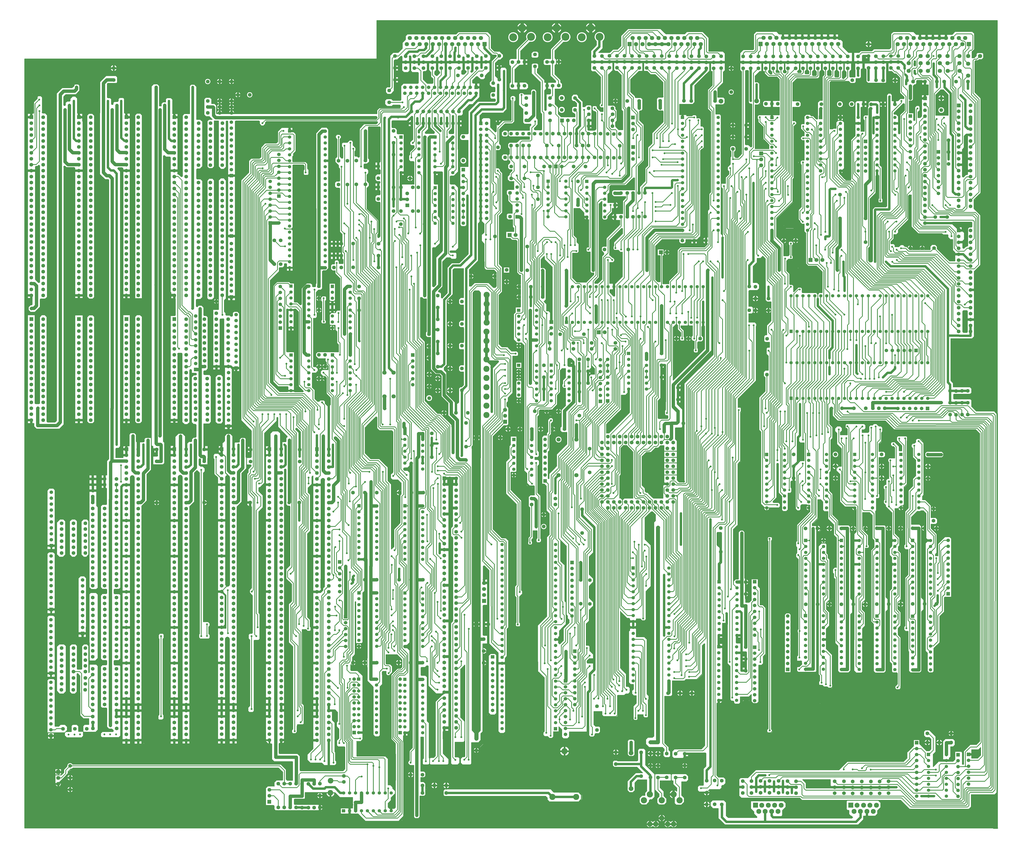
<source format=gbr>
%FSLAX34Y34*%
%MOMM*%
%LNSILK_TOP*%
G71*
G01*
%ADD10C, 1.40*%
%ADD11C, 1.60*%
%ADD12C, 1.60*%
%ADD13C, 1.50*%
%ADD14C, 1.70*%
%ADD15C, 1.60*%
%ADD16C, 1.80*%
%ADD17C, 0.80*%
%ADD18C, 1.80*%
%ADD19C, 1.52*%
%ADD20C, 2.00*%
%ADD21C, 2.60*%
%ADD22C, 2.65*%
%ADD23C, 2.25*%
%ADD24C, 2.10*%
%ADD25C, 4.35*%
%ADD26C, 3.35*%
%ADD27C, 1.40*%
%ADD28C, 4.30*%
%ADD29C, 2.40*%
%ADD30C, 1.40*%
%ADD31C, 1.00*%
%ADD32C, 0.30*%
%ADD33C, 1.70*%
%ADD34C, 1.20*%
%ADD35C, 0.40*%
%ADD36C, 3.00*%
%ADD37C, 0.50*%
%ADD38C, 1.60*%
%ADD39C, 0.90*%
%ADD40C, 1.35*%
%ADD41C, 0.80*%
%ADD42C, 1.10*%
%ADD43C, 0.60*%
%ADD44C, 2.00*%
%ADD45C, 1.50*%
%ADD46C, 5.00*%
%ADD47C, 1.25*%
%ADD48C, 1.80*%
%ADD49C, 1.45*%
%ADD50C, 1.85*%
%ADD51C, 0.30*%
%ADD52C, 2.60*%
%LPD*%
G36*
X1141700Y2990164D02*
X1141700Y2976164D01*
X1127700Y2976164D01*
X1127700Y2990164D01*
X1141700Y2990164D01*
G37*
X1134700Y2957764D02*
G54D10*
D03*
X1134700Y2932364D02*
G54D10*
D03*
X1134700Y2906963D02*
G54D10*
D03*
X1134700Y2881563D02*
G54D10*
D03*
X1134700Y2856163D02*
G54D10*
D03*
X1134700Y2830763D02*
G54D10*
D03*
X1134700Y2805363D02*
G54D10*
D03*
X1134700Y2779963D02*
G54D10*
D03*
X1134700Y2754563D02*
G54D10*
D03*
X1134700Y2729163D02*
G54D10*
D03*
X1134700Y2703763D02*
G54D10*
D03*
X1134700Y2678363D02*
G54D10*
D03*
X1134700Y2652963D02*
G54D10*
D03*
X1134700Y2627562D02*
G54D10*
D03*
X1134700Y2602163D02*
G54D10*
D03*
X1134700Y2576762D02*
G54D10*
D03*
X1134700Y2551362D02*
G54D10*
D03*
X1134700Y2525963D02*
G54D10*
D03*
X1134700Y2500562D02*
G54D10*
D03*
X1134700Y2475162D02*
G54D10*
D03*
X1134700Y2449762D02*
G54D10*
D03*
X1134700Y2424362D02*
G54D10*
D03*
X1134700Y2398962D02*
G54D10*
D03*
X1287100Y2398962D02*
G54D10*
D03*
X1287100Y2424362D02*
G54D10*
D03*
X1287100Y2449762D02*
G54D10*
D03*
X1287100Y2475162D02*
G54D10*
D03*
X1287100Y2500562D02*
G54D10*
D03*
X1287100Y2525963D02*
G54D10*
D03*
X1287100Y2551362D02*
G54D10*
D03*
X1287100Y2576762D02*
G54D10*
D03*
X1287100Y2602163D02*
G54D10*
D03*
X1287100Y2627562D02*
G54D10*
D03*
X1287100Y2652963D02*
G54D10*
D03*
X1287100Y2678363D02*
G54D10*
D03*
X1287100Y2703763D02*
G54D10*
D03*
X1287100Y2729163D02*
G54D10*
D03*
X1287100Y2754563D02*
G54D10*
D03*
X1287100Y2779963D02*
G54D10*
D03*
X1287100Y2805363D02*
G54D10*
D03*
X1287100Y2830763D02*
G54D10*
D03*
X1287100Y2856163D02*
G54D10*
D03*
X1287100Y2881563D02*
G54D10*
D03*
X1287100Y2906963D02*
G54D10*
D03*
X1287100Y2932364D02*
G54D10*
D03*
X1287100Y2957764D02*
G54D10*
D03*
X1287100Y2983164D02*
G54D10*
D03*
G36*
X3203862Y3048107D02*
X3203862Y3034107D01*
X3189862Y3034107D01*
X3189862Y3048107D01*
X3203862Y3048107D01*
G37*
X3196862Y3015707D02*
G54D10*
D03*
X3196862Y2990307D02*
G54D10*
D03*
X3196862Y2964907D02*
G54D10*
D03*
X3196862Y2939507D02*
G54D10*
D03*
X3196862Y2914107D02*
G54D10*
D03*
X3196862Y2888707D02*
G54D10*
D03*
X3196862Y2863307D02*
G54D10*
D03*
X3196862Y2837907D02*
G54D10*
D03*
X3196862Y2812507D02*
G54D10*
D03*
X3196862Y2787107D02*
G54D10*
D03*
X3196862Y2761707D02*
G54D10*
D03*
X3196862Y2736307D02*
G54D10*
D03*
X3196862Y2710907D02*
G54D10*
D03*
X3196862Y2685507D02*
G54D10*
D03*
X3196862Y2660107D02*
G54D10*
D03*
X3196862Y2634707D02*
G54D10*
D03*
X3196862Y2609307D02*
G54D10*
D03*
X3196862Y2583907D02*
G54D10*
D03*
X3196862Y2558507D02*
G54D10*
D03*
X3349262Y2558507D02*
G54D10*
D03*
X3349262Y2583907D02*
G54D10*
D03*
X3349262Y2609307D02*
G54D10*
D03*
X3349262Y2634707D02*
G54D10*
D03*
X3349262Y2660107D02*
G54D10*
D03*
X3349262Y2685507D02*
G54D10*
D03*
X3349262Y2710907D02*
G54D10*
D03*
X3349262Y2736307D02*
G54D10*
D03*
X3349262Y2761707D02*
G54D10*
D03*
X3349262Y2787107D02*
G54D10*
D03*
X3349262Y2812507D02*
G54D10*
D03*
X3349262Y2837907D02*
G54D10*
D03*
X3349262Y2863307D02*
G54D10*
D03*
X3349262Y2888707D02*
G54D10*
D03*
X3349262Y2914107D02*
G54D10*
D03*
X3349262Y2939507D02*
G54D10*
D03*
X3349262Y2964907D02*
G54D10*
D03*
X3349262Y2990307D02*
G54D10*
D03*
X3349262Y3015707D02*
G54D10*
D03*
X3349262Y3041107D02*
G54D10*
D03*
G36*
X2821276Y3048504D02*
X2821276Y3034504D01*
X2807276Y3034504D01*
X2807276Y3048504D01*
X2821276Y3048504D01*
G37*
X2814276Y3016104D02*
G54D10*
D03*
X2814276Y2990704D02*
G54D10*
D03*
X2814276Y2965304D02*
G54D10*
D03*
X2814276Y2939904D02*
G54D10*
D03*
X2814276Y2914504D02*
G54D10*
D03*
X2814276Y2889104D02*
G54D10*
D03*
X2814276Y2863704D02*
G54D10*
D03*
X2814276Y2838304D02*
G54D10*
D03*
X2814276Y2812904D02*
G54D10*
D03*
X2814276Y2787504D02*
G54D10*
D03*
X2814276Y2762104D02*
G54D10*
D03*
X2814276Y2736704D02*
G54D10*
D03*
X2814276Y2711304D02*
G54D10*
D03*
X2814276Y2685904D02*
G54D10*
D03*
X2814276Y2660504D02*
G54D10*
D03*
X2814276Y2635104D02*
G54D10*
D03*
X2814276Y2609703D02*
G54D10*
D03*
X2814276Y2584303D02*
G54D10*
D03*
X2814276Y2558903D02*
G54D10*
D03*
X2966676Y2558903D02*
G54D10*
D03*
X2966676Y2584303D02*
G54D10*
D03*
X2966676Y2609703D02*
G54D10*
D03*
X2966676Y2635104D02*
G54D10*
D03*
X2966676Y2660504D02*
G54D10*
D03*
X2966676Y2685904D02*
G54D10*
D03*
X2966676Y2711304D02*
G54D10*
D03*
X2966676Y2736704D02*
G54D10*
D03*
X2966676Y2762104D02*
G54D10*
D03*
X2966676Y2787504D02*
G54D10*
D03*
X2966676Y2812904D02*
G54D10*
D03*
X2966676Y2838304D02*
G54D10*
D03*
X2966676Y2863704D02*
G54D10*
D03*
X2966676Y2889104D02*
G54D10*
D03*
X2966676Y2914504D02*
G54D10*
D03*
X2966676Y2939904D02*
G54D10*
D03*
X2966676Y2965304D02*
G54D10*
D03*
X2966676Y2990704D02*
G54D10*
D03*
X2966676Y3016104D02*
G54D10*
D03*
X2966676Y3041504D02*
G54D10*
D03*
X3851276Y3097610D02*
G54D11*
D03*
X3851276Y3072210D02*
G54D11*
D03*
X3851276Y3046810D02*
G54D11*
D03*
X3851276Y3021410D02*
G54D11*
D03*
X3851276Y2996010D02*
G54D11*
D03*
X3851276Y2970610D02*
G54D11*
D03*
X3851276Y2945210D02*
G54D11*
D03*
X3851276Y2919810D02*
G54D11*
D03*
X3851276Y2894410D02*
G54D11*
D03*
X3851276Y2869010D02*
G54D11*
D03*
X3851276Y2843610D02*
G54D11*
D03*
X3851276Y2818210D02*
G54D11*
D03*
X3851276Y2792810D02*
G54D11*
D03*
X3851276Y2767410D02*
G54D11*
D03*
X3851276Y2742010D02*
G54D11*
D03*
X3851276Y2716610D02*
G54D11*
D03*
X3851276Y2691210D02*
G54D11*
D03*
X3851276Y2665810D02*
G54D11*
D03*
X3851276Y2640410D02*
G54D11*
D03*
X3851276Y2615010D02*
G54D11*
D03*
X3851276Y2589610D02*
G54D11*
D03*
G36*
X3843276Y3131010D02*
X3859276Y3131010D01*
X3859276Y3115010D01*
X3843276Y3115010D01*
X3843276Y3131010D01*
G37*
G36*
X2311544Y2172351D02*
X2325544Y2172351D01*
X2325544Y2158351D01*
X2311544Y2158351D01*
X2311544Y2172351D01*
G37*
X2343944Y2165351D02*
G54D10*
D03*
X2369344Y2165351D02*
G54D10*
D03*
X2394744Y2165351D02*
G54D10*
D03*
X2420144Y2165351D02*
G54D10*
D03*
X2445544Y2165351D02*
G54D10*
D03*
X2470944Y2165351D02*
G54D10*
D03*
X2496344Y2165351D02*
G54D10*
D03*
X2521744Y2165351D02*
G54D10*
D03*
X2547144Y2165351D02*
G54D10*
D03*
X2572544Y2165351D02*
G54D10*
D03*
X2597944Y2165351D02*
G54D10*
D03*
X2623344Y2165351D02*
G54D10*
D03*
X2648744Y2165351D02*
G54D10*
D03*
X2674144Y2165351D02*
G54D10*
D03*
X2699544Y2165351D02*
G54D10*
D03*
X2724944Y2165351D02*
G54D10*
D03*
X2750344Y2165351D02*
G54D10*
D03*
X2775744Y2165351D02*
G54D10*
D03*
X2801144Y2165351D02*
G54D10*
D03*
X2826544Y2165351D02*
G54D10*
D03*
X2851944Y2165351D02*
G54D10*
D03*
X2877344Y2165351D02*
G54D10*
D03*
X2902744Y2165351D02*
G54D10*
D03*
X2902744Y2317751D02*
G54D10*
D03*
X2877344Y2317751D02*
G54D10*
D03*
X2851944Y2317751D02*
G54D10*
D03*
X2826544Y2317751D02*
G54D10*
D03*
X2801144Y2317751D02*
G54D10*
D03*
X2775744Y2317751D02*
G54D10*
D03*
X2750344Y2317751D02*
G54D10*
D03*
X2724944Y2317751D02*
G54D10*
D03*
X2699544Y2317751D02*
G54D10*
D03*
X2674144Y2317751D02*
G54D10*
D03*
X2648744Y2317751D02*
G54D10*
D03*
X2623344Y2317751D02*
G54D10*
D03*
X2597944Y2317751D02*
G54D10*
D03*
X2572544Y2317751D02*
G54D10*
D03*
X2547144Y2317751D02*
G54D10*
D03*
X2521744Y2317751D02*
G54D10*
D03*
X2496344Y2317751D02*
G54D10*
D03*
X2470944Y2317751D02*
G54D10*
D03*
X2445544Y2317751D02*
G54D10*
D03*
X2420144Y2317751D02*
G54D10*
D03*
X2394744Y2317751D02*
G54D10*
D03*
X2369344Y2317751D02*
G54D10*
D03*
X2343944Y2317751D02*
G54D10*
D03*
X2318544Y2317751D02*
G54D10*
D03*
G36*
X3271585Y2133457D02*
X3285585Y2133457D01*
X3285585Y2119457D01*
X3271585Y2119457D01*
X3271585Y2133457D01*
G37*
X3303985Y2126457D02*
G54D10*
D03*
X3329385Y2126457D02*
G54D10*
D03*
X3354785Y2126457D02*
G54D10*
D03*
X3380186Y2126457D02*
G54D10*
D03*
X3405586Y2126457D02*
G54D10*
D03*
X3430986Y2126457D02*
G54D10*
D03*
X3456386Y2126457D02*
G54D10*
D03*
X3481786Y2126457D02*
G54D10*
D03*
X3507186Y2126457D02*
G54D10*
D03*
X3532586Y2126457D02*
G54D10*
D03*
X3557986Y2126457D02*
G54D10*
D03*
X3583386Y2126457D02*
G54D10*
D03*
X3608786Y2126457D02*
G54D10*
D03*
X3634186Y2126457D02*
G54D10*
D03*
X3659586Y2126457D02*
G54D10*
D03*
X3684986Y2126457D02*
G54D10*
D03*
X3710386Y2126457D02*
G54D10*
D03*
X3735786Y2126457D02*
G54D10*
D03*
X3761186Y2126457D02*
G54D10*
D03*
X3786586Y2126457D02*
G54D10*
D03*
X3811986Y2126457D02*
G54D10*
D03*
X3837386Y2126457D02*
G54D10*
D03*
X3862786Y2126457D02*
G54D10*
D03*
X3862786Y2278857D02*
G54D10*
D03*
X3837386Y2278857D02*
G54D10*
D03*
X3811986Y2278857D02*
G54D10*
D03*
X3786586Y2278857D02*
G54D10*
D03*
X3761186Y2278857D02*
G54D10*
D03*
X3735786Y2278857D02*
G54D10*
D03*
X3710386Y2278857D02*
G54D10*
D03*
X3684986Y2278857D02*
G54D10*
D03*
X3659586Y2278857D02*
G54D10*
D03*
X3634186Y2278857D02*
G54D10*
D03*
X3608786Y2278857D02*
G54D10*
D03*
X3583386Y2278857D02*
G54D10*
D03*
X3557986Y2278857D02*
G54D10*
D03*
X3532586Y2278857D02*
G54D10*
D03*
X3507186Y2278857D02*
G54D10*
D03*
X3481786Y2278857D02*
G54D10*
D03*
X3456386Y2278857D02*
G54D10*
D03*
X3430986Y2278857D02*
G54D10*
D03*
X3405586Y2278857D02*
G54D10*
D03*
X3380186Y2278857D02*
G54D10*
D03*
X3354785Y2278857D02*
G54D10*
D03*
X3329385Y2278857D02*
G54D10*
D03*
X3303985Y2278857D02*
G54D10*
D03*
X3278585Y2278857D02*
G54D10*
D03*
G36*
X3271585Y1847310D02*
X3285585Y1847310D01*
X3285585Y1833310D01*
X3271585Y1833310D01*
X3271585Y1847310D01*
G37*
X3303985Y1840310D02*
G54D10*
D03*
X3329385Y1840310D02*
G54D10*
D03*
X3354785Y1840310D02*
G54D10*
D03*
X3380186Y1840310D02*
G54D10*
D03*
X3405586Y1840310D02*
G54D10*
D03*
X3430986Y1840310D02*
G54D10*
D03*
X3456386Y1840310D02*
G54D10*
D03*
X3481786Y1840310D02*
G54D10*
D03*
X3507186Y1840310D02*
G54D10*
D03*
X3532585Y1840310D02*
G54D10*
D03*
X3557986Y1840310D02*
G54D10*
D03*
X3583386Y1840310D02*
G54D10*
D03*
X3608785Y1840310D02*
G54D10*
D03*
X3634186Y1840310D02*
G54D10*
D03*
X3659586Y1840310D02*
G54D10*
D03*
X3684985Y1840310D02*
G54D10*
D03*
X3710385Y1840310D02*
G54D10*
D03*
X3735786Y1840310D02*
G54D10*
D03*
X3761185Y1840310D02*
G54D10*
D03*
X3786585Y1840310D02*
G54D10*
D03*
X3811985Y1840310D02*
G54D10*
D03*
X3837385Y1840310D02*
G54D10*
D03*
X3862785Y1840310D02*
G54D10*
D03*
X3862785Y1992710D02*
G54D10*
D03*
X3837385Y1992710D02*
G54D10*
D03*
X3811985Y1992710D02*
G54D10*
D03*
X3786585Y1992710D02*
G54D10*
D03*
X3761185Y1992710D02*
G54D10*
D03*
X3735786Y1992710D02*
G54D10*
D03*
X3710385Y1992710D02*
G54D10*
D03*
X3684985Y1992710D02*
G54D10*
D03*
X3659586Y1992710D02*
G54D10*
D03*
X3634186Y1992710D02*
G54D10*
D03*
X3608785Y1992710D02*
G54D10*
D03*
X3583386Y1992710D02*
G54D10*
D03*
X3557986Y1992710D02*
G54D10*
D03*
X3532585Y1992710D02*
G54D10*
D03*
X3507186Y1992710D02*
G54D10*
D03*
X3481786Y1992710D02*
G54D10*
D03*
X3456386Y1992710D02*
G54D10*
D03*
X3430986Y1992710D02*
G54D10*
D03*
X3405586Y1992710D02*
G54D10*
D03*
X3380186Y1992710D02*
G54D10*
D03*
X3354785Y1992710D02*
G54D10*
D03*
X3329385Y1992710D02*
G54D10*
D03*
X3303985Y1992710D02*
G54D10*
D03*
X3278585Y1992710D02*
G54D10*
D03*
X2596754Y1651397D02*
G54D12*
D03*
X2622154Y1651397D02*
G54D12*
D03*
X2647554Y1651397D02*
G54D12*
D03*
X2672954Y1651397D02*
G54D12*
D03*
X2749154Y1473597D02*
G54D12*
D03*
X2749154Y1448197D02*
G54D12*
D03*
X2774554Y1625997D02*
G54D12*
D03*
X2749154Y1651397D02*
G54D12*
D03*
X2749154Y1600597D02*
G54D12*
D03*
X2749154Y1676797D02*
G54D12*
D03*
X2672954Y1676797D02*
G54D12*
D03*
X2774554Y1651397D02*
G54D12*
D03*
X2647554Y1676797D02*
G54D12*
D03*
X2774554Y1600597D02*
G54D12*
D03*
X2622154Y1676797D02*
G54D12*
D03*
X2596754Y1676797D02*
G54D12*
D03*
X2495154Y1651397D02*
G54D12*
D03*
X2520554Y1651397D02*
G54D12*
D03*
X2545954Y1651397D02*
G54D12*
D03*
X2571354Y1651397D02*
G54D12*
D03*
X2571354Y1397397D02*
G54D12*
D03*
X2596754Y1397397D02*
G54D12*
D03*
X2571354Y1676797D02*
G54D12*
D03*
X2545954Y1676797D02*
G54D12*
D03*
X2520554Y1676797D02*
G54D12*
D03*
X2495154Y1676797D02*
G54D12*
D03*
X2749154Y1625997D02*
G54D12*
D03*
X2749154Y1575197D02*
G54D12*
D03*
X2749154Y1549797D02*
G54D12*
D03*
X2774554Y1575197D02*
G54D12*
D03*
X2749154Y1524397D02*
G54D12*
D03*
X2749154Y1498997D02*
G54D12*
D03*
X2774554Y1473597D02*
G54D12*
D03*
X2774554Y1448197D02*
G54D12*
D03*
X2774554Y1549797D02*
G54D12*
D03*
X2774554Y1524397D02*
G54D12*
D03*
X2774554Y1498997D02*
G54D12*
D03*
X2469754Y1625997D02*
G54D12*
D03*
X2469754Y1651397D02*
G54D12*
D03*
X2469754Y1600597D02*
G54D12*
D03*
X2469754Y1575197D02*
G54D12*
D03*
X2469754Y1473597D02*
G54D12*
D03*
X2469754Y1448197D02*
G54D12*
D03*
X2469754Y1549797D02*
G54D12*
D03*
X2469754Y1524397D02*
G54D12*
D03*
X2469754Y1498997D02*
G54D12*
D03*
X2495154Y1473597D02*
G54D12*
D03*
X2495154Y1448197D02*
G54D12*
D03*
X2495154Y1600597D02*
G54D12*
D03*
X2495154Y1625997D02*
G54D12*
D03*
X2495154Y1575197D02*
G54D12*
D03*
X2495154Y1549797D02*
G54D12*
D03*
X2495154Y1524397D02*
G54D12*
D03*
X2495154Y1498997D02*
G54D12*
D03*
X2545954Y1397397D02*
G54D12*
D03*
X2647554Y1397397D02*
G54D12*
D03*
X2672954Y1397397D02*
G54D12*
D03*
X2698354Y1397397D02*
G54D12*
D03*
X2723754Y1397397D02*
G54D12*
D03*
X2622154Y1397397D02*
G54D12*
D03*
X2749154Y1422797D02*
G54D12*
D03*
X2749154Y1397397D02*
G54D12*
D03*
X2774554Y1422797D02*
G54D12*
D03*
X2774554Y1397397D02*
G54D12*
D03*
X2469754Y1422797D02*
G54D12*
D03*
X2469754Y1397397D02*
G54D12*
D03*
X2520554Y1397397D02*
G54D12*
D03*
X2495154Y1422797D02*
G54D12*
D03*
X2495154Y1397397D02*
G54D12*
D03*
X2723754Y1371997D02*
G54D12*
D03*
X2749154Y1371997D02*
G54D12*
D03*
X2698354Y1371997D02*
G54D12*
D03*
X2672954Y1371997D02*
G54D12*
D03*
X2571354Y1371997D02*
G54D12*
D03*
X2545954Y1371997D02*
G54D12*
D03*
X2647554Y1371997D02*
G54D12*
D03*
X2622154Y1371997D02*
G54D12*
D03*
X2596754Y1371997D02*
G54D12*
D03*
X2520554Y1371997D02*
G54D12*
D03*
X2495154Y1371997D02*
G54D12*
D03*
X2698354Y1651397D02*
G54D12*
D03*
X2723754Y1651397D02*
G54D12*
D03*
X2723754Y1676797D02*
G54D12*
D03*
X2698354Y1676797D02*
G54D12*
D03*
G36*
X2610535Y1121551D02*
X2610535Y1107551D01*
X2596535Y1107551D01*
X2596535Y1121551D01*
X2610535Y1121551D01*
G37*
X2603535Y1089151D02*
G54D10*
D03*
X2603535Y1063751D02*
G54D10*
D03*
X2603535Y1038351D02*
G54D10*
D03*
X2603535Y1012951D02*
G54D10*
D03*
X2603535Y987551D02*
G54D10*
D03*
X2603535Y962151D02*
G54D10*
D03*
X2603535Y936751D02*
G54D10*
D03*
X2603535Y911351D02*
G54D10*
D03*
X2603535Y885951D02*
G54D10*
D03*
X2603535Y860551D02*
G54D10*
D03*
X2603535Y835151D02*
G54D10*
D03*
X2603535Y809751D02*
G54D10*
D03*
X2603535Y784351D02*
G54D10*
D03*
X2603535Y758951D02*
G54D10*
D03*
X2603535Y733551D02*
G54D10*
D03*
X2603535Y708151D02*
G54D10*
D03*
X2603535Y682751D02*
G54D10*
D03*
X2603535Y657351D02*
G54D10*
D03*
X2603535Y631951D02*
G54D10*
D03*
X2755935Y631951D02*
G54D10*
D03*
X2755935Y657351D02*
G54D10*
D03*
X2755935Y682751D02*
G54D10*
D03*
X2755935Y708151D02*
G54D10*
D03*
X2755935Y733551D02*
G54D10*
D03*
X2755935Y758951D02*
G54D10*
D03*
X2755935Y784351D02*
G54D10*
D03*
X2755935Y809751D02*
G54D10*
D03*
X2755935Y835151D02*
G54D10*
D03*
X2755935Y860551D02*
G54D10*
D03*
X2755935Y885951D02*
G54D10*
D03*
X2755935Y911351D02*
G54D10*
D03*
X2755935Y936751D02*
G54D10*
D03*
X2755935Y962151D02*
G54D10*
D03*
X2755935Y987551D02*
G54D10*
D03*
X2755935Y1012951D02*
G54D10*
D03*
X2755935Y1038351D02*
G54D10*
D03*
X2755935Y1063751D02*
G54D10*
D03*
X2755935Y1089151D02*
G54D10*
D03*
X2755935Y1114551D02*
G54D10*
D03*
X2043113Y1214835D02*
G54D10*
D03*
X2043113Y1189435D02*
G54D10*
D03*
X2043113Y1138635D02*
G54D10*
D03*
X2043113Y1164035D02*
G54D10*
D03*
X2043113Y1113235D02*
G54D10*
D03*
X2043113Y1087835D02*
G54D10*
D03*
X2043113Y1062435D02*
G54D10*
D03*
X2043113Y1037035D02*
G54D10*
D03*
X2043113Y1011635D02*
G54D10*
D03*
X2043113Y986235D02*
G54D10*
D03*
X2043113Y960835D02*
G54D10*
D03*
X2043113Y935435D02*
G54D10*
D03*
X2043113Y910035D02*
G54D10*
D03*
X2043113Y884635D02*
G54D10*
D03*
X2043113Y859235D02*
G54D10*
D03*
X2043113Y833835D02*
G54D10*
D03*
X2043113Y808435D02*
G54D10*
D03*
X2043113Y783035D02*
G54D10*
D03*
X2271714Y1214835D02*
G54D10*
D03*
X2271714Y1189435D02*
G54D10*
D03*
X2271714Y1164035D02*
G54D10*
D03*
X2271714Y1138635D02*
G54D10*
D03*
X2271714Y1113235D02*
G54D10*
D03*
X2271714Y1087835D02*
G54D10*
D03*
X2271714Y1062435D02*
G54D10*
D03*
X2271714Y1037035D02*
G54D10*
D03*
X2271714Y1011635D02*
G54D10*
D03*
X2271714Y986235D02*
G54D10*
D03*
X2271714Y960835D02*
G54D10*
D03*
X2271714Y935435D02*
G54D10*
D03*
X2271714Y910035D02*
G54D10*
D03*
X2271714Y884635D02*
G54D10*
D03*
X2271714Y859235D02*
G54D10*
D03*
X2271714Y833835D02*
G54D10*
D03*
X2271714Y808435D02*
G54D10*
D03*
X2271714Y783035D02*
G54D10*
D03*
X2043113Y757635D02*
G54D10*
D03*
X2043113Y732235D02*
G54D10*
D03*
X2043113Y706835D02*
G54D10*
D03*
X2043113Y681435D02*
G54D10*
D03*
X2043113Y656035D02*
G54D10*
D03*
X2043113Y630635D02*
G54D10*
D03*
X2043113Y605235D02*
G54D10*
D03*
X2043113Y579835D02*
G54D10*
D03*
X2043113Y554435D02*
G54D10*
D03*
X2043113Y529035D02*
G54D10*
D03*
X2043113Y503635D02*
G54D10*
D03*
X2043113Y478235D02*
G54D10*
D03*
X2043113Y452835D02*
G54D10*
D03*
X2043113Y427435D02*
G54D10*
D03*
X2271714Y452835D02*
G54D10*
D03*
X2271714Y478235D02*
G54D10*
D03*
X2271714Y503635D02*
G54D10*
D03*
X2271714Y529035D02*
G54D10*
D03*
X2271714Y554435D02*
G54D10*
D03*
X2271714Y579835D02*
G54D10*
D03*
X2271714Y605235D02*
G54D10*
D03*
X2271714Y630635D02*
G54D10*
D03*
X2271714Y656035D02*
G54D10*
D03*
X2271714Y681435D02*
G54D10*
D03*
X2271714Y706835D02*
G54D10*
D03*
X2271714Y732235D02*
G54D10*
D03*
X2271714Y757635D02*
G54D10*
D03*
G36*
X2264714Y434435D02*
X2278714Y434435D01*
X2278714Y420435D01*
X2264714Y420435D01*
X2264714Y434435D01*
G37*
G36*
X3987342Y3100848D02*
X4003342Y3100848D01*
X4003342Y3084848D01*
X3987342Y3084848D01*
X3987342Y3100848D01*
G37*
X3995342Y3067448D02*
G54D11*
D03*
X3995342Y3042048D02*
G54D11*
D03*
X3995342Y3016648D02*
G54D11*
D03*
X3995342Y2991248D02*
G54D11*
D03*
X3995342Y2965848D02*
G54D11*
D03*
X3995342Y2940448D02*
G54D11*
D03*
X3995342Y2915048D02*
G54D11*
D03*
X3995342Y2889648D02*
G54D11*
D03*
X3995342Y2864248D02*
G54D11*
D03*
X3995342Y2838848D02*
G54D11*
D03*
X3995342Y2813448D02*
G54D11*
D03*
X3995342Y2788048D02*
G54D11*
D03*
X3995342Y2762648D02*
G54D11*
D03*
X3995342Y2737248D02*
G54D11*
D03*
X3995342Y2711848D02*
G54D11*
D03*
X3995342Y2686448D02*
G54D11*
D03*
X3995342Y2661048D02*
G54D11*
D03*
X4046142Y2661048D02*
G54D11*
D03*
X4046142Y2686448D02*
G54D11*
D03*
X4046142Y2711848D02*
G54D11*
D03*
X4046142Y2737248D02*
G54D11*
D03*
X4046142Y2762648D02*
G54D11*
D03*
X4046142Y2788048D02*
G54D11*
D03*
X4046142Y2813448D02*
G54D11*
D03*
X4046142Y2838848D02*
G54D11*
D03*
X4046142Y2864248D02*
G54D11*
D03*
X4046142Y2889648D02*
G54D11*
D03*
X4046142Y2915048D02*
G54D11*
D03*
X4046142Y2940448D02*
G54D11*
D03*
X4046142Y2965848D02*
G54D11*
D03*
X4046142Y2991248D02*
G54D11*
D03*
X4046142Y3016648D02*
G54D11*
D03*
X4046142Y3042048D02*
G54D11*
D03*
X4046142Y3067448D02*
G54D11*
D03*
X4046142Y3092848D02*
G54D11*
D03*
G36*
X3987342Y2566257D02*
X4003342Y2566257D01*
X4003342Y2550257D01*
X3987342Y2550257D01*
X3987342Y2566257D01*
G37*
X3995342Y2532857D02*
G54D11*
D03*
X3995342Y2507457D02*
G54D11*
D03*
X3995342Y2482057D02*
G54D11*
D03*
X3995342Y2456657D02*
G54D11*
D03*
X3995342Y2431257D02*
G54D11*
D03*
X3995342Y2405857D02*
G54D11*
D03*
X3995342Y2380457D02*
G54D11*
D03*
X3995342Y2355057D02*
G54D11*
D03*
X3995342Y2329657D02*
G54D11*
D03*
X3995342Y2304257D02*
G54D11*
D03*
X3995342Y2278857D02*
G54D11*
D03*
X3995342Y2253457D02*
G54D11*
D03*
X3995342Y2228057D02*
G54D11*
D03*
X3995342Y2202657D02*
G54D11*
D03*
X3995342Y2177257D02*
G54D11*
D03*
X3995342Y2151857D02*
G54D11*
D03*
X3995342Y2126457D02*
G54D11*
D03*
X4046140Y2126457D02*
G54D11*
D03*
X4046140Y2151857D02*
G54D11*
D03*
X4046140Y2177257D02*
G54D11*
D03*
X4046140Y2202657D02*
G54D11*
D03*
X4046140Y2228057D02*
G54D11*
D03*
X4046140Y2253457D02*
G54D11*
D03*
X4046140Y2278857D02*
G54D11*
D03*
X4046140Y2304257D02*
G54D11*
D03*
X4046140Y2329657D02*
G54D11*
D03*
X4046140Y2355057D02*
G54D11*
D03*
X4046140Y2380457D02*
G54D11*
D03*
X4046140Y2405857D02*
G54D11*
D03*
X4046140Y2431257D02*
G54D11*
D03*
X4046140Y2456657D02*
G54D11*
D03*
X4046140Y2482057D02*
G54D11*
D03*
X4046140Y2507457D02*
G54D11*
D03*
X4046140Y2532857D02*
G54D11*
D03*
X4046140Y2558257D02*
G54D11*
D03*
X234157Y3017044D02*
G54D11*
D03*
X234157Y2991644D02*
G54D11*
D03*
X234157Y2966244D02*
G54D11*
D03*
X234157Y2940844D02*
G54D11*
D03*
X234157Y2915444D02*
G54D11*
D03*
G36*
X226157Y3050444D02*
X242157Y3050444D01*
X242157Y3034444D01*
X226157Y3034444D01*
X226157Y3050444D01*
G37*
X284957Y3042444D02*
G54D11*
D03*
X284957Y3017044D02*
G54D11*
D03*
X284957Y2991644D02*
G54D11*
D03*
X284957Y2966244D02*
G54D11*
D03*
X284957Y2940844D02*
G54D11*
D03*
X284957Y2915444D02*
G54D11*
D03*
X284957Y2890044D02*
G54D11*
D03*
X284957Y2864644D02*
G54D11*
D03*
X284957Y2839244D02*
G54D11*
D03*
X284957Y2813844D02*
G54D11*
D03*
X284957Y2788444D02*
G54D11*
D03*
X284957Y2763044D02*
G54D11*
D03*
X284957Y2737644D02*
G54D11*
D03*
X284957Y2712244D02*
G54D11*
D03*
X284957Y2686844D02*
G54D11*
D03*
X234157Y2686844D02*
G54D11*
D03*
X234157Y2712244D02*
G54D11*
D03*
X234157Y2737644D02*
G54D11*
D03*
X234157Y2763044D02*
G54D11*
D03*
X234157Y2788444D02*
G54D11*
D03*
X234157Y2813844D02*
G54D11*
D03*
X234157Y2839244D02*
G54D11*
D03*
X234157Y2864644D02*
G54D11*
D03*
X234157Y2890044D02*
G54D11*
D03*
X234157Y2661444D02*
G54D11*
D03*
X234157Y2636044D02*
G54D11*
D03*
X234157Y2610644D02*
G54D11*
D03*
X234157Y2585244D02*
G54D11*
D03*
X234157Y2559844D02*
G54D11*
D03*
X234157Y2534444D02*
G54D11*
D03*
X234157Y2509044D02*
G54D11*
D03*
X234157Y2483644D02*
G54D11*
D03*
X234157Y2458244D02*
G54D11*
D03*
X234157Y2432844D02*
G54D11*
D03*
X234157Y2407444D02*
G54D11*
D03*
X234157Y2382044D02*
G54D11*
D03*
X234157Y2356644D02*
G54D11*
D03*
X234157Y2331244D02*
G54D11*
D03*
X234157Y2305844D02*
G54D11*
D03*
X234157Y2280444D02*
G54D11*
D03*
X284957Y2280444D02*
G54D11*
D03*
X284957Y2305844D02*
G54D11*
D03*
X284957Y2331244D02*
G54D11*
D03*
X284957Y2356644D02*
G54D11*
D03*
X284957Y2382044D02*
G54D11*
D03*
X284957Y2407444D02*
G54D11*
D03*
X284957Y2432844D02*
G54D11*
D03*
X284957Y2458244D02*
G54D11*
D03*
X284957Y2483644D02*
G54D11*
D03*
X284957Y2509044D02*
G54D11*
D03*
X284957Y2534444D02*
G54D11*
D03*
X284957Y2559844D02*
G54D11*
D03*
X284957Y2585244D02*
G54D11*
D03*
X284957Y2610644D02*
G54D11*
D03*
X284957Y2636044D02*
G54D11*
D03*
X284957Y2661444D02*
G54D11*
D03*
X437357Y3017044D02*
G54D11*
D03*
X437357Y2991644D02*
G54D11*
D03*
X437357Y2966244D02*
G54D11*
D03*
X437357Y2940844D02*
G54D11*
D03*
X437357Y2915444D02*
G54D11*
D03*
G36*
X429357Y3050444D02*
X445357Y3050444D01*
X445357Y3034444D01*
X429357Y3034444D01*
X429357Y3050444D01*
G37*
X488157Y3042444D02*
G54D11*
D03*
X488157Y3017044D02*
G54D11*
D03*
X488157Y2991644D02*
G54D11*
D03*
X488157Y2966244D02*
G54D11*
D03*
X488157Y2940844D02*
G54D11*
D03*
X488157Y2915444D02*
G54D11*
D03*
X488157Y2890044D02*
G54D11*
D03*
X488157Y2864644D02*
G54D11*
D03*
X488157Y2839244D02*
G54D11*
D03*
X488157Y2813844D02*
G54D11*
D03*
X488157Y2788444D02*
G54D11*
D03*
X488157Y2763044D02*
G54D11*
D03*
X488157Y2737644D02*
G54D11*
D03*
X488157Y2712244D02*
G54D11*
D03*
X488157Y2686844D02*
G54D11*
D03*
X437357Y2686844D02*
G54D11*
D03*
X437357Y2712244D02*
G54D11*
D03*
X437357Y2737644D02*
G54D11*
D03*
X437357Y2763044D02*
G54D11*
D03*
X437357Y2788444D02*
G54D11*
D03*
X437357Y2813844D02*
G54D11*
D03*
X437357Y2839244D02*
G54D11*
D03*
X437357Y2864644D02*
G54D11*
D03*
X437357Y2890044D02*
G54D11*
D03*
X437357Y2661444D02*
G54D11*
D03*
X437357Y2636044D02*
G54D11*
D03*
X437357Y2610644D02*
G54D11*
D03*
X437357Y2585244D02*
G54D11*
D03*
X437357Y2559844D02*
G54D11*
D03*
X437357Y2534444D02*
G54D11*
D03*
X437357Y2509044D02*
G54D11*
D03*
X437357Y2483644D02*
G54D11*
D03*
X437357Y2458244D02*
G54D11*
D03*
X437357Y2432844D02*
G54D11*
D03*
X437357Y2407444D02*
G54D11*
D03*
X437357Y2382044D02*
G54D11*
D03*
X437357Y2356644D02*
G54D11*
D03*
X437357Y2331244D02*
G54D11*
D03*
X437357Y2305844D02*
G54D11*
D03*
X437357Y2280444D02*
G54D11*
D03*
X488157Y2280444D02*
G54D11*
D03*
X488157Y2305844D02*
G54D11*
D03*
X488157Y2331244D02*
G54D11*
D03*
X488157Y2356644D02*
G54D11*
D03*
X488157Y2382044D02*
G54D11*
D03*
X488157Y2407444D02*
G54D11*
D03*
X488157Y2432844D02*
G54D11*
D03*
X488157Y2458244D02*
G54D11*
D03*
X488157Y2483644D02*
G54D11*
D03*
X488157Y2509044D02*
G54D11*
D03*
X488157Y2534444D02*
G54D11*
D03*
X488157Y2559844D02*
G54D11*
D03*
X488157Y2585244D02*
G54D11*
D03*
X488157Y2610644D02*
G54D11*
D03*
X488157Y2636044D02*
G54D11*
D03*
X488157Y2661444D02*
G54D11*
D03*
X642144Y3017044D02*
G54D11*
D03*
X642144Y2991644D02*
G54D11*
D03*
X642144Y2966244D02*
G54D11*
D03*
X642144Y2940844D02*
G54D11*
D03*
X642144Y2915444D02*
G54D11*
D03*
G36*
X634144Y3050444D02*
X650144Y3050444D01*
X650144Y3034444D01*
X634144Y3034444D01*
X634144Y3050444D01*
G37*
X692944Y3042444D02*
G54D11*
D03*
X692944Y3017044D02*
G54D11*
D03*
X692944Y2991644D02*
G54D11*
D03*
X692944Y2966244D02*
G54D11*
D03*
X692944Y2940844D02*
G54D11*
D03*
X692944Y2915444D02*
G54D11*
D03*
X692944Y2890044D02*
G54D11*
D03*
X692944Y2864644D02*
G54D11*
D03*
X692944Y2839244D02*
G54D11*
D03*
X692944Y2813844D02*
G54D11*
D03*
X692944Y2788444D02*
G54D11*
D03*
X692944Y2763044D02*
G54D11*
D03*
X692944Y2737644D02*
G54D11*
D03*
X692944Y2712244D02*
G54D11*
D03*
X692944Y2686844D02*
G54D11*
D03*
X642144Y2686844D02*
G54D11*
D03*
X642144Y2712244D02*
G54D11*
D03*
X642144Y2737644D02*
G54D11*
D03*
X642144Y2763044D02*
G54D11*
D03*
X642144Y2788444D02*
G54D11*
D03*
X642144Y2813844D02*
G54D11*
D03*
X642144Y2839244D02*
G54D11*
D03*
X642144Y2864644D02*
G54D11*
D03*
X642144Y2890044D02*
G54D11*
D03*
X642144Y2661444D02*
G54D11*
D03*
X642144Y2636044D02*
G54D11*
D03*
X642144Y2610644D02*
G54D11*
D03*
X642144Y2585244D02*
G54D11*
D03*
X642144Y2559844D02*
G54D11*
D03*
X642144Y2534444D02*
G54D11*
D03*
X642144Y2509044D02*
G54D11*
D03*
X642144Y2483644D02*
G54D11*
D03*
X642144Y2458244D02*
G54D11*
D03*
X642144Y2432844D02*
G54D11*
D03*
X642144Y2407444D02*
G54D11*
D03*
X642144Y2382044D02*
G54D11*
D03*
X642144Y2356644D02*
G54D11*
D03*
X642144Y2331244D02*
G54D11*
D03*
X642144Y2305844D02*
G54D11*
D03*
X642144Y2280444D02*
G54D11*
D03*
X692944Y2280444D02*
G54D11*
D03*
X692944Y2305844D02*
G54D11*
D03*
X692944Y2331244D02*
G54D11*
D03*
X692944Y2356644D02*
G54D11*
D03*
X692944Y2382044D02*
G54D11*
D03*
X692944Y2407444D02*
G54D11*
D03*
X692944Y2432844D02*
G54D11*
D03*
X692944Y2458244D02*
G54D11*
D03*
X692944Y2483644D02*
G54D11*
D03*
X692944Y2509044D02*
G54D11*
D03*
X692944Y2534444D02*
G54D11*
D03*
X692944Y2559844D02*
G54D11*
D03*
X692944Y2585244D02*
G54D11*
D03*
X692944Y2610644D02*
G54D11*
D03*
X692944Y2636044D02*
G54D11*
D03*
X692944Y2661444D02*
G54D11*
D03*
G36*
X22957Y2186844D02*
X38957Y2186844D01*
X38957Y2170844D01*
X22957Y2170844D01*
X22957Y2186844D01*
G37*
X30957Y2153444D02*
G54D11*
D03*
X30957Y2128044D02*
G54D11*
D03*
X30957Y2102644D02*
G54D11*
D03*
X30957Y2077244D02*
G54D11*
D03*
X30957Y2051844D02*
G54D11*
D03*
X30957Y2026444D02*
G54D11*
D03*
X30957Y2001044D02*
G54D11*
D03*
X30957Y1975644D02*
G54D11*
D03*
X30957Y1950244D02*
G54D11*
D03*
X30957Y1924844D02*
G54D11*
D03*
X30957Y1899444D02*
G54D11*
D03*
X30957Y1874044D02*
G54D11*
D03*
X30957Y1848644D02*
G54D11*
D03*
X30957Y1823244D02*
G54D11*
D03*
X30957Y1797844D02*
G54D11*
D03*
X30957Y1772444D02*
G54D11*
D03*
X30957Y1747044D02*
G54D11*
D03*
X81757Y1747044D02*
G54D11*
D03*
X81757Y1772444D02*
G54D11*
D03*
X81757Y1797844D02*
G54D11*
D03*
X81757Y1823244D02*
G54D11*
D03*
X81757Y1848644D02*
G54D11*
D03*
X81757Y1874044D02*
G54D11*
D03*
X81757Y1899444D02*
G54D11*
D03*
X81757Y1924844D02*
G54D11*
D03*
X81757Y1950244D02*
G54D11*
D03*
X81757Y1975644D02*
G54D11*
D03*
X81757Y2001044D02*
G54D11*
D03*
X81757Y2026444D02*
G54D11*
D03*
X81757Y2051844D02*
G54D11*
D03*
X81757Y2077244D02*
G54D11*
D03*
X81757Y2102644D02*
G54D11*
D03*
X81757Y2128044D02*
G54D11*
D03*
X81757Y2153444D02*
G54D11*
D03*
X81757Y2178844D02*
G54D11*
D03*
G36*
X226157Y2186844D02*
X242157Y2186844D01*
X242157Y2170844D01*
X226157Y2170844D01*
X226157Y2186844D01*
G37*
X234157Y2153444D02*
G54D11*
D03*
X234157Y2128044D02*
G54D11*
D03*
X234157Y2102644D02*
G54D11*
D03*
X234157Y2077244D02*
G54D11*
D03*
X234157Y2051844D02*
G54D11*
D03*
X234157Y2026444D02*
G54D11*
D03*
X234157Y2001044D02*
G54D11*
D03*
X234157Y1975644D02*
G54D11*
D03*
X234157Y1950244D02*
G54D11*
D03*
X234157Y1924844D02*
G54D11*
D03*
X234157Y1899444D02*
G54D11*
D03*
X234157Y1874044D02*
G54D11*
D03*
X234157Y1848644D02*
G54D11*
D03*
X234157Y1823244D02*
G54D11*
D03*
X234157Y1797844D02*
G54D11*
D03*
X234157Y1772444D02*
G54D11*
D03*
X234157Y1747044D02*
G54D11*
D03*
X284957Y1747044D02*
G54D11*
D03*
X284957Y1772444D02*
G54D11*
D03*
X284957Y1797844D02*
G54D11*
D03*
X284957Y1823244D02*
G54D11*
D03*
X284957Y1848644D02*
G54D11*
D03*
X284957Y1874044D02*
G54D11*
D03*
X284957Y1899444D02*
G54D11*
D03*
X284957Y1924844D02*
G54D11*
D03*
X284957Y1950244D02*
G54D11*
D03*
X284957Y1975644D02*
G54D11*
D03*
X284957Y2001044D02*
G54D11*
D03*
X284957Y2026444D02*
G54D11*
D03*
X284957Y2051844D02*
G54D11*
D03*
X284957Y2077244D02*
G54D11*
D03*
X284957Y2102644D02*
G54D11*
D03*
X284957Y2128044D02*
G54D11*
D03*
X284957Y2153444D02*
G54D11*
D03*
X284957Y2178844D02*
G54D11*
D03*
G36*
X429357Y2186844D02*
X445357Y2186844D01*
X445357Y2170844D01*
X429357Y2170844D01*
X429357Y2186844D01*
G37*
X437357Y2153444D02*
G54D11*
D03*
X437357Y2128044D02*
G54D11*
D03*
X437357Y2102644D02*
G54D11*
D03*
X437357Y2077244D02*
G54D11*
D03*
X437357Y2051844D02*
G54D11*
D03*
X437357Y2026444D02*
G54D11*
D03*
X437357Y2001044D02*
G54D11*
D03*
X437357Y1975644D02*
G54D11*
D03*
X437357Y1950244D02*
G54D11*
D03*
X437357Y1924844D02*
G54D11*
D03*
X437357Y1899444D02*
G54D11*
D03*
X437357Y1874044D02*
G54D11*
D03*
X437357Y1848644D02*
G54D11*
D03*
X437357Y1823244D02*
G54D11*
D03*
X437357Y1797844D02*
G54D11*
D03*
X437357Y1772444D02*
G54D11*
D03*
X437357Y1747044D02*
G54D11*
D03*
X488157Y1747044D02*
G54D11*
D03*
X488157Y1772444D02*
G54D11*
D03*
X488157Y1797844D02*
G54D11*
D03*
X488157Y1823244D02*
G54D11*
D03*
X488157Y1848644D02*
G54D11*
D03*
X488157Y1874044D02*
G54D11*
D03*
X488157Y1899444D02*
G54D11*
D03*
X488157Y1924844D02*
G54D11*
D03*
X488157Y1950244D02*
G54D11*
D03*
X488157Y1975644D02*
G54D11*
D03*
X488157Y2001044D02*
G54D11*
D03*
X488157Y2026444D02*
G54D11*
D03*
X488157Y2051844D02*
G54D11*
D03*
X488157Y2077244D02*
G54D11*
D03*
X488157Y2102644D02*
G54D11*
D03*
X488157Y2128044D02*
G54D11*
D03*
X488157Y2153444D02*
G54D11*
D03*
X488157Y2178844D02*
G54D11*
D03*
G36*
X634144Y2186844D02*
X650144Y2186844D01*
X650144Y2170844D01*
X634144Y2170844D01*
X634144Y2186844D01*
G37*
X642144Y2153444D02*
G54D11*
D03*
X642144Y2128044D02*
G54D11*
D03*
X642144Y2102644D02*
G54D11*
D03*
X642144Y2077244D02*
G54D11*
D03*
X642144Y2051844D02*
G54D11*
D03*
X642144Y2026444D02*
G54D11*
D03*
X642144Y2001044D02*
G54D11*
D03*
X642144Y1975644D02*
G54D11*
D03*
X642144Y1950244D02*
G54D11*
D03*
X642144Y1924844D02*
G54D11*
D03*
X642144Y1899444D02*
G54D11*
D03*
X642144Y1874044D02*
G54D11*
D03*
X642144Y1848644D02*
G54D11*
D03*
X642144Y1823244D02*
G54D11*
D03*
X642144Y1797844D02*
G54D11*
D03*
X642144Y1772444D02*
G54D11*
D03*
X642144Y1747044D02*
G54D11*
D03*
X692944Y1747044D02*
G54D11*
D03*
X692944Y1772444D02*
G54D11*
D03*
X692944Y1797844D02*
G54D11*
D03*
X692944Y1823244D02*
G54D11*
D03*
X692944Y1848644D02*
G54D11*
D03*
X692944Y1874044D02*
G54D11*
D03*
X692944Y1899444D02*
G54D11*
D03*
X692944Y1924844D02*
G54D11*
D03*
X692944Y1950244D02*
G54D11*
D03*
X692944Y1975644D02*
G54D11*
D03*
X692944Y2001044D02*
G54D11*
D03*
X692944Y2026444D02*
G54D11*
D03*
X692944Y2051844D02*
G54D11*
D03*
X692944Y2077244D02*
G54D11*
D03*
X692944Y2102644D02*
G54D11*
D03*
X692944Y2128044D02*
G54D11*
D03*
X692944Y2153444D02*
G54D11*
D03*
X692944Y2178844D02*
G54D11*
D03*
X30957Y3017044D02*
G54D11*
D03*
X30957Y2991644D02*
G54D11*
D03*
X30957Y2966244D02*
G54D11*
D03*
X30957Y2940844D02*
G54D11*
D03*
X30957Y2915444D02*
G54D11*
D03*
G36*
X22957Y3050444D02*
X38957Y3050444D01*
X38957Y3034444D01*
X22957Y3034444D01*
X22957Y3050444D01*
G37*
X81757Y3042444D02*
G54D11*
D03*
X81757Y3017044D02*
G54D11*
D03*
X81757Y2991644D02*
G54D11*
D03*
X81757Y2966244D02*
G54D11*
D03*
X81757Y2940844D02*
G54D11*
D03*
X81757Y2915444D02*
G54D11*
D03*
X81757Y2890044D02*
G54D11*
D03*
X81757Y2864644D02*
G54D11*
D03*
X81757Y2839244D02*
G54D11*
D03*
X81757Y2813844D02*
G54D11*
D03*
X81757Y2788444D02*
G54D11*
D03*
X81757Y2763044D02*
G54D11*
D03*
X81757Y2737644D02*
G54D11*
D03*
X81757Y2712244D02*
G54D11*
D03*
X81757Y2686844D02*
G54D11*
D03*
X30957Y2686844D02*
G54D11*
D03*
X30957Y2712244D02*
G54D11*
D03*
X30957Y2737644D02*
G54D11*
D03*
X30957Y2763044D02*
G54D11*
D03*
X30957Y2788444D02*
G54D11*
D03*
X30957Y2813844D02*
G54D11*
D03*
X30957Y2839244D02*
G54D11*
D03*
X30957Y2864644D02*
G54D11*
D03*
X30957Y2890044D02*
G54D11*
D03*
X30957Y2661444D02*
G54D11*
D03*
X30957Y2636044D02*
G54D11*
D03*
X30957Y2610644D02*
G54D11*
D03*
X30957Y2585244D02*
G54D11*
D03*
X30957Y2559844D02*
G54D11*
D03*
X30957Y2534444D02*
G54D11*
D03*
X30957Y2509044D02*
G54D11*
D03*
X30957Y2483644D02*
G54D11*
D03*
X30957Y2458244D02*
G54D11*
D03*
X30957Y2432844D02*
G54D11*
D03*
X30957Y2407444D02*
G54D11*
D03*
X30957Y2382044D02*
G54D11*
D03*
X30957Y2356644D02*
G54D11*
D03*
X30957Y2331244D02*
G54D11*
D03*
X30957Y2305844D02*
G54D11*
D03*
X30957Y2280444D02*
G54D11*
D03*
X81757Y2280444D02*
G54D11*
D03*
X81757Y2305844D02*
G54D11*
D03*
X81757Y2331244D02*
G54D11*
D03*
X81757Y2356644D02*
G54D11*
D03*
X81757Y2382044D02*
G54D11*
D03*
X81757Y2407444D02*
G54D11*
D03*
X81757Y2432844D02*
G54D11*
D03*
X81757Y2458244D02*
G54D11*
D03*
X81757Y2483644D02*
G54D11*
D03*
X81757Y2509044D02*
G54D11*
D03*
X81757Y2534444D02*
G54D11*
D03*
X81757Y2559844D02*
G54D11*
D03*
X81757Y2585244D02*
G54D11*
D03*
X81757Y2610644D02*
G54D11*
D03*
X81757Y2636044D02*
G54D11*
D03*
X81757Y2661444D02*
G54D11*
D03*
X1796257Y431402D02*
G54D11*
D03*
X1847057Y431402D02*
G54D11*
D03*
X1847057Y456802D02*
G54D11*
D03*
X1847057Y482202D02*
G54D11*
D03*
X1847057Y507602D02*
G54D11*
D03*
X1847057Y533002D02*
G54D11*
D03*
X1847057Y558402D02*
G54D11*
D03*
X1847057Y583802D02*
G54D11*
D03*
X1847057Y609202D02*
G54D11*
D03*
X1847057Y634602D02*
G54D11*
D03*
X1847057Y660002D02*
G54D11*
D03*
X1847057Y685402D02*
G54D11*
D03*
X1847057Y710802D02*
G54D11*
D03*
X1847057Y736202D02*
G54D11*
D03*
X1847057Y761602D02*
G54D11*
D03*
X1847057Y787002D02*
G54D11*
D03*
X1847057Y812402D02*
G54D11*
D03*
X1847057Y837802D02*
G54D11*
D03*
X1796257Y837802D02*
G54D11*
D03*
X1796257Y812402D02*
G54D11*
D03*
X1796257Y787002D02*
G54D11*
D03*
X1796257Y761602D02*
G54D11*
D03*
X1796257Y736202D02*
G54D11*
D03*
X1796257Y710802D02*
G54D11*
D03*
X1796257Y685402D02*
G54D11*
D03*
X1796257Y660002D02*
G54D11*
D03*
X1796257Y634602D02*
G54D11*
D03*
X1796257Y609202D02*
G54D11*
D03*
X1796257Y583802D02*
G54D11*
D03*
X1796257Y558402D02*
G54D11*
D03*
X1796257Y533002D02*
G54D11*
D03*
X1796257Y507602D02*
G54D11*
D03*
X1796257Y482202D02*
G54D11*
D03*
X1796257Y456802D02*
G54D11*
D03*
X1847057Y863202D02*
G54D11*
D03*
X1847057Y888602D02*
G54D11*
D03*
X1847057Y914002D02*
G54D11*
D03*
X1847057Y939402D02*
G54D11*
D03*
X1847057Y964802D02*
G54D11*
D03*
X1847057Y990202D02*
G54D11*
D03*
X1847057Y1015602D02*
G54D11*
D03*
X1847057Y1041002D02*
G54D11*
D03*
X1847057Y1066402D02*
G54D11*
D03*
X1847057Y1091802D02*
G54D11*
D03*
X1847057Y1117202D02*
G54D11*
D03*
X1847057Y1142602D02*
G54D11*
D03*
X1847057Y1168002D02*
G54D11*
D03*
X1847057Y1193402D02*
G54D11*
D03*
X1847057Y1218802D02*
G54D11*
D03*
X1847057Y1244202D02*
G54D11*
D03*
X1847057Y1269602D02*
G54D11*
D03*
X1847057Y1295002D02*
G54D11*
D03*
X1796257Y1295002D02*
G54D11*
D03*
X1796257Y1269602D02*
G54D11*
D03*
X1796257Y1244202D02*
G54D11*
D03*
X1796257Y1218802D02*
G54D11*
D03*
X1796257Y1193402D02*
G54D11*
D03*
X1796257Y1168002D02*
G54D11*
D03*
X1796257Y1142602D02*
G54D11*
D03*
X1796257Y1117202D02*
G54D11*
D03*
X1796257Y1091802D02*
G54D11*
D03*
X1796257Y1066402D02*
G54D11*
D03*
X1796257Y1041002D02*
G54D11*
D03*
X1796257Y1015602D02*
G54D11*
D03*
X1796257Y990202D02*
G54D11*
D03*
X1796257Y964802D02*
G54D11*
D03*
X1796257Y939402D02*
G54D11*
D03*
X1796257Y914002D02*
G54D11*
D03*
X1796257Y888602D02*
G54D11*
D03*
X1796257Y863202D02*
G54D11*
D03*
X1847057Y1320402D02*
G54D11*
D03*
X1847057Y1345802D02*
G54D11*
D03*
X1847057Y1371202D02*
G54D11*
D03*
X1847057Y1396602D02*
G54D11*
D03*
X1847057Y1422003D02*
G54D11*
D03*
X1847057Y1447404D02*
G54D11*
D03*
X1847057Y1472804D02*
G54D11*
D03*
X1847057Y1498204D02*
G54D11*
D03*
G36*
X1788257Y1506204D02*
X1804257Y1506204D01*
X1804257Y1490204D01*
X1788257Y1490204D01*
X1788257Y1506204D01*
G37*
X1796257Y1472804D02*
G54D11*
D03*
X1796257Y1447404D02*
G54D11*
D03*
X1796257Y1422003D02*
G54D11*
D03*
X1796257Y1396602D02*
G54D11*
D03*
X1796257Y1371202D02*
G54D11*
D03*
X1796257Y1345802D02*
G54D11*
D03*
X1796257Y1320402D02*
G54D11*
D03*
G36*
X429357Y1630426D02*
X445357Y1630426D01*
X445357Y1614426D01*
X429357Y1614426D01*
X429357Y1630426D01*
G37*
X488157Y1622426D02*
G54D11*
D03*
X488157Y1597026D02*
G54D11*
D03*
X488157Y1571626D02*
G54D11*
D03*
X488157Y1546226D02*
G54D11*
D03*
X488157Y1520826D02*
G54D11*
D03*
X488157Y1495425D02*
G54D11*
D03*
X488157Y1470025D02*
G54D11*
D03*
X488157Y1444625D02*
G54D11*
D03*
X488157Y1419225D02*
G54D11*
D03*
X488157Y1393825D02*
G54D11*
D03*
X488157Y1368425D02*
G54D11*
D03*
X488157Y1343022D02*
G54D11*
D03*
X488157Y1317622D02*
G54D11*
D03*
X488157Y1292222D02*
G54D11*
D03*
X488157Y1266822D02*
G54D11*
D03*
X488157Y1241422D02*
G54D11*
D03*
X488157Y1216022D02*
G54D11*
D03*
X488157Y1190622D02*
G54D11*
D03*
X488157Y1165222D02*
G54D11*
D03*
X488157Y1139822D02*
G54D11*
D03*
X488157Y1114422D02*
G54D11*
D03*
X488157Y1089022D02*
G54D11*
D03*
X488157Y1063622D02*
G54D11*
D03*
X437357Y1063622D02*
G54D11*
D03*
X437357Y1089022D02*
G54D11*
D03*
X437357Y1114422D02*
G54D11*
D03*
X437357Y1139822D02*
G54D11*
D03*
X437357Y1165222D02*
G54D11*
D03*
X437357Y1190622D02*
G54D11*
D03*
X437357Y1216022D02*
G54D11*
D03*
X437357Y1241422D02*
G54D11*
D03*
X437357Y1266822D02*
G54D11*
D03*
X437357Y1292222D02*
G54D11*
D03*
X437357Y1317622D02*
G54D11*
D03*
X437357Y1343022D02*
G54D11*
D03*
X437357Y1368425D02*
G54D11*
D03*
X437357Y1393825D02*
G54D11*
D03*
X437357Y1419225D02*
G54D11*
D03*
X437357Y1444625D02*
G54D11*
D03*
X437357Y1470025D02*
G54D11*
D03*
X437357Y1495425D02*
G54D11*
D03*
X437357Y1520826D02*
G54D11*
D03*
X437357Y1546226D02*
G54D11*
D03*
X437357Y1571626D02*
G54D11*
D03*
X437357Y1597026D02*
G54D11*
D03*
X437357Y1038222D02*
G54D11*
D03*
X437357Y1012822D02*
G54D11*
D03*
X437357Y987422D02*
G54D11*
D03*
X437357Y962022D02*
G54D11*
D03*
X437357Y936622D02*
G54D11*
D03*
X437357Y911222D02*
G54D11*
D03*
X437357Y885822D02*
G54D11*
D03*
X437357Y860422D02*
G54D11*
D03*
X437357Y835022D02*
G54D11*
D03*
X437357Y809622D02*
G54D11*
D03*
X437357Y784222D02*
G54D11*
D03*
X437357Y758822D02*
G54D11*
D03*
X437357Y733422D02*
G54D11*
D03*
X437357Y708022D02*
G54D11*
D03*
X437357Y682622D02*
G54D11*
D03*
X437357Y657222D02*
G54D11*
D03*
X437357Y631822D02*
G54D11*
D03*
X437357Y606422D02*
G54D11*
D03*
X437357Y581022D02*
G54D11*
D03*
X437357Y555622D02*
G54D11*
D03*
X437357Y530222D02*
G54D11*
D03*
X437357Y504822D02*
G54D11*
D03*
X437357Y479422D02*
G54D11*
D03*
X437357Y454022D02*
G54D11*
D03*
X488157Y454022D02*
G54D11*
D03*
X488157Y479422D02*
G54D11*
D03*
X488157Y504822D02*
G54D11*
D03*
X488157Y530222D02*
G54D11*
D03*
X488157Y555622D02*
G54D11*
D03*
X488157Y581022D02*
G54D11*
D03*
X488157Y606422D02*
G54D11*
D03*
X488157Y631822D02*
G54D11*
D03*
X488157Y657222D02*
G54D11*
D03*
X488157Y682622D02*
G54D11*
D03*
X488157Y708022D02*
G54D11*
D03*
X488157Y733422D02*
G54D11*
D03*
X488157Y758822D02*
G54D11*
D03*
X488157Y784222D02*
G54D11*
D03*
X488157Y809622D02*
G54D11*
D03*
X488157Y835022D02*
G54D11*
D03*
X488157Y860422D02*
G54D11*
D03*
X488157Y885822D02*
G54D11*
D03*
X488157Y911222D02*
G54D11*
D03*
X488157Y936622D02*
G54D11*
D03*
X488157Y962022D02*
G54D11*
D03*
X488157Y987422D02*
G54D11*
D03*
X488157Y1012822D02*
G54D11*
D03*
X488157Y1038222D02*
G54D11*
D03*
X437357Y428622D02*
G54D11*
D03*
X437357Y403222D02*
G54D11*
D03*
X437357Y377822D02*
G54D11*
D03*
X488157Y377822D02*
G54D11*
D03*
X488157Y403222D02*
G54D11*
D03*
X488157Y428622D02*
G54D11*
D03*
G36*
X634144Y1630426D02*
X650144Y1630426D01*
X650144Y1614426D01*
X634144Y1614426D01*
X634144Y1630426D01*
G37*
X692944Y1622426D02*
G54D11*
D03*
X692944Y1597026D02*
G54D11*
D03*
X692944Y1571626D02*
G54D11*
D03*
X692944Y1546226D02*
G54D11*
D03*
X692944Y1520826D02*
G54D11*
D03*
X692944Y1495425D02*
G54D11*
D03*
X692944Y1470025D02*
G54D11*
D03*
X692944Y1444625D02*
G54D11*
D03*
X692944Y1419225D02*
G54D11*
D03*
X692944Y1393825D02*
G54D11*
D03*
X692944Y1368425D02*
G54D11*
D03*
X692944Y1343023D02*
G54D11*
D03*
X692944Y1317623D02*
G54D11*
D03*
X692944Y1292222D02*
G54D11*
D03*
X692944Y1266822D02*
G54D11*
D03*
X692944Y1241422D02*
G54D11*
D03*
X692944Y1216022D02*
G54D11*
D03*
X692944Y1190622D02*
G54D11*
D03*
X692944Y1165222D02*
G54D11*
D03*
X692944Y1139822D02*
G54D11*
D03*
X692944Y1114422D02*
G54D11*
D03*
X692944Y1089022D02*
G54D11*
D03*
X692944Y1063622D02*
G54D11*
D03*
X642144Y1063622D02*
G54D11*
D03*
X642144Y1089022D02*
G54D11*
D03*
X642144Y1114422D02*
G54D11*
D03*
X642144Y1139822D02*
G54D11*
D03*
X642144Y1165222D02*
G54D11*
D03*
X642144Y1190622D02*
G54D11*
D03*
X642144Y1216022D02*
G54D11*
D03*
X642144Y1241422D02*
G54D11*
D03*
X642144Y1266822D02*
G54D11*
D03*
X642144Y1292222D02*
G54D11*
D03*
X642144Y1317623D02*
G54D11*
D03*
X642144Y1343023D02*
G54D11*
D03*
X642144Y1368425D02*
G54D11*
D03*
X642144Y1393825D02*
G54D11*
D03*
X642144Y1419225D02*
G54D11*
D03*
X642144Y1444625D02*
G54D11*
D03*
X642144Y1470025D02*
G54D11*
D03*
X642144Y1495425D02*
G54D11*
D03*
X642144Y1520826D02*
G54D11*
D03*
X642144Y1546226D02*
G54D11*
D03*
X642144Y1571626D02*
G54D11*
D03*
X642144Y1597026D02*
G54D11*
D03*
X642144Y1038222D02*
G54D11*
D03*
X642144Y1012822D02*
G54D11*
D03*
X642144Y987422D02*
G54D11*
D03*
X642144Y962022D02*
G54D11*
D03*
X642144Y936622D02*
G54D11*
D03*
X642144Y911222D02*
G54D11*
D03*
X642144Y885822D02*
G54D11*
D03*
X642144Y860422D02*
G54D11*
D03*
X642144Y835022D02*
G54D11*
D03*
X642144Y809622D02*
G54D11*
D03*
X642144Y784222D02*
G54D11*
D03*
X642144Y758822D02*
G54D11*
D03*
X642144Y733422D02*
G54D11*
D03*
X642144Y708022D02*
G54D11*
D03*
X642144Y682622D02*
G54D11*
D03*
X642144Y657222D02*
G54D11*
D03*
X642144Y631822D02*
G54D11*
D03*
X642144Y606422D02*
G54D11*
D03*
X642144Y581022D02*
G54D11*
D03*
X642144Y555622D02*
G54D11*
D03*
X642144Y530222D02*
G54D11*
D03*
X642144Y504822D02*
G54D11*
D03*
X642144Y479422D02*
G54D11*
D03*
X642144Y454022D02*
G54D11*
D03*
X692944Y454022D02*
G54D11*
D03*
X692944Y479422D02*
G54D11*
D03*
X692944Y504822D02*
G54D11*
D03*
X692944Y530222D02*
G54D11*
D03*
X692944Y555622D02*
G54D11*
D03*
X692944Y581022D02*
G54D11*
D03*
X692944Y606422D02*
G54D11*
D03*
X692944Y631822D02*
G54D11*
D03*
X692944Y657222D02*
G54D11*
D03*
X692944Y682622D02*
G54D11*
D03*
X692944Y708022D02*
G54D11*
D03*
X692944Y733422D02*
G54D11*
D03*
X692944Y758822D02*
G54D11*
D03*
X692944Y784222D02*
G54D11*
D03*
X692944Y809622D02*
G54D11*
D03*
X692944Y835022D02*
G54D11*
D03*
X692944Y860422D02*
G54D11*
D03*
X692944Y885822D02*
G54D11*
D03*
X692944Y911222D02*
G54D11*
D03*
X692944Y936622D02*
G54D11*
D03*
X692944Y962022D02*
G54D11*
D03*
X692944Y987422D02*
G54D11*
D03*
X692944Y1012822D02*
G54D11*
D03*
X692944Y1038222D02*
G54D11*
D03*
X642144Y428622D02*
G54D11*
D03*
X642144Y403222D02*
G54D11*
D03*
X642144Y377822D02*
G54D11*
D03*
X692944Y377822D02*
G54D11*
D03*
X692944Y403222D02*
G54D11*
D03*
X692944Y428622D02*
G54D11*
D03*
G36*
X836154Y1630823D02*
X852154Y1630823D01*
X852154Y1614823D01*
X836154Y1614823D01*
X836154Y1630823D01*
G37*
X894954Y1622823D02*
G54D11*
D03*
X894954Y1597423D02*
G54D11*
D03*
X894954Y1572023D02*
G54D11*
D03*
X894954Y1546622D02*
G54D11*
D03*
X894954Y1521222D02*
G54D11*
D03*
X894954Y1495822D02*
G54D11*
D03*
X894954Y1470422D02*
G54D11*
D03*
X894954Y1445022D02*
G54D11*
D03*
X894954Y1419622D02*
G54D11*
D03*
X894954Y1394222D02*
G54D11*
D03*
X894954Y1368822D02*
G54D11*
D03*
X894954Y1343417D02*
G54D11*
D03*
X894954Y1318016D02*
G54D11*
D03*
X894954Y1292616D02*
G54D11*
D03*
X894954Y1267216D02*
G54D11*
D03*
X894954Y1241816D02*
G54D11*
D03*
X894954Y1216416D02*
G54D11*
D03*
X894954Y1191016D02*
G54D11*
D03*
X894954Y1165616D02*
G54D11*
D03*
X894954Y1140216D02*
G54D11*
D03*
X894954Y1114816D02*
G54D11*
D03*
X894954Y1089416D02*
G54D11*
D03*
X894954Y1064016D02*
G54D11*
D03*
X844154Y1064016D02*
G54D11*
D03*
X844154Y1089416D02*
G54D11*
D03*
X844154Y1114816D02*
G54D11*
D03*
X844154Y1140216D02*
G54D11*
D03*
X844154Y1165616D02*
G54D11*
D03*
X844154Y1191016D02*
G54D11*
D03*
X844154Y1216416D02*
G54D11*
D03*
X844154Y1241816D02*
G54D11*
D03*
X844154Y1267216D02*
G54D11*
D03*
X844154Y1292616D02*
G54D11*
D03*
X844154Y1318016D02*
G54D11*
D03*
X844154Y1343417D02*
G54D11*
D03*
X844154Y1368822D02*
G54D11*
D03*
X844154Y1394222D02*
G54D11*
D03*
X844154Y1419622D02*
G54D11*
D03*
X844154Y1445022D02*
G54D11*
D03*
X844154Y1470422D02*
G54D11*
D03*
X844154Y1495822D02*
G54D11*
D03*
X844154Y1521222D02*
G54D11*
D03*
X844154Y1546622D02*
G54D11*
D03*
X844154Y1572023D02*
G54D11*
D03*
X844154Y1597423D02*
G54D11*
D03*
X844154Y1038616D02*
G54D11*
D03*
X844154Y1013216D02*
G54D11*
D03*
X844154Y987816D02*
G54D11*
D03*
X844154Y962416D02*
G54D11*
D03*
X844154Y937016D02*
G54D11*
D03*
X844154Y911616D02*
G54D11*
D03*
X844154Y886216D02*
G54D11*
D03*
X844154Y860816D02*
G54D11*
D03*
X844154Y835416D02*
G54D11*
D03*
X844154Y810016D02*
G54D11*
D03*
X844154Y784616D02*
G54D11*
D03*
X844154Y759216D02*
G54D11*
D03*
X844154Y733816D02*
G54D11*
D03*
X844154Y708416D02*
G54D11*
D03*
X844154Y683016D02*
G54D11*
D03*
X844154Y657616D02*
G54D11*
D03*
X844154Y632216D02*
G54D11*
D03*
X844154Y606816D02*
G54D11*
D03*
X844154Y581416D02*
G54D11*
D03*
X844154Y556016D02*
G54D11*
D03*
X844154Y530616D02*
G54D11*
D03*
X844154Y505216D02*
G54D11*
D03*
X844154Y479816D02*
G54D11*
D03*
X844154Y454416D02*
G54D11*
D03*
X894954Y454416D02*
G54D11*
D03*
X894954Y479816D02*
G54D11*
D03*
X894954Y505216D02*
G54D11*
D03*
X894954Y530616D02*
G54D11*
D03*
X894954Y556016D02*
G54D11*
D03*
X894954Y581416D02*
G54D11*
D03*
X894954Y606816D02*
G54D11*
D03*
X894954Y632216D02*
G54D11*
D03*
X894954Y657616D02*
G54D11*
D03*
X894954Y683016D02*
G54D11*
D03*
X894954Y708416D02*
G54D11*
D03*
X894954Y733816D02*
G54D11*
D03*
X894954Y759216D02*
G54D11*
D03*
X894954Y784616D02*
G54D11*
D03*
X894954Y810016D02*
G54D11*
D03*
X894954Y835416D02*
G54D11*
D03*
X894954Y860816D02*
G54D11*
D03*
X894954Y886216D02*
G54D11*
D03*
X894954Y911616D02*
G54D11*
D03*
X894954Y937016D02*
G54D11*
D03*
X894954Y962416D02*
G54D11*
D03*
X894954Y987816D02*
G54D11*
D03*
X894954Y1013216D02*
G54D11*
D03*
X894954Y1038616D02*
G54D11*
D03*
X844154Y429016D02*
G54D11*
D03*
X844154Y403616D02*
G54D11*
D03*
X844154Y378216D02*
G54D11*
D03*
X894954Y378216D02*
G54D11*
D03*
X894954Y403616D02*
G54D11*
D03*
X894954Y429016D02*
G54D11*
D03*
G36*
X1040148Y1630823D02*
X1056148Y1630823D01*
X1056148Y1614823D01*
X1040148Y1614823D01*
X1040148Y1630823D01*
G37*
X1098948Y1622823D02*
G54D11*
D03*
X1098948Y1597423D02*
G54D11*
D03*
X1098948Y1572023D02*
G54D11*
D03*
X1098948Y1546622D02*
G54D11*
D03*
X1098948Y1521222D02*
G54D11*
D03*
X1098948Y1495822D02*
G54D11*
D03*
X1098948Y1470422D02*
G54D11*
D03*
X1098948Y1445022D02*
G54D11*
D03*
X1098948Y1419622D02*
G54D11*
D03*
X1098948Y1394222D02*
G54D11*
D03*
X1098948Y1368823D02*
G54D11*
D03*
X1098948Y1343420D02*
G54D11*
D03*
X1098948Y1318019D02*
G54D11*
D03*
X1098948Y1292618D02*
G54D11*
D03*
X1098948Y1267218D02*
G54D11*
D03*
X1098948Y1241818D02*
G54D11*
D03*
X1098948Y1216418D02*
G54D11*
D03*
X1098948Y1191018D02*
G54D11*
D03*
X1098948Y1165618D02*
G54D11*
D03*
X1098948Y1140218D02*
G54D11*
D03*
X1098948Y1114818D02*
G54D11*
D03*
X1098948Y1089418D02*
G54D11*
D03*
X1098948Y1064018D02*
G54D11*
D03*
X1048148Y1064018D02*
G54D11*
D03*
X1048148Y1089418D02*
G54D11*
D03*
X1048148Y1114818D02*
G54D11*
D03*
X1048148Y1140218D02*
G54D11*
D03*
X1048148Y1165618D02*
G54D11*
D03*
X1048148Y1191018D02*
G54D11*
D03*
X1048148Y1216418D02*
G54D11*
D03*
X1048148Y1241818D02*
G54D11*
D03*
X1048148Y1267218D02*
G54D11*
D03*
X1048148Y1292618D02*
G54D11*
D03*
X1048148Y1318019D02*
G54D11*
D03*
X1048148Y1343420D02*
G54D11*
D03*
X1048148Y1368823D02*
G54D11*
D03*
X1048148Y1394222D02*
G54D11*
D03*
X1048148Y1419622D02*
G54D11*
D03*
X1048148Y1445022D02*
G54D11*
D03*
X1048148Y1470422D02*
G54D11*
D03*
X1048148Y1495822D02*
G54D11*
D03*
X1048148Y1521222D02*
G54D11*
D03*
X1048148Y1546622D02*
G54D11*
D03*
X1048148Y1572023D02*
G54D11*
D03*
X1048148Y1597423D02*
G54D11*
D03*
X1048148Y1038618D02*
G54D11*
D03*
X1048148Y1013218D02*
G54D11*
D03*
X1048148Y987818D02*
G54D11*
D03*
X1048148Y962418D02*
G54D11*
D03*
X1048148Y937018D02*
G54D11*
D03*
X1048148Y911618D02*
G54D11*
D03*
X1048148Y886218D02*
G54D11*
D03*
X1048148Y860818D02*
G54D11*
D03*
X1048148Y835418D02*
G54D11*
D03*
X1048148Y810018D02*
G54D11*
D03*
X1048148Y784618D02*
G54D11*
D03*
X1048148Y759218D02*
G54D11*
D03*
X1048148Y733818D02*
G54D11*
D03*
X1048148Y708418D02*
G54D11*
D03*
X1048148Y683018D02*
G54D11*
D03*
X1048148Y657618D02*
G54D11*
D03*
X1048148Y632218D02*
G54D11*
D03*
X1048148Y606818D02*
G54D11*
D03*
X1048148Y581418D02*
G54D11*
D03*
X1048148Y556018D02*
G54D11*
D03*
X1048148Y530618D02*
G54D11*
D03*
X1048148Y505218D02*
G54D11*
D03*
X1048148Y479818D02*
G54D11*
D03*
X1048148Y454418D02*
G54D11*
D03*
X1098948Y454418D02*
G54D11*
D03*
X1098948Y479818D02*
G54D11*
D03*
X1098948Y505218D02*
G54D11*
D03*
X1098948Y530618D02*
G54D11*
D03*
X1098948Y556018D02*
G54D11*
D03*
X1098948Y581418D02*
G54D11*
D03*
X1098948Y606818D02*
G54D11*
D03*
X1098948Y632218D02*
G54D11*
D03*
X1098948Y657618D02*
G54D11*
D03*
X1098948Y683018D02*
G54D11*
D03*
X1098948Y708418D02*
G54D11*
D03*
X1098948Y733818D02*
G54D11*
D03*
X1098948Y759218D02*
G54D11*
D03*
X1098948Y784618D02*
G54D11*
D03*
X1098948Y810018D02*
G54D11*
D03*
X1098948Y835418D02*
G54D11*
D03*
X1098948Y860818D02*
G54D11*
D03*
X1098948Y886218D02*
G54D11*
D03*
X1098948Y911618D02*
G54D11*
D03*
X1098948Y937018D02*
G54D11*
D03*
X1098948Y962418D02*
G54D11*
D03*
X1098948Y987818D02*
G54D11*
D03*
X1098948Y1013218D02*
G54D11*
D03*
X1098948Y1038618D02*
G54D11*
D03*
X1048148Y429018D02*
G54D11*
D03*
X1048148Y403618D02*
G54D11*
D03*
X1048148Y378218D02*
G54D11*
D03*
X1098948Y378218D02*
G54D11*
D03*
X1098948Y403618D02*
G54D11*
D03*
X1098948Y429018D02*
G54D11*
D03*
G36*
X1243744Y1630426D02*
X1259744Y1630426D01*
X1259744Y1614426D01*
X1243744Y1614426D01*
X1243744Y1630426D01*
G37*
X1302544Y1622426D02*
G54D11*
D03*
X1302544Y1597026D02*
G54D11*
D03*
X1302544Y1571626D02*
G54D11*
D03*
X1302544Y1546226D02*
G54D11*
D03*
X1302544Y1520826D02*
G54D11*
D03*
X1302544Y1495425D02*
G54D11*
D03*
X1302544Y1470025D02*
G54D11*
D03*
X1302544Y1444625D02*
G54D11*
D03*
X1302544Y1419225D02*
G54D11*
D03*
X1302544Y1393825D02*
G54D11*
D03*
X1302544Y1368426D02*
G54D11*
D03*
X1302544Y1343024D02*
G54D11*
D03*
X1302544Y1317624D02*
G54D11*
D03*
X1302544Y1292222D02*
G54D11*
D03*
X1302544Y1266822D02*
G54D11*
D03*
X1302544Y1241422D02*
G54D11*
D03*
X1302544Y1216022D02*
G54D11*
D03*
X1302544Y1190622D02*
G54D11*
D03*
X1302544Y1165222D02*
G54D11*
D03*
X1302544Y1139822D02*
G54D11*
D03*
X1302544Y1114422D02*
G54D11*
D03*
X1302544Y1089022D02*
G54D11*
D03*
X1302544Y1063622D02*
G54D11*
D03*
X1251744Y1063622D02*
G54D11*
D03*
X1251744Y1089022D02*
G54D11*
D03*
X1251744Y1114422D02*
G54D11*
D03*
X1251744Y1139822D02*
G54D11*
D03*
X1251744Y1165222D02*
G54D11*
D03*
X1251744Y1190622D02*
G54D11*
D03*
X1251744Y1216022D02*
G54D11*
D03*
X1251744Y1241422D02*
G54D11*
D03*
X1251744Y1266822D02*
G54D11*
D03*
X1251744Y1292222D02*
G54D11*
D03*
X1251744Y1317624D02*
G54D11*
D03*
X1251744Y1343024D02*
G54D11*
D03*
X1251744Y1368426D02*
G54D11*
D03*
X1251744Y1393825D02*
G54D11*
D03*
X1251744Y1419225D02*
G54D11*
D03*
X1251744Y1444625D02*
G54D11*
D03*
X1251744Y1470025D02*
G54D11*
D03*
X1251744Y1495425D02*
G54D11*
D03*
X1251744Y1520826D02*
G54D11*
D03*
X1251744Y1546226D02*
G54D11*
D03*
X1251744Y1571626D02*
G54D11*
D03*
X1251744Y1597026D02*
G54D11*
D03*
X1251744Y1038222D02*
G54D11*
D03*
X1251744Y1012822D02*
G54D11*
D03*
X1251744Y987422D02*
G54D11*
D03*
X1251744Y962022D02*
G54D11*
D03*
X1251744Y936622D02*
G54D11*
D03*
X1251744Y911222D02*
G54D11*
D03*
X1251744Y885822D02*
G54D11*
D03*
X1251744Y860422D02*
G54D11*
D03*
X1251744Y835022D02*
G54D11*
D03*
X1251744Y809622D02*
G54D11*
D03*
X1251744Y784222D02*
G54D11*
D03*
X1251744Y758822D02*
G54D11*
D03*
X1251744Y733422D02*
G54D11*
D03*
X1251744Y708022D02*
G54D11*
D03*
X1251744Y682622D02*
G54D11*
D03*
X1251744Y657222D02*
G54D11*
D03*
X1251744Y631822D02*
G54D11*
D03*
X1251744Y606422D02*
G54D11*
D03*
X1251744Y581022D02*
G54D11*
D03*
X1251744Y555622D02*
G54D11*
D03*
X1251744Y530222D02*
G54D11*
D03*
X1251744Y504822D02*
G54D11*
D03*
X1251744Y479422D02*
G54D11*
D03*
X1251744Y454022D02*
G54D11*
D03*
X1302544Y454022D02*
G54D11*
D03*
X1302544Y479422D02*
G54D11*
D03*
X1302544Y504822D02*
G54D11*
D03*
X1302544Y530222D02*
G54D11*
D03*
X1302544Y555622D02*
G54D11*
D03*
X1302544Y581022D02*
G54D11*
D03*
X1302544Y606422D02*
G54D11*
D03*
X1302544Y631822D02*
G54D11*
D03*
X1302544Y657222D02*
G54D11*
D03*
X1302544Y682622D02*
G54D11*
D03*
X1302544Y708022D02*
G54D11*
D03*
X1302544Y733422D02*
G54D11*
D03*
X1302544Y758822D02*
G54D11*
D03*
X1302544Y784222D02*
G54D11*
D03*
X1302544Y809622D02*
G54D11*
D03*
X1302544Y835022D02*
G54D11*
D03*
X1302544Y860422D02*
G54D11*
D03*
X1302544Y885822D02*
G54D11*
D03*
X1302544Y911222D02*
G54D11*
D03*
X1302544Y936622D02*
G54D11*
D03*
X1302544Y962022D02*
G54D11*
D03*
X1302544Y987422D02*
G54D11*
D03*
X1302544Y1012822D02*
G54D11*
D03*
X1302544Y1038222D02*
G54D11*
D03*
X1251744Y428622D02*
G54D11*
D03*
X1251744Y403222D02*
G54D11*
D03*
X1251744Y377822D02*
G54D11*
D03*
X1302544Y377822D02*
G54D11*
D03*
X1302544Y403222D02*
G54D11*
D03*
X1302544Y428622D02*
G54D11*
D03*
G36*
X1358648Y83200D02*
X1372648Y83200D01*
X1372648Y69200D01*
X1358648Y69200D01*
X1358648Y83200D01*
G37*
X1391048Y76200D02*
G54D10*
D03*
X1416448Y76200D02*
G54D10*
D03*
X1441848Y76200D02*
G54D10*
D03*
X1467248Y76200D02*
G54D10*
D03*
X1492648Y76200D02*
G54D10*
D03*
X1518048Y76200D02*
G54D10*
D03*
X1543448Y76200D02*
G54D10*
D03*
X1568849Y76200D02*
G54D10*
D03*
X1568849Y152400D02*
G54D10*
D03*
X1543448Y152400D02*
G54D10*
D03*
X1518048Y152400D02*
G54D10*
D03*
X1492648Y152400D02*
G54D10*
D03*
X1467248Y152400D02*
G54D10*
D03*
X1441848Y152400D02*
G54D10*
D03*
X1416448Y152400D02*
G54D10*
D03*
X1391048Y152400D02*
G54D10*
D03*
X1365648Y152400D02*
G54D10*
D03*
G36*
X1635017Y1387456D02*
X1635017Y1373456D01*
X1621017Y1373456D01*
X1621017Y1387456D01*
X1635017Y1387456D01*
G37*
X1628017Y1355056D02*
G54D10*
D03*
X1628017Y1329656D02*
G54D10*
D03*
X1628017Y1304256D02*
G54D10*
D03*
X1628017Y1278856D02*
G54D10*
D03*
X1628017Y1253456D02*
G54D10*
D03*
X1628017Y1228056D02*
G54D10*
D03*
X1628017Y1202656D02*
G54D10*
D03*
X1628017Y1177256D02*
G54D10*
D03*
X1628017Y1151856D02*
G54D10*
D03*
X1704217Y1151856D02*
G54D10*
D03*
X1704217Y1177256D02*
G54D10*
D03*
X1704217Y1202656D02*
G54D10*
D03*
X1704217Y1228056D02*
G54D10*
D03*
X1704217Y1253456D02*
G54D10*
D03*
X1704217Y1278856D02*
G54D10*
D03*
X1704217Y1304256D02*
G54D10*
D03*
X1704217Y1329656D02*
G54D10*
D03*
X1704217Y1355056D02*
G54D10*
D03*
X1704217Y1380456D02*
G54D10*
D03*
G36*
X1438564Y1387457D02*
X1438564Y1373457D01*
X1424564Y1373457D01*
X1424564Y1387457D01*
X1438564Y1387457D01*
G37*
X1431564Y1355057D02*
G54D10*
D03*
X1431564Y1329656D02*
G54D10*
D03*
X1431564Y1304256D02*
G54D10*
D03*
X1431564Y1278856D02*
G54D10*
D03*
X1431564Y1253456D02*
G54D10*
D03*
X1431564Y1228056D02*
G54D10*
D03*
X1431564Y1202655D02*
G54D10*
D03*
X1431564Y1177256D02*
G54D10*
D03*
X1431564Y1151856D02*
G54D10*
D03*
X1507764Y1151856D02*
G54D10*
D03*
X1507764Y1177256D02*
G54D10*
D03*
X1507764Y1202655D02*
G54D10*
D03*
X1507764Y1228056D02*
G54D10*
D03*
X1507764Y1253456D02*
G54D10*
D03*
X1507764Y1278856D02*
G54D10*
D03*
X1507764Y1304256D02*
G54D10*
D03*
X1507764Y1329656D02*
G54D10*
D03*
X1507764Y1355057D02*
G54D10*
D03*
X1507764Y1380457D02*
G54D10*
D03*
G36*
X1634620Y1014792D02*
X1634620Y1000792D01*
X1620620Y1000792D01*
X1620620Y1014792D01*
X1634620Y1014792D01*
G37*
X1627620Y982392D02*
G54D10*
D03*
X1627620Y956992D02*
G54D10*
D03*
X1627620Y931591D02*
G54D10*
D03*
X1627620Y906191D02*
G54D10*
D03*
X1627620Y880791D02*
G54D10*
D03*
X1627620Y855391D02*
G54D10*
D03*
X1627620Y829990D02*
G54D10*
D03*
X1627620Y804590D02*
G54D10*
D03*
X1627620Y779190D02*
G54D10*
D03*
X1703820Y779190D02*
G54D10*
D03*
X1703820Y804590D02*
G54D10*
D03*
X1703820Y829990D02*
G54D10*
D03*
X1703820Y855391D02*
G54D10*
D03*
X1703820Y880791D02*
G54D10*
D03*
X1703820Y906191D02*
G54D10*
D03*
X1703820Y931591D02*
G54D10*
D03*
X1703820Y956992D02*
G54D10*
D03*
X1703820Y982392D02*
G54D10*
D03*
X1703820Y1007792D02*
G54D10*
D03*
G36*
X1438564Y1015189D02*
X1438564Y1001189D01*
X1424564Y1001189D01*
X1424564Y1015189D01*
X1438564Y1015189D01*
G37*
X1431564Y982788D02*
G54D10*
D03*
X1431564Y957388D02*
G54D10*
D03*
X1431564Y931988D02*
G54D10*
D03*
X1431564Y906588D02*
G54D10*
D03*
X1431564Y881188D02*
G54D10*
D03*
X1431564Y855788D02*
G54D10*
D03*
X1431564Y830387D02*
G54D10*
D03*
X1431564Y804987D02*
G54D10*
D03*
X1431564Y779587D02*
G54D10*
D03*
X1507764Y779587D02*
G54D10*
D03*
X1507764Y804987D02*
G54D10*
D03*
X1507764Y830387D02*
G54D10*
D03*
X1507764Y855788D02*
G54D10*
D03*
X1507764Y881188D02*
G54D10*
D03*
X1507764Y906588D02*
G54D10*
D03*
X1507764Y931988D02*
G54D10*
D03*
X1507764Y957388D02*
G54D10*
D03*
X1507764Y982788D02*
G54D10*
D03*
X1507764Y1008189D02*
G54D10*
D03*
G36*
X1634620Y645698D02*
X1634620Y631698D01*
X1620620Y631698D01*
X1620620Y645698D01*
X1634620Y645698D01*
G37*
X1627620Y613298D02*
G54D10*
D03*
X1627620Y587898D02*
G54D10*
D03*
X1627620Y562498D02*
G54D10*
D03*
X1627620Y537097D02*
G54D10*
D03*
X1627620Y511697D02*
G54D10*
D03*
X1627620Y486297D02*
G54D10*
D03*
X1627620Y460896D02*
G54D10*
D03*
X1627620Y435496D02*
G54D10*
D03*
X1627620Y410096D02*
G54D10*
D03*
X1703820Y410096D02*
G54D10*
D03*
X1703820Y435496D02*
G54D10*
D03*
X1703820Y460896D02*
G54D10*
D03*
X1703820Y486297D02*
G54D10*
D03*
X1703820Y511697D02*
G54D10*
D03*
X1703820Y537097D02*
G54D10*
D03*
X1703820Y562498D02*
G54D10*
D03*
X1703820Y587898D02*
G54D10*
D03*
X1703820Y613298D02*
G54D10*
D03*
X1703820Y638698D02*
G54D10*
D03*
G36*
X1436976Y646491D02*
X1436976Y632491D01*
X1422976Y632491D01*
X1422976Y646491D01*
X1436976Y646491D01*
G37*
X1429976Y614091D02*
G54D10*
D03*
X1429976Y588691D02*
G54D10*
D03*
X1429976Y563291D02*
G54D10*
D03*
X1429976Y537891D02*
G54D10*
D03*
X1429976Y512491D02*
G54D10*
D03*
X1429976Y487090D02*
G54D10*
D03*
X1429976Y461690D02*
G54D10*
D03*
X1429976Y436290D02*
G54D10*
D03*
X1429976Y410890D02*
G54D10*
D03*
X1506176Y410890D02*
G54D10*
D03*
X1506176Y436290D02*
G54D10*
D03*
X1506176Y461690D02*
G54D10*
D03*
X1506176Y487090D02*
G54D10*
D03*
X1506176Y512491D02*
G54D10*
D03*
X1506176Y537891D02*
G54D10*
D03*
X1506176Y563291D02*
G54D10*
D03*
X1506176Y588691D02*
G54D10*
D03*
X1506176Y614091D02*
G54D10*
D03*
X1506176Y639491D02*
G54D10*
D03*
G36*
X1635016Y1697416D02*
X1635016Y1683416D01*
X1621016Y1683416D01*
X1621016Y1697416D01*
X1635016Y1697416D01*
G37*
X1628016Y1665016D02*
G54D10*
D03*
X1628016Y1639616D02*
G54D10*
D03*
X1628016Y1614216D02*
G54D10*
D03*
X1628016Y1588816D02*
G54D10*
D03*
X1628016Y1563416D02*
G54D10*
D03*
X1628016Y1538016D02*
G54D10*
D03*
X1704216Y1538016D02*
G54D10*
D03*
X1704216Y1563416D02*
G54D10*
D03*
X1704216Y1588816D02*
G54D10*
D03*
X1704216Y1614216D02*
G54D10*
D03*
X1704216Y1639616D02*
G54D10*
D03*
X1704216Y1665016D02*
G54D10*
D03*
X1704216Y1690416D02*
G54D10*
D03*
G36*
X1325056Y2032776D02*
X1325056Y2018776D01*
X1311056Y2018776D01*
X1311056Y2032776D01*
X1325056Y2032776D01*
G37*
X1318056Y2000376D02*
G54D10*
D03*
X1318056Y1974976D02*
G54D10*
D03*
X1318056Y1949576D02*
G54D10*
D03*
X1318056Y1924176D02*
G54D10*
D03*
X1318056Y1898776D02*
G54D10*
D03*
X1318056Y1873376D02*
G54D10*
D03*
X1394256Y1873376D02*
G54D10*
D03*
X1394256Y1898776D02*
G54D10*
D03*
X1394256Y1924176D02*
G54D10*
D03*
X1394256Y1949576D02*
G54D10*
D03*
X1394256Y1974976D02*
G54D10*
D03*
X1394256Y2000376D02*
G54D10*
D03*
X1394256Y2025776D02*
G54D10*
D03*
G36*
X1148050Y2032378D02*
X1148050Y2018378D01*
X1134050Y2018378D01*
X1134050Y2032378D01*
X1148050Y2032378D01*
G37*
X1141050Y1999978D02*
G54D10*
D03*
X1141050Y1974578D02*
G54D10*
D03*
X1141050Y1949178D02*
G54D10*
D03*
X1141050Y1923778D02*
G54D10*
D03*
X1141050Y1898379D02*
G54D10*
D03*
X1141050Y1872979D02*
G54D10*
D03*
X1217250Y1872979D02*
G54D10*
D03*
X1217250Y1898379D02*
G54D10*
D03*
X1217250Y1923778D02*
G54D10*
D03*
X1217250Y1949178D02*
G54D10*
D03*
X1217250Y1974578D02*
G54D10*
D03*
X1217250Y1999978D02*
G54D10*
D03*
X1217250Y2025378D02*
G54D10*
D03*
G36*
X1324626Y2325941D02*
X1324626Y2311941D01*
X1310626Y2311941D01*
X1310626Y2325941D01*
X1324626Y2325941D01*
G37*
X1317626Y2293541D02*
G54D10*
D03*
X1317626Y2268141D02*
G54D10*
D03*
X1317626Y2242741D02*
G54D10*
D03*
X1317626Y2217341D02*
G54D10*
D03*
X1317626Y2191941D02*
G54D10*
D03*
X1317626Y2166541D02*
G54D10*
D03*
X1317626Y2141141D02*
G54D10*
D03*
X1393826Y2141141D02*
G54D10*
D03*
X1393826Y2166541D02*
G54D10*
D03*
X1393826Y2191941D02*
G54D10*
D03*
X1393826Y2217341D02*
G54D10*
D03*
X1393826Y2242741D02*
G54D10*
D03*
X1393826Y2268141D02*
G54D10*
D03*
X1393826Y2293541D02*
G54D10*
D03*
X1393826Y2318941D02*
G54D10*
D03*
G36*
X1147653Y2326860D02*
X1147653Y2312860D01*
X1133653Y2312860D01*
X1133653Y2326860D01*
X1147653Y2326860D01*
G37*
X1140653Y2294460D02*
G54D10*
D03*
X1140653Y2269060D02*
G54D10*
D03*
X1140653Y2243660D02*
G54D10*
D03*
X1140653Y2218260D02*
G54D10*
D03*
X1140653Y2192860D02*
G54D10*
D03*
X1140653Y2167460D02*
G54D10*
D03*
X1140653Y2142060D02*
G54D10*
D03*
X1216853Y2142060D02*
G54D10*
D03*
X1216853Y2167460D02*
G54D10*
D03*
X1216853Y2192860D02*
G54D10*
D03*
X1216853Y2218260D02*
G54D10*
D03*
X1216853Y2243660D02*
G54D10*
D03*
X1216853Y2269060D02*
G54D10*
D03*
X1216853Y2294460D02*
G54D10*
D03*
X1216853Y2319860D02*
G54D10*
D03*
G36*
X2100551Y1671222D02*
X2100551Y1657222D01*
X2086551Y1657222D01*
X2086551Y1671222D01*
X2100551Y1671222D01*
G37*
X2093551Y1638822D02*
G54D10*
D03*
X2093551Y1613422D02*
G54D10*
D03*
X2093551Y1588022D02*
G54D10*
D03*
X2093551Y1562622D02*
G54D10*
D03*
X2093551Y1537222D02*
G54D10*
D03*
X2093551Y1511822D02*
G54D10*
D03*
X2169750Y1511822D02*
G54D10*
D03*
X2169750Y1537222D02*
G54D10*
D03*
X2169750Y1562622D02*
G54D10*
D03*
X2169750Y1588022D02*
G54D10*
D03*
X2169750Y1613422D02*
G54D10*
D03*
X2169750Y1638822D02*
G54D10*
D03*
X2169750Y1664222D02*
G54D10*
D03*
G36*
X2121188Y1988326D02*
X2121188Y1974326D01*
X2107188Y1974326D01*
X2107188Y1988326D01*
X2121188Y1988326D01*
G37*
X2114188Y1955926D02*
G54D10*
D03*
X2114188Y1930526D02*
G54D10*
D03*
X2114188Y1905126D02*
G54D10*
D03*
X2114188Y1879726D02*
G54D10*
D03*
X2114188Y1854326D02*
G54D10*
D03*
X2114188Y1828926D02*
G54D10*
D03*
X2190388Y1828926D02*
G54D10*
D03*
X2190388Y1854326D02*
G54D10*
D03*
X2190388Y1879726D02*
G54D10*
D03*
X2190388Y1905126D02*
G54D10*
D03*
X2190388Y1930526D02*
G54D10*
D03*
X2190388Y1955926D02*
G54D10*
D03*
X2190388Y1981326D02*
G54D10*
D03*
G36*
X2260491Y1989120D02*
X2260491Y1975120D01*
X2246491Y1975120D01*
X2246491Y1989120D01*
X2260491Y1989120D01*
G37*
X2253491Y1956720D02*
G54D10*
D03*
X2253491Y1931320D02*
G54D10*
D03*
X2253491Y1905920D02*
G54D10*
D03*
X2253491Y1880520D02*
G54D10*
D03*
X2253491Y1855120D02*
G54D10*
D03*
X2253491Y1829720D02*
G54D10*
D03*
X2329690Y1829720D02*
G54D10*
D03*
X2329690Y1855120D02*
G54D10*
D03*
X2329690Y1880520D02*
G54D10*
D03*
X2329690Y1905920D02*
G54D10*
D03*
X2329690Y1931320D02*
G54D10*
D03*
X2329690Y1956720D02*
G54D10*
D03*
X2329690Y1982120D02*
G54D10*
D03*
G36*
X2591088Y2039125D02*
X2591088Y2025125D01*
X2577088Y2025125D01*
X2577088Y2039125D01*
X2591088Y2039125D01*
G37*
X2584088Y2006725D02*
G54D10*
D03*
X2584088Y1981325D02*
G54D10*
D03*
X2584088Y1955925D02*
G54D10*
D03*
X2584088Y1930525D02*
G54D10*
D03*
X2584088Y1905125D02*
G54D10*
D03*
X2584088Y1879725D02*
G54D10*
D03*
X2660288Y1879725D02*
G54D10*
D03*
X2660288Y1905125D02*
G54D10*
D03*
X2660288Y1930525D02*
G54D10*
D03*
X2660288Y1955925D02*
G54D10*
D03*
X2660288Y1981325D02*
G54D10*
D03*
X2660288Y2006725D02*
G54D10*
D03*
X2660288Y2032125D02*
G54D10*
D03*
G36*
X3181242Y1606928D02*
X3181242Y1592928D01*
X3167242Y1592928D01*
X3167242Y1606928D01*
X3181242Y1606928D01*
G37*
X3174242Y1574528D02*
G54D10*
D03*
X3174242Y1549128D02*
G54D10*
D03*
X3174242Y1523728D02*
G54D10*
D03*
X3174242Y1498328D02*
G54D10*
D03*
X3174242Y1472928D02*
G54D10*
D03*
X3174242Y1447528D02*
G54D10*
D03*
X3174242Y1422128D02*
G54D10*
D03*
X3174242Y1396728D02*
G54D10*
D03*
X3174242Y1371328D02*
G54D10*
D03*
X3250442Y1371328D02*
G54D10*
D03*
X3250442Y1396728D02*
G54D10*
D03*
X3250442Y1422128D02*
G54D10*
D03*
X3250442Y1447528D02*
G54D10*
D03*
X3250442Y1472928D02*
G54D10*
D03*
X3250442Y1498328D02*
G54D10*
D03*
X3250442Y1523728D02*
G54D10*
D03*
X3250442Y1549128D02*
G54D10*
D03*
X3250442Y1574528D02*
G54D10*
D03*
X3250442Y1599928D02*
G54D10*
D03*
G36*
X3360628Y1606928D02*
X3360628Y1592928D01*
X3346628Y1592928D01*
X3346628Y1606928D01*
X3360628Y1606928D01*
G37*
X3353628Y1574528D02*
G54D10*
D03*
X3353628Y1549128D02*
G54D10*
D03*
X3353628Y1523728D02*
G54D10*
D03*
X3353628Y1498328D02*
G54D10*
D03*
X3353628Y1472928D02*
G54D10*
D03*
X3353628Y1447528D02*
G54D10*
D03*
X3353628Y1422128D02*
G54D10*
D03*
X3353628Y1396728D02*
G54D10*
D03*
X3353628Y1371328D02*
G54D10*
D03*
X3429828Y1371328D02*
G54D10*
D03*
X3429828Y1396728D02*
G54D10*
D03*
X3429828Y1422128D02*
G54D10*
D03*
X3429828Y1447528D02*
G54D10*
D03*
X3429828Y1472928D02*
G54D10*
D03*
X3429828Y1498328D02*
G54D10*
D03*
X3429828Y1523728D02*
G54D10*
D03*
X3429828Y1549128D02*
G54D10*
D03*
X3429828Y1574528D02*
G54D10*
D03*
X3429828Y1599928D02*
G54D10*
D03*
G36*
X3557478Y1607325D02*
X3557478Y1593325D01*
X3543478Y1593325D01*
X3543478Y1607325D01*
X3557478Y1607325D01*
G37*
X3550478Y1574925D02*
G54D10*
D03*
X3550478Y1549525D02*
G54D10*
D03*
X3550478Y1524125D02*
G54D10*
D03*
X3550478Y1498725D02*
G54D10*
D03*
X3550478Y1473325D02*
G54D10*
D03*
X3550478Y1447925D02*
G54D10*
D03*
X3550478Y1422525D02*
G54D10*
D03*
X3550478Y1397125D02*
G54D10*
D03*
X3550478Y1371725D02*
G54D10*
D03*
X3626678Y1371725D02*
G54D10*
D03*
X3626678Y1397125D02*
G54D10*
D03*
X3626678Y1422525D02*
G54D10*
D03*
X3626678Y1447925D02*
G54D10*
D03*
X3626678Y1473325D02*
G54D10*
D03*
X3626678Y1498725D02*
G54D10*
D03*
X3626678Y1524125D02*
G54D10*
D03*
X3626678Y1549525D02*
G54D10*
D03*
X3626678Y1574925D02*
G54D10*
D03*
X3626678Y1600325D02*
G54D10*
D03*
G36*
X3755123Y1607326D02*
X3755123Y1593326D01*
X3741123Y1593326D01*
X3741123Y1607326D01*
X3755123Y1607326D01*
G37*
X3748123Y1574926D02*
G54D10*
D03*
X3748123Y1549526D02*
G54D10*
D03*
X3748123Y1524126D02*
G54D10*
D03*
X3748123Y1498726D02*
G54D10*
D03*
X3748123Y1473325D02*
G54D10*
D03*
X3748123Y1447926D02*
G54D10*
D03*
X3748123Y1422526D02*
G54D10*
D03*
X3748123Y1397126D02*
G54D10*
D03*
X3748123Y1371726D02*
G54D10*
D03*
X3824322Y1371726D02*
G54D10*
D03*
X3824322Y1397126D02*
G54D10*
D03*
X3824322Y1422526D02*
G54D10*
D03*
X3824322Y1447926D02*
G54D10*
D03*
X3824322Y1473325D02*
G54D10*
D03*
X3824322Y1498726D02*
G54D10*
D03*
X3824322Y1524126D02*
G54D10*
D03*
X3824322Y1549526D02*
G54D10*
D03*
X3824322Y1574926D02*
G54D10*
D03*
X3824322Y1600326D02*
G54D10*
D03*
G36*
X2121188Y2223672D02*
X2121188Y2209672D01*
X2107188Y2209672D01*
X2107188Y2223672D01*
X2121188Y2223672D01*
G37*
X2114188Y2191272D02*
G54D10*
D03*
X2114188Y2165872D02*
G54D10*
D03*
X2114188Y2140472D02*
G54D10*
D03*
X2114188Y2115072D02*
G54D10*
D03*
X2114188Y2089672D02*
G54D10*
D03*
X2114188Y2064272D02*
G54D10*
D03*
X2190388Y2064272D02*
G54D10*
D03*
X2190388Y2089672D02*
G54D10*
D03*
X2190388Y2115072D02*
G54D10*
D03*
X2190388Y2140472D02*
G54D10*
D03*
X2190388Y2165872D02*
G54D10*
D03*
X2190388Y2191272D02*
G54D10*
D03*
X2190388Y2216672D02*
G54D10*
D03*
G36*
X3347928Y1239422D02*
X3347928Y1225422D01*
X3333928Y1225422D01*
X3333928Y1239422D01*
X3347928Y1239422D01*
G37*
X3340928Y1207022D02*
G54D10*
D03*
X3340928Y1181622D02*
G54D10*
D03*
X3340928Y1156222D02*
G54D10*
D03*
X3340928Y1130822D02*
G54D10*
D03*
X3340928Y1105422D02*
G54D10*
D03*
X3340928Y1080022D02*
G54D10*
D03*
X3340928Y1054622D02*
G54D10*
D03*
X3340928Y1029222D02*
G54D10*
D03*
X3340928Y1003822D02*
G54D10*
D03*
X3417128Y1003822D02*
G54D10*
D03*
X3417128Y1029222D02*
G54D10*
D03*
X3417128Y1054622D02*
G54D10*
D03*
X3417128Y1080022D02*
G54D10*
D03*
X3417128Y1105422D02*
G54D10*
D03*
X3417128Y1130822D02*
G54D10*
D03*
X3417128Y1156222D02*
G54D10*
D03*
X3417128Y1181622D02*
G54D10*
D03*
X3417128Y1207022D02*
G54D10*
D03*
X3417128Y1232422D02*
G54D10*
D03*
G36*
X3500725Y1239423D02*
X3500725Y1225423D01*
X3486725Y1225423D01*
X3486725Y1239423D01*
X3500725Y1239423D01*
G37*
X3493725Y1207023D02*
G54D10*
D03*
X3493725Y1181623D02*
G54D10*
D03*
X3493725Y1156223D02*
G54D10*
D03*
X3493725Y1130823D02*
G54D10*
D03*
X3493725Y1105423D02*
G54D10*
D03*
X3493725Y1080023D02*
G54D10*
D03*
X3493725Y1054623D02*
G54D10*
D03*
X3493725Y1029223D02*
G54D10*
D03*
X3493725Y1003824D02*
G54D10*
D03*
X3569925Y1003824D02*
G54D10*
D03*
X3569925Y1029223D02*
G54D10*
D03*
X3569925Y1054623D02*
G54D10*
D03*
X3569925Y1080023D02*
G54D10*
D03*
X3569925Y1105423D02*
G54D10*
D03*
X3569925Y1130823D02*
G54D10*
D03*
X3569925Y1156223D02*
G54D10*
D03*
X3569925Y1181623D02*
G54D10*
D03*
X3569925Y1207023D02*
G54D10*
D03*
X3569925Y1232423D02*
G54D10*
D03*
G36*
X3653126Y1239423D02*
X3653126Y1225423D01*
X3639126Y1225423D01*
X3639126Y1239423D01*
X3653126Y1239423D01*
G37*
X3646126Y1207023D02*
G54D10*
D03*
X3646126Y1181623D02*
G54D10*
D03*
X3646126Y1156223D02*
G54D10*
D03*
X3646126Y1130823D02*
G54D10*
D03*
X3646126Y1105423D02*
G54D10*
D03*
X3646126Y1080023D02*
G54D10*
D03*
X3646126Y1054623D02*
G54D10*
D03*
X3646126Y1029222D02*
G54D10*
D03*
X3646126Y1003824D02*
G54D10*
D03*
X3722326Y1003824D02*
G54D10*
D03*
X3722326Y1029222D02*
G54D10*
D03*
X3722326Y1054623D02*
G54D10*
D03*
X3722326Y1080023D02*
G54D10*
D03*
X3722326Y1105423D02*
G54D10*
D03*
X3722326Y1130823D02*
G54D10*
D03*
X3722326Y1156223D02*
G54D10*
D03*
X3722326Y1181623D02*
G54D10*
D03*
X3722326Y1207023D02*
G54D10*
D03*
X3722326Y1232423D02*
G54D10*
D03*
G36*
X3805129Y1239424D02*
X3805129Y1225424D01*
X3791129Y1225424D01*
X3791129Y1239424D01*
X3805129Y1239424D01*
G37*
X3798129Y1207024D02*
G54D10*
D03*
X3798129Y1181624D02*
G54D10*
D03*
X3798129Y1156224D02*
G54D10*
D03*
X3798129Y1130824D02*
G54D10*
D03*
X3798129Y1105424D02*
G54D10*
D03*
X3798129Y1080024D02*
G54D10*
D03*
X3798129Y1054624D02*
G54D10*
D03*
X3798129Y1029224D02*
G54D10*
D03*
X3798129Y1003824D02*
G54D10*
D03*
X3874329Y1003824D02*
G54D10*
D03*
X3874329Y1029224D02*
G54D10*
D03*
X3874329Y1054624D02*
G54D10*
D03*
X3874329Y1080024D02*
G54D10*
D03*
X3874329Y1105424D02*
G54D10*
D03*
X3874329Y1130824D02*
G54D10*
D03*
X3874329Y1156224D02*
G54D10*
D03*
X3874329Y1181624D02*
G54D10*
D03*
X3874329Y1207024D02*
G54D10*
D03*
X3874329Y1232424D02*
G54D10*
D03*
G36*
X3805130Y915176D02*
X3805130Y901176D01*
X3791130Y901176D01*
X3791130Y915176D01*
X3805130Y915176D01*
G37*
X3798130Y882776D02*
G54D10*
D03*
X3798130Y857376D02*
G54D10*
D03*
X3798130Y831976D02*
G54D10*
D03*
X3798130Y806576D02*
G54D10*
D03*
X3798130Y781176D02*
G54D10*
D03*
X3798130Y755776D02*
G54D10*
D03*
X3798130Y730376D02*
G54D10*
D03*
X3798130Y704976D02*
G54D10*
D03*
X3798130Y679576D02*
G54D10*
D03*
X3874330Y679576D02*
G54D10*
D03*
X3874330Y704976D02*
G54D10*
D03*
X3874330Y730376D02*
G54D10*
D03*
X3874330Y755776D02*
G54D10*
D03*
X3874330Y781176D02*
G54D10*
D03*
X3874330Y806576D02*
G54D10*
D03*
X3874330Y831976D02*
G54D10*
D03*
X3874330Y857376D02*
G54D10*
D03*
X3874330Y882776D02*
G54D10*
D03*
X3874330Y908176D02*
G54D10*
D03*
G36*
X3652729Y915970D02*
X3652729Y901970D01*
X3638729Y901970D01*
X3638729Y915970D01*
X3652729Y915970D01*
G37*
X3645729Y883570D02*
G54D10*
D03*
X3645729Y858170D02*
G54D10*
D03*
X3645729Y832770D02*
G54D10*
D03*
X3645729Y807370D02*
G54D10*
D03*
X3645729Y781970D02*
G54D10*
D03*
X3645729Y756570D02*
G54D10*
D03*
X3645729Y731170D02*
G54D10*
D03*
X3645729Y705770D02*
G54D10*
D03*
X3645729Y680370D02*
G54D10*
D03*
X3721929Y680370D02*
G54D10*
D03*
X3721929Y705770D02*
G54D10*
D03*
X3721929Y731170D02*
G54D10*
D03*
X3721929Y756570D02*
G54D10*
D03*
X3721929Y781970D02*
G54D10*
D03*
X3721929Y807370D02*
G54D10*
D03*
X3721929Y832770D02*
G54D10*
D03*
X3721929Y858170D02*
G54D10*
D03*
X3721929Y883570D02*
G54D10*
D03*
X3721929Y908970D02*
G54D10*
D03*
G36*
X3500726Y916366D02*
X3500726Y902366D01*
X3486726Y902366D01*
X3486726Y916366D01*
X3500726Y916366D01*
G37*
X3493726Y883966D02*
G54D10*
D03*
X3493726Y858566D02*
G54D10*
D03*
X3493726Y833166D02*
G54D10*
D03*
X3493726Y807766D02*
G54D10*
D03*
X3493726Y782366D02*
G54D10*
D03*
X3493726Y756966D02*
G54D10*
D03*
X3493726Y731566D02*
G54D10*
D03*
X3493726Y706166D02*
G54D10*
D03*
X3493726Y680766D02*
G54D10*
D03*
X3569926Y680766D02*
G54D10*
D03*
X3569926Y706166D02*
G54D10*
D03*
X3569926Y731566D02*
G54D10*
D03*
X3569926Y756966D02*
G54D10*
D03*
X3569926Y782366D02*
G54D10*
D03*
X3569926Y807766D02*
G54D10*
D03*
X3569926Y833166D02*
G54D10*
D03*
X3569926Y858566D02*
G54D10*
D03*
X3569926Y883966D02*
G54D10*
D03*
X3569926Y909366D02*
G54D10*
D03*
G36*
X3347135Y917556D02*
X3347135Y903556D01*
X3333135Y903556D01*
X3333135Y917556D01*
X3347135Y917556D01*
G37*
X3340135Y885156D02*
G54D10*
D03*
X3340135Y859757D02*
G54D10*
D03*
X3340135Y834356D02*
G54D10*
D03*
X3340135Y808956D02*
G54D10*
D03*
X3340135Y783556D02*
G54D10*
D03*
X3340135Y758156D02*
G54D10*
D03*
X3340135Y732756D02*
G54D10*
D03*
X3340135Y707356D02*
G54D10*
D03*
X3340135Y681956D02*
G54D10*
D03*
X3416335Y681956D02*
G54D10*
D03*
X3416335Y707356D02*
G54D10*
D03*
X3416335Y732756D02*
G54D10*
D03*
X3416335Y758156D02*
G54D10*
D03*
X3416335Y783556D02*
G54D10*
D03*
X3416335Y808956D02*
G54D10*
D03*
X3416335Y834356D02*
G54D10*
D03*
X3416335Y859757D02*
G54D10*
D03*
X3416335Y885156D02*
G54D10*
D03*
X3416335Y910556D02*
G54D10*
D03*
G36*
X2978040Y1062416D02*
X2978040Y1048416D01*
X2964040Y1048416D01*
X2964040Y1062416D01*
X2978040Y1062416D01*
G37*
X2971040Y1030016D02*
G54D10*
D03*
X2971040Y1004617D02*
G54D10*
D03*
X2971040Y979216D02*
G54D10*
D03*
X2971040Y953816D02*
G54D10*
D03*
X2971040Y928416D02*
G54D10*
D03*
X2971040Y903016D02*
G54D10*
D03*
X2971040Y877616D02*
G54D10*
D03*
X2971040Y852216D02*
G54D10*
D03*
X2971040Y826816D02*
G54D10*
D03*
X3047240Y826816D02*
G54D10*
D03*
X3047240Y852216D02*
G54D10*
D03*
X3047240Y877616D02*
G54D10*
D03*
X3047240Y903016D02*
G54D10*
D03*
X3047240Y928416D02*
G54D10*
D03*
X3047240Y953816D02*
G54D10*
D03*
X3047240Y979216D02*
G54D10*
D03*
X3047240Y1004617D02*
G54D10*
D03*
X3047240Y1030016D02*
G54D10*
D03*
X3047240Y1055416D02*
G54D10*
D03*
G36*
X2976850Y784604D02*
X2976850Y770604D01*
X2962850Y770604D01*
X2962850Y784604D01*
X2976850Y784604D01*
G37*
X2969850Y752204D02*
G54D10*
D03*
X2969850Y726804D02*
G54D10*
D03*
X2969850Y701404D02*
G54D10*
D03*
X2969850Y676004D02*
G54D10*
D03*
X2969850Y650604D02*
G54D10*
D03*
X2969850Y625204D02*
G54D10*
D03*
X2969850Y599804D02*
G54D10*
D03*
X2969850Y574404D02*
G54D10*
D03*
X2969850Y549004D02*
G54D10*
D03*
X3046050Y549004D02*
G54D10*
D03*
X3046050Y574404D02*
G54D10*
D03*
X3046050Y599804D02*
G54D10*
D03*
X3046050Y625204D02*
G54D10*
D03*
X3046050Y650604D02*
G54D10*
D03*
X3046050Y676004D02*
G54D10*
D03*
X3046050Y701404D02*
G54D10*
D03*
X3046050Y726804D02*
G54D10*
D03*
X3046050Y752204D02*
G54D10*
D03*
X3046050Y777604D02*
G54D10*
D03*
G36*
X3653126Y3047982D02*
X3653126Y3033982D01*
X3639126Y3033982D01*
X3639126Y3047982D01*
X3653126Y3047982D01*
G37*
X3646126Y3015582D02*
G54D10*
D03*
X3646126Y2990182D02*
G54D10*
D03*
X3646126Y2964782D02*
G54D10*
D03*
X3646126Y2939382D02*
G54D10*
D03*
X3646126Y2913982D02*
G54D10*
D03*
X3646126Y2888582D02*
G54D10*
D03*
X3646126Y2863181D02*
G54D10*
D03*
X3646126Y2837781D02*
G54D10*
D03*
X3646126Y2812382D02*
G54D10*
D03*
X3722326Y2812382D02*
G54D10*
D03*
X3722326Y2837781D02*
G54D10*
D03*
X3722326Y2863181D02*
G54D10*
D03*
X3722326Y2888582D02*
G54D10*
D03*
X3722326Y2913982D02*
G54D10*
D03*
X3722326Y2939382D02*
G54D10*
D03*
X3722326Y2964782D02*
G54D10*
D03*
X3722326Y2990182D02*
G54D10*
D03*
X3722326Y3015582D02*
G54D10*
D03*
X3722326Y3040982D02*
G54D10*
D03*
G36*
X3496358Y3047982D02*
X3496358Y3033982D01*
X3482358Y3033982D01*
X3482358Y3047982D01*
X3496358Y3047982D01*
G37*
X3489358Y3015582D02*
G54D10*
D03*
X3489358Y2990182D02*
G54D10*
D03*
X3489358Y2964782D02*
G54D10*
D03*
X3489358Y2939381D02*
G54D10*
D03*
X3489358Y2913981D02*
G54D10*
D03*
X3489358Y2888581D02*
G54D10*
D03*
X3489358Y2863181D02*
G54D10*
D03*
X3489358Y2837782D02*
G54D10*
D03*
X3489358Y2812382D02*
G54D10*
D03*
X3565558Y2812382D02*
G54D10*
D03*
X3565558Y2837782D02*
G54D10*
D03*
X3565558Y2863181D02*
G54D10*
D03*
X3565558Y2888581D02*
G54D10*
D03*
X3565558Y2913981D02*
G54D10*
D03*
X3565558Y2939381D02*
G54D10*
D03*
X3565558Y2964782D02*
G54D10*
D03*
X3565558Y2990182D02*
G54D10*
D03*
X3565558Y3015582D02*
G54D10*
D03*
X3565558Y3040982D02*
G54D10*
D03*
G36*
X2412494Y2774932D02*
X2412494Y2760932D01*
X2398494Y2760932D01*
X2398494Y2774932D01*
X2412494Y2774932D01*
G37*
X2405494Y2742532D02*
G54D10*
D03*
X2405494Y2717132D02*
G54D10*
D03*
X2405494Y2691732D02*
G54D10*
D03*
X2405494Y2666332D02*
G54D10*
D03*
X2405494Y2640932D02*
G54D10*
D03*
X2405494Y2615532D02*
G54D10*
D03*
X2481694Y2615532D02*
G54D10*
D03*
X2481694Y2640932D02*
G54D10*
D03*
X2481694Y2666332D02*
G54D10*
D03*
X2481694Y2691732D02*
G54D10*
D03*
X2481694Y2717132D02*
G54D10*
D03*
X2481694Y2742532D02*
G54D10*
D03*
X2481694Y2767932D02*
G54D10*
D03*
G36*
X2246997Y2775726D02*
X2246997Y2761726D01*
X2232997Y2761726D01*
X2232997Y2775726D01*
X2246997Y2775726D01*
G37*
X2239997Y2743326D02*
G54D10*
D03*
X2239997Y2717926D02*
G54D10*
D03*
X2239997Y2692526D02*
G54D10*
D03*
X2239997Y2667126D02*
G54D10*
D03*
X2239997Y2641726D02*
G54D10*
D03*
X2239997Y2616326D02*
G54D10*
D03*
X2316197Y2616326D02*
G54D10*
D03*
X2316197Y2641726D02*
G54D10*
D03*
X2316197Y2667126D02*
G54D10*
D03*
X2316197Y2692526D02*
G54D10*
D03*
X2316197Y2717926D02*
G54D10*
D03*
X2316197Y2743326D02*
G54D10*
D03*
X2316197Y2768726D02*
G54D10*
D03*
G36*
X1763603Y2964638D02*
X1763603Y2950638D01*
X1749603Y2950638D01*
X1749603Y2964638D01*
X1763603Y2964638D01*
G37*
X1756603Y2932238D02*
G54D10*
D03*
X1756603Y2906838D02*
G54D10*
D03*
X1756603Y2881438D02*
G54D10*
D03*
X1756603Y2856038D02*
G54D10*
D03*
X1756603Y2830638D02*
G54D10*
D03*
X1756603Y2805238D02*
G54D10*
D03*
X1832803Y2805238D02*
G54D10*
D03*
X1832803Y2830638D02*
G54D10*
D03*
X1832803Y2856038D02*
G54D10*
D03*
X1832803Y2881438D02*
G54D10*
D03*
X1832803Y2906838D02*
G54D10*
D03*
X1832803Y2932238D02*
G54D10*
D03*
X1832803Y2957638D02*
G54D10*
D03*
G36*
X1618347Y2964241D02*
X1618347Y2950241D01*
X1604347Y2950241D01*
X1604347Y2964241D01*
X1618347Y2964241D01*
G37*
X1611347Y2931841D02*
G54D10*
D03*
X1611347Y2906441D02*
G54D10*
D03*
X1611347Y2881041D02*
G54D10*
D03*
X1611347Y2855641D02*
G54D10*
D03*
X1611347Y2830242D02*
G54D10*
D03*
X1611347Y2804842D02*
G54D10*
D03*
X1687547Y2804842D02*
G54D10*
D03*
X1687547Y2830242D02*
G54D10*
D03*
X1687547Y2855641D02*
G54D10*
D03*
X1687547Y2881041D02*
G54D10*
D03*
X1687547Y2906441D02*
G54D10*
D03*
X1687547Y2931841D02*
G54D10*
D03*
X1687547Y2957241D02*
G54D10*
D03*
G36*
X1764000Y2747944D02*
X1764000Y2733944D01*
X1750000Y2733944D01*
X1750000Y2747944D01*
X1764000Y2747944D01*
G37*
X1757000Y2715544D02*
G54D10*
D03*
X1757000Y2690144D02*
G54D10*
D03*
X1757000Y2664744D02*
G54D10*
D03*
X1757000Y2639344D02*
G54D10*
D03*
X1757000Y2613945D02*
G54D10*
D03*
X1757000Y2588545D02*
G54D10*
D03*
X1833200Y2588545D02*
G54D10*
D03*
X1833200Y2613945D02*
G54D10*
D03*
X1833200Y2639344D02*
G54D10*
D03*
X1833200Y2664744D02*
G54D10*
D03*
X1833200Y2690144D02*
G54D10*
D03*
X1833200Y2715544D02*
G54D10*
D03*
X1833200Y2740944D02*
G54D10*
D03*
X2253582Y2141107D02*
G54D12*
D03*
X2253582Y2115707D02*
G54D12*
D03*
G36*
X2245582Y2158507D02*
X2245582Y2174507D01*
X2261582Y2174507D01*
X2261582Y2158507D01*
X2245582Y2158507D01*
G37*
X4033566Y1770426D02*
G54D12*
D03*
X4033566Y1821226D02*
G54D12*
D03*
X4033566Y1872025D02*
G54D12*
D03*
X4008960Y1770425D02*
G54D12*
D03*
X4008960Y1821226D02*
G54D12*
D03*
X4008960Y1872025D02*
G54D12*
D03*
X3983956Y1770028D02*
G54D12*
D03*
X3983956Y1820828D02*
G54D12*
D03*
X3983956Y1871628D02*
G54D12*
D03*
X3958556Y1770823D02*
G54D12*
D03*
X3958556Y1821624D02*
G54D12*
D03*
X3958556Y1872423D02*
G54D12*
D03*
G36*
X1959774Y3023509D02*
X1959774Y3008509D01*
X1944774Y3008509D01*
X1944774Y3023509D01*
X1959774Y3023509D01*
G37*
X1977674Y3016009D02*
G54D13*
D03*
X1952274Y2990609D02*
G54D13*
D03*
X1977674Y2990609D02*
G54D13*
D03*
X1952274Y2965208D02*
G54D13*
D03*
X1977674Y2965208D02*
G54D13*
D03*
X1952274Y2939809D02*
G54D13*
D03*
X1977674Y2939809D02*
G54D13*
D03*
X1952274Y2914410D02*
G54D13*
D03*
X1977674Y2914410D02*
G54D13*
D03*
X1952274Y2889010D02*
G54D13*
D03*
X1977674Y2889010D02*
G54D13*
D03*
X1952274Y2863611D02*
G54D13*
D03*
X1977674Y2863611D02*
G54D13*
D03*
X1952274Y2838211D02*
G54D13*
D03*
X1977674Y2838211D02*
G54D13*
D03*
X1952274Y2812811D02*
G54D13*
D03*
X1977674Y2812811D02*
G54D13*
D03*
X1952274Y2787411D02*
G54D13*
D03*
X1977674Y2787411D02*
G54D13*
D03*
X1952274Y2762011D02*
G54D13*
D03*
X1977674Y2762011D02*
G54D13*
D03*
X1952274Y2736611D02*
G54D13*
D03*
X1977674Y2736611D02*
G54D13*
D03*
X1952274Y2711211D02*
G54D13*
D03*
X1977674Y2711211D02*
G54D13*
D03*
X1952274Y2685811D02*
G54D13*
D03*
X1977674Y2685811D02*
G54D13*
D03*
X1952274Y2660411D02*
G54D13*
D03*
X1977674Y2660411D02*
G54D13*
D03*
X1952274Y2635011D02*
G54D13*
D03*
X1977674Y2635011D02*
G54D13*
D03*
X1952274Y2609611D02*
G54D13*
D03*
X1977674Y2609611D02*
G54D13*
D03*
G36*
X1939884Y3162750D02*
X1924884Y3162750D01*
X1924884Y3177750D01*
X1939884Y3177750D01*
X1939884Y3162750D01*
G37*
X1932384Y3144850D02*
G54D13*
D03*
X1906984Y3170250D02*
G54D13*
D03*
X1906984Y3144850D02*
G54D13*
D03*
X1881584Y3170250D02*
G54D13*
D03*
X1881584Y3144850D02*
G54D13*
D03*
X1856184Y3170250D02*
G54D13*
D03*
X1856184Y3144850D02*
G54D13*
D03*
X1830784Y3170250D02*
G54D13*
D03*
X1830784Y3144850D02*
G54D13*
D03*
X1805384Y3170250D02*
G54D13*
D03*
X1805384Y3144850D02*
G54D13*
D03*
X1779984Y3170250D02*
G54D13*
D03*
X1779984Y3144850D02*
G54D13*
D03*
X1754584Y3170250D02*
G54D13*
D03*
X1754584Y3144850D02*
G54D13*
D03*
X1729184Y3170250D02*
G54D13*
D03*
X1729184Y3144850D02*
G54D13*
D03*
X1703784Y3170250D02*
G54D13*
D03*
X1703784Y3144850D02*
G54D13*
D03*
X1678384Y3170250D02*
G54D13*
D03*
X1678384Y3144850D02*
G54D13*
D03*
X1652984Y3170250D02*
G54D13*
D03*
X1652984Y3144850D02*
G54D13*
D03*
X1627584Y3170250D02*
G54D13*
D03*
X1627584Y3144850D02*
G54D13*
D03*
G36*
X3353032Y2440154D02*
X3370032Y2440154D01*
X3370032Y2423154D01*
X3353032Y2423154D01*
X3353032Y2440154D01*
G37*
X3386932Y2431654D02*
G54D14*
D03*
X3412332Y2431654D02*
G54D14*
D03*
G36*
X2713666Y2473094D02*
X2730666Y2473094D01*
X2730666Y2456094D01*
X2713666Y2456094D01*
X2713666Y2473094D01*
G37*
X2747566Y2464594D02*
G54D14*
D03*
G36*
X2066760Y2547310D02*
X2083760Y2547310D01*
X2083760Y2530310D01*
X2066760Y2530310D01*
X2066760Y2547310D01*
G37*
X2100662Y2538810D02*
G54D14*
D03*
G36*
X2047900Y1731300D02*
X2047900Y1748300D01*
X2064900Y1748300D01*
X2064900Y1731300D01*
X2047900Y1731300D01*
G37*
X2056400Y1765200D02*
G54D14*
D03*
X2056400Y1790600D02*
G54D14*
D03*
G36*
X1957744Y965397D02*
X1957744Y982397D01*
X1974744Y982397D01*
X1974744Y965397D01*
X1957744Y965397D01*
G37*
X1966244Y999297D02*
G54D14*
D03*
X1966244Y1024697D02*
G54D14*
D03*
X1966244Y1050097D02*
G54D14*
D03*
G36*
X154188Y251116D02*
X154188Y234116D01*
X137188Y234116D01*
X137188Y251116D01*
X154188Y251116D01*
G37*
X145688Y217216D02*
G54D14*
D03*
X145688Y191816D02*
G54D14*
D03*
G36*
X2448156Y2130988D02*
X2465156Y2130988D01*
X2465156Y2113988D01*
X2448156Y2113988D01*
X2448156Y2130988D01*
G37*
X2482056Y2122488D02*
G54D14*
D03*
G36*
X3159390Y2895957D02*
X3159390Y2878957D01*
X3142390Y2878957D01*
X3142390Y2895957D01*
X3159390Y2895957D01*
G37*
X3150890Y2862057D02*
G54D14*
D03*
X3150890Y2836657D02*
G54D14*
D03*
X1188278Y191815D02*
G54D15*
D03*
X1188278Y90215D02*
G54D15*
D03*
X1215265Y191817D02*
G54D15*
D03*
X1215265Y90217D02*
G54D15*
D03*
X1579200Y1950368D02*
G54D16*
D03*
X1579200Y1848768D02*
G54D16*
D03*
X1540794Y1848610D02*
G54D16*
D03*
X1540794Y1950210D02*
G54D16*
D03*
X1623616Y2609454D02*
G54D17*
D03*
X2514759Y3004435D02*
G54D15*
D03*
X2413160Y3004435D02*
G54D15*
D03*
X2360792Y1663858D02*
G54D18*
D03*
X2360792Y1511458D02*
G54D18*
D03*
X2284592Y1511458D02*
G54D18*
D03*
X2284592Y1663858D02*
G54D18*
D03*
X1366568Y225216D02*
G54D15*
D03*
X1366568Y199816D02*
G54D15*
D03*
G36*
X108414Y1202835D02*
X108414Y1218035D01*
X123614Y1218035D01*
X123614Y1202835D01*
X108414Y1202835D01*
G37*
X116014Y1235835D02*
G54D19*
D03*
X116014Y1261235D02*
G54D19*
D03*
X116014Y1286635D02*
G54D19*
D03*
X116014Y1312035D02*
G54D19*
D03*
X116014Y1337435D02*
G54D19*
D03*
X116014Y1362835D02*
G54D19*
D03*
X116014Y1388235D02*
G54D19*
D03*
X116014Y1413635D02*
G54D19*
D03*
X116014Y1439035D02*
G54D19*
D03*
G36*
X108016Y929785D02*
X108016Y944985D01*
X123216Y944985D01*
X123216Y929785D01*
X108016Y929785D01*
G37*
X115616Y962785D02*
G54D19*
D03*
X115616Y988185D02*
G54D19*
D03*
X115616Y1013585D02*
G54D19*
D03*
X115616Y1038985D02*
G54D19*
D03*
X115616Y1064385D02*
G54D19*
D03*
X115616Y1089785D02*
G54D19*
D03*
X115616Y1115185D02*
G54D19*
D03*
X115616Y1140585D02*
G54D19*
D03*
X115616Y1165985D02*
G54D19*
D03*
G36*
X242160Y827392D02*
X242160Y842592D01*
X257360Y842592D01*
X257360Y827392D01*
X242160Y827392D01*
G37*
X249760Y860392D02*
G54D19*
D03*
X249760Y885792D02*
G54D19*
D03*
X249760Y911192D02*
G54D19*
D03*
X249760Y936592D02*
G54D19*
D03*
X249760Y961992D02*
G54D19*
D03*
X249760Y987392D02*
G54D19*
D03*
X249760Y1012792D02*
G54D19*
D03*
X249760Y1038192D02*
G54D19*
D03*
X249760Y1063592D02*
G54D19*
D03*
G36*
X107222Y657132D02*
X107222Y672332D01*
X122422Y672332D01*
X122422Y657132D01*
X107222Y657132D01*
G37*
X114822Y690132D02*
G54D19*
D03*
X114822Y715532D02*
G54D19*
D03*
X114822Y740932D02*
G54D19*
D03*
X114822Y766332D02*
G54D19*
D03*
X114822Y791732D02*
G54D19*
D03*
X114822Y817132D02*
G54D19*
D03*
X114822Y842532D02*
G54D19*
D03*
X114822Y867932D02*
G54D19*
D03*
X114822Y893332D02*
G54D19*
D03*
G36*
X106826Y389241D02*
X106826Y404441D01*
X122026Y404441D01*
X122026Y389241D01*
X106826Y389241D01*
G37*
X114426Y422241D02*
G54D19*
D03*
X114426Y447641D02*
G54D19*
D03*
X114426Y473041D02*
G54D19*
D03*
X114426Y498441D02*
G54D19*
D03*
X114426Y523841D02*
G54D19*
D03*
X114426Y549241D02*
G54D19*
D03*
X114426Y574641D02*
G54D19*
D03*
X114426Y600041D02*
G54D19*
D03*
X114426Y625441D02*
G54D19*
D03*
G36*
X866444Y1714011D02*
X866444Y1729211D01*
X881644Y1729211D01*
X881644Y1714011D01*
X866444Y1714011D01*
G37*
X874044Y1747011D02*
G54D19*
D03*
X874044Y1772411D02*
G54D19*
D03*
X874044Y1797811D02*
G54D19*
D03*
X874044Y1823211D02*
G54D19*
D03*
X874044Y1848611D02*
G54D19*
D03*
X874044Y1874011D02*
G54D19*
D03*
X874044Y1899411D02*
G54D19*
D03*
X874044Y1924811D02*
G54D19*
D03*
X874044Y1950211D02*
G54D19*
D03*
G36*
X726347Y1956105D02*
X726347Y1971305D01*
X741547Y1971305D01*
X741547Y1956105D01*
X726347Y1956105D01*
G37*
X733947Y1989105D02*
G54D19*
D03*
X733947Y2014505D02*
G54D19*
D03*
X733947Y2039905D02*
G54D19*
D03*
X733947Y2065305D02*
G54D19*
D03*
X733947Y2090705D02*
G54D19*
D03*
X733947Y2116105D02*
G54D19*
D03*
X733947Y2141505D02*
G54D19*
D03*
X733947Y2166905D02*
G54D19*
D03*
X733947Y2192305D02*
G54D19*
D03*
G36*
X898592Y1961660D02*
X898592Y1976860D01*
X913792Y1976860D01*
X913792Y1961660D01*
X898592Y1961660D01*
G37*
X906192Y1994660D02*
G54D19*
D03*
X906192Y2020060D02*
G54D19*
D03*
X906192Y2045460D02*
G54D19*
D03*
X906192Y2070860D02*
G54D19*
D03*
X906192Y2096260D02*
G54D19*
D03*
X906192Y2121660D02*
G54D19*
D03*
X906192Y2147060D02*
G54D19*
D03*
X906192Y2172460D02*
G54D19*
D03*
X906192Y2197860D02*
G54D19*
D03*
G36*
X878748Y2266063D02*
X878748Y2281263D01*
X893948Y2281263D01*
X893948Y2266063D01*
X878748Y2266063D01*
G37*
X886348Y2299063D02*
G54D19*
D03*
X886348Y2324463D02*
G54D19*
D03*
X886348Y2349863D02*
G54D19*
D03*
X886348Y2375263D02*
G54D19*
D03*
X886348Y2400663D02*
G54D19*
D03*
X886348Y2426063D02*
G54D19*
D03*
X886348Y2451463D02*
G54D19*
D03*
X886348Y2476863D02*
G54D19*
D03*
X886348Y2502263D02*
G54D19*
D03*
G36*
X878748Y2526414D02*
X878748Y2541614D01*
X893948Y2541614D01*
X893948Y2526414D01*
X878748Y2526414D01*
G37*
X886348Y2559414D02*
G54D19*
D03*
X886348Y2584814D02*
G54D19*
D03*
X886348Y2610214D02*
G54D19*
D03*
X886348Y2635614D02*
G54D19*
D03*
X886348Y2661014D02*
G54D19*
D03*
X886348Y2686414D02*
G54D19*
D03*
X886348Y2711814D02*
G54D19*
D03*
X886348Y2737214D02*
G54D19*
D03*
X886348Y2762614D02*
G54D19*
D03*
G36*
X878350Y2785176D02*
X878350Y2800376D01*
X893550Y2800376D01*
X893550Y2785176D01*
X878350Y2785176D01*
G37*
X885950Y2818176D02*
G54D19*
D03*
X885950Y2843576D02*
G54D19*
D03*
X885950Y2868976D02*
G54D19*
D03*
X885950Y2894376D02*
G54D19*
D03*
X885950Y2919776D02*
G54D19*
D03*
X885950Y2945176D02*
G54D19*
D03*
X885950Y2970576D02*
G54D19*
D03*
X885950Y2995976D02*
G54D19*
D03*
X885950Y3021376D02*
G54D19*
D03*
X262010Y1203456D02*
G54D12*
D03*
X211210Y1203456D02*
G54D12*
D03*
X160410Y1203456D02*
G54D12*
D03*
X262009Y1178453D02*
G54D12*
D03*
X211209Y1178453D02*
G54D12*
D03*
X160409Y1178453D02*
G54D12*
D03*
X262009Y1229652D02*
G54D12*
D03*
X211209Y1229652D02*
G54D12*
D03*
X160409Y1229652D02*
G54D12*
D03*
X262010Y1255050D02*
G54D12*
D03*
X211210Y1255050D02*
G54D12*
D03*
X160410Y1255050D02*
G54D12*
D03*
X262011Y1280848D02*
G54D12*
D03*
X211211Y1280848D02*
G54D12*
D03*
X160411Y1280848D02*
G54D12*
D03*
X262010Y1305850D02*
G54D12*
D03*
X211210Y1305850D02*
G54D12*
D03*
X160410Y1305850D02*
G54D12*
D03*
X262010Y772450D02*
G54D12*
D03*
X211210Y772450D02*
G54D12*
D03*
X160410Y772450D02*
G54D12*
D03*
X262008Y746258D02*
G54D12*
D03*
X211208Y746258D02*
G54D12*
D03*
X160408Y746258D02*
G54D12*
D03*
X262010Y720857D02*
G54D12*
D03*
X211210Y720857D02*
G54D12*
D03*
X160410Y720857D02*
G54D12*
D03*
X262008Y696251D02*
G54D12*
D03*
X211208Y696251D02*
G54D12*
D03*
X160408Y696251D02*
G54D12*
D03*
X262010Y671248D02*
G54D12*
D03*
X211210Y671248D02*
G54D12*
D03*
X160410Y671248D02*
G54D12*
D03*
X261613Y644658D02*
G54D12*
D03*
X210813Y644658D02*
G54D12*
D03*
X160013Y644658D02*
G54D12*
D03*
X261612Y619256D02*
G54D12*
D03*
X210812Y619256D02*
G54D12*
D03*
X160012Y619256D02*
G54D12*
D03*
X261217Y593857D02*
G54D12*
D03*
X210417Y593857D02*
G54D12*
D03*
X159617Y593857D02*
G54D12*
D03*
X267566Y427171D02*
G54D12*
D03*
X216766Y427171D02*
G54D12*
D03*
X165966Y427171D02*
G54D12*
D03*
X196671Y268637D02*
G54D12*
D03*
X196671Y217837D02*
G54D12*
D03*
X196671Y167037D02*
G54D12*
D03*
X394494Y530622D02*
G54D12*
D03*
X343694Y530622D02*
G54D12*
D03*
X292894Y530622D02*
G54D12*
D03*
X394891Y556419D02*
G54D12*
D03*
X344091Y556419D02*
G54D12*
D03*
X293291Y556419D02*
G54D12*
D03*
X394494Y581422D02*
G54D12*
D03*
X343694Y581422D02*
G54D12*
D03*
X292894Y581422D02*
G54D12*
D03*
X394494Y606426D02*
G54D12*
D03*
X343694Y606426D02*
G54D12*
D03*
X292894Y606426D02*
G54D12*
D03*
X395288Y632222D02*
G54D12*
D03*
X344488Y632222D02*
G54D12*
D03*
X293688Y632222D02*
G54D12*
D03*
X395288Y658813D02*
G54D12*
D03*
X344488Y658813D02*
G54D12*
D03*
X293688Y658813D02*
G54D12*
D03*
X395288Y683419D02*
G54D12*
D03*
X344488Y683419D02*
G54D12*
D03*
X293688Y683419D02*
G54D12*
D03*
X395288Y735013D02*
G54D12*
D03*
X344488Y735013D02*
G54D12*
D03*
X293688Y735013D02*
G54D12*
D03*
X394494Y760413D02*
G54D12*
D03*
X343694Y760413D02*
G54D12*
D03*
X292894Y760413D02*
G54D12*
D03*
X395288Y785416D02*
G54D12*
D03*
X344488Y785416D02*
G54D12*
D03*
X293688Y785416D02*
G54D12*
D03*
X395288Y810419D02*
G54D12*
D03*
X344488Y810419D02*
G54D12*
D03*
X293688Y810419D02*
G54D12*
D03*
X396082Y835819D02*
G54D12*
D03*
X345282Y835819D02*
G54D12*
D03*
X294482Y835819D02*
G54D12*
D03*
X395685Y861219D02*
G54D12*
D03*
X344885Y861219D02*
G54D12*
D03*
X294085Y861219D02*
G54D12*
D03*
X395685Y886619D02*
G54D12*
D03*
X344885Y886619D02*
G54D12*
D03*
X294085Y886619D02*
G54D12*
D03*
X396082Y912019D02*
G54D12*
D03*
X345282Y912019D02*
G54D12*
D03*
X294482Y912019D02*
G54D12*
D03*
X395685Y937419D02*
G54D12*
D03*
X344885Y937419D02*
G54D12*
D03*
X294085Y937419D02*
G54D12*
D03*
X395288Y962819D02*
G54D12*
D03*
X344488Y962819D02*
G54D12*
D03*
X293688Y962819D02*
G54D12*
D03*
X394891Y988219D02*
G54D12*
D03*
X344091Y988219D02*
G54D12*
D03*
X293291Y988219D02*
G54D12*
D03*
X395288Y1039416D02*
G54D12*
D03*
X344488Y1039416D02*
G54D12*
D03*
X293688Y1039416D02*
G54D12*
D03*
X395288Y1064816D02*
G54D12*
D03*
X344488Y1064816D02*
G54D12*
D03*
X293688Y1064816D02*
G54D12*
D03*
X395288Y1090216D02*
G54D12*
D03*
X344488Y1090216D02*
G54D12*
D03*
X293688Y1090216D02*
G54D12*
D03*
X395288Y1114822D02*
G54D12*
D03*
X344488Y1114822D02*
G54D12*
D03*
X293688Y1114822D02*
G54D12*
D03*
X395288Y1141016D02*
G54D12*
D03*
X344488Y1141016D02*
G54D12*
D03*
X293688Y1141016D02*
G54D12*
D03*
X395288Y1165226D02*
G54D12*
D03*
X344488Y1165226D02*
G54D12*
D03*
X293688Y1165226D02*
G54D12*
D03*
X395288Y1191816D02*
G54D12*
D03*
X344488Y1191816D02*
G54D12*
D03*
X293688Y1191816D02*
G54D12*
D03*
X395288Y1216819D02*
G54D12*
D03*
X344488Y1216819D02*
G54D12*
D03*
X293688Y1216819D02*
G54D12*
D03*
X395288Y1242219D02*
G54D12*
D03*
X344488Y1242219D02*
G54D12*
D03*
X293688Y1242219D02*
G54D12*
D03*
X395288Y1267619D02*
G54D12*
D03*
X344488Y1267619D02*
G54D12*
D03*
X293688Y1267619D02*
G54D12*
D03*
X395288Y1293019D02*
G54D12*
D03*
X344488Y1293019D02*
G54D12*
D03*
X293688Y1293019D02*
G54D12*
D03*
X395288Y1318419D02*
G54D12*
D03*
X344488Y1318419D02*
G54D12*
D03*
X293688Y1318419D02*
G54D12*
D03*
X395288Y1344216D02*
G54D12*
D03*
X344488Y1344216D02*
G54D12*
D03*
X293688Y1344216D02*
G54D12*
D03*
X395288Y1369219D02*
G54D12*
D03*
X344488Y1369219D02*
G54D12*
D03*
X293688Y1369219D02*
G54D12*
D03*
X395288Y1470422D02*
G54D12*
D03*
X344488Y1470422D02*
G54D12*
D03*
X293688Y1470422D02*
G54D12*
D03*
X395288Y1495425D02*
G54D12*
D03*
X344488Y1495425D02*
G54D12*
D03*
X293688Y1495425D02*
G54D12*
D03*
X733028Y1747441D02*
G54D12*
D03*
X783828Y1747441D02*
G54D12*
D03*
X834628Y1747441D02*
G54D12*
D03*
X733028Y1772444D02*
G54D12*
D03*
X783828Y1772444D02*
G54D12*
D03*
X834628Y1772444D02*
G54D12*
D03*
X733426Y1797844D02*
G54D12*
D03*
X784226Y1797844D02*
G54D12*
D03*
X835026Y1797844D02*
G54D12*
D03*
X732632Y1823641D02*
G54D12*
D03*
X783432Y1823641D02*
G54D12*
D03*
X834232Y1823641D02*
G54D12*
D03*
X732235Y1849041D02*
G54D12*
D03*
X783035Y1849041D02*
G54D12*
D03*
X833835Y1849041D02*
G54D12*
D03*
X732235Y1874838D02*
G54D12*
D03*
X783035Y1874838D02*
G54D12*
D03*
X833835Y1874838D02*
G54D12*
D03*
X732235Y1899444D02*
G54D12*
D03*
X783035Y1899444D02*
G54D12*
D03*
X833835Y1899444D02*
G54D12*
D03*
X732235Y1924844D02*
G54D12*
D03*
X783035Y1924844D02*
G54D12*
D03*
X833835Y1924844D02*
G54D12*
D03*
X771922Y1976041D02*
G54D12*
D03*
X822722Y1976041D02*
G54D12*
D03*
X873522Y1976041D02*
G54D12*
D03*
X771922Y2001044D02*
G54D12*
D03*
X822722Y2001044D02*
G54D12*
D03*
X873522Y2001044D02*
G54D12*
D03*
X771526Y2026047D02*
G54D12*
D03*
X822326Y2026047D02*
G54D12*
D03*
X873126Y2026047D02*
G54D12*
D03*
X771128Y2051844D02*
G54D12*
D03*
X821928Y2051844D02*
G54D12*
D03*
X872728Y2051844D02*
G54D12*
D03*
X771128Y2076847D02*
G54D12*
D03*
X821928Y2076847D02*
G54D12*
D03*
X872728Y2076847D02*
G54D12*
D03*
X771128Y2102644D02*
G54D12*
D03*
X821928Y2102644D02*
G54D12*
D03*
X872728Y2102644D02*
G54D12*
D03*
X771128Y2128044D02*
G54D12*
D03*
X821928Y2128044D02*
G54D12*
D03*
X872728Y2128044D02*
G54D12*
D03*
X771128Y2153047D02*
G54D12*
D03*
X821928Y2153047D02*
G54D12*
D03*
X872728Y2153047D02*
G54D12*
D03*
X771128Y2178844D02*
G54D12*
D03*
X821928Y2178844D02*
G54D12*
D03*
X872728Y2178844D02*
G54D12*
D03*
X745332Y2280841D02*
G54D12*
D03*
X796132Y2280841D02*
G54D12*
D03*
X846932Y2280841D02*
G54D12*
D03*
X745332Y2306638D02*
G54D12*
D03*
X796132Y2306638D02*
G54D12*
D03*
X846932Y2306638D02*
G54D12*
D03*
X745332Y2331641D02*
G54D12*
D03*
X796132Y2331641D02*
G54D12*
D03*
X846932Y2331641D02*
G54D12*
D03*
X745332Y2356644D02*
G54D12*
D03*
X796132Y2356644D02*
G54D12*
D03*
X846932Y2356644D02*
G54D12*
D03*
X745332Y2382441D02*
G54D12*
D03*
X796132Y2382441D02*
G54D12*
D03*
X846932Y2382441D02*
G54D12*
D03*
X745332Y2408238D02*
G54D12*
D03*
X796132Y2408238D02*
G54D12*
D03*
X846932Y2408238D02*
G54D12*
D03*
X745332Y2432844D02*
G54D12*
D03*
X796132Y2432844D02*
G54D12*
D03*
X846932Y2432844D02*
G54D12*
D03*
X745332Y2458641D02*
G54D12*
D03*
X796132Y2458641D02*
G54D12*
D03*
X846932Y2458641D02*
G54D12*
D03*
X745332Y2484041D02*
G54D12*
D03*
X796132Y2484041D02*
G54D12*
D03*
X846932Y2484041D02*
G54D12*
D03*
X745332Y2508647D02*
G54D12*
D03*
X796132Y2508647D02*
G54D12*
D03*
X846932Y2508647D02*
G54D12*
D03*
X745332Y2534444D02*
G54D12*
D03*
X796132Y2534444D02*
G54D12*
D03*
X846932Y2534444D02*
G54D12*
D03*
X745332Y2559844D02*
G54D12*
D03*
X796132Y2559844D02*
G54D12*
D03*
X846932Y2559844D02*
G54D12*
D03*
X745332Y2585244D02*
G54D12*
D03*
X796132Y2585244D02*
G54D12*
D03*
X846932Y2585244D02*
G54D12*
D03*
X745332Y2610247D02*
G54D12*
D03*
X796132Y2610247D02*
G54D12*
D03*
X846932Y2610247D02*
G54D12*
D03*
X745332Y2635647D02*
G54D12*
D03*
X796132Y2635647D02*
G54D12*
D03*
X846932Y2635647D02*
G54D12*
D03*
X745332Y2661444D02*
G54D12*
D03*
X796132Y2661444D02*
G54D12*
D03*
X846932Y2661444D02*
G54D12*
D03*
X745332Y2686050D02*
G54D12*
D03*
X796132Y2686050D02*
G54D12*
D03*
X846932Y2686050D02*
G54D12*
D03*
X745332Y2711847D02*
G54D12*
D03*
X796132Y2711847D02*
G54D12*
D03*
X846932Y2711847D02*
G54D12*
D03*
X745332Y2737247D02*
G54D12*
D03*
X796132Y2737247D02*
G54D12*
D03*
X846932Y2737247D02*
G54D12*
D03*
X745332Y2762647D02*
G54D12*
D03*
X796132Y2762647D02*
G54D12*
D03*
X846932Y2762647D02*
G54D12*
D03*
X745332Y2837657D02*
G54D12*
D03*
X796132Y2837657D02*
G54D12*
D03*
X846932Y2837657D02*
G54D12*
D03*
X745332Y2863454D02*
G54D12*
D03*
X796132Y2863454D02*
G54D12*
D03*
X846932Y2863454D02*
G54D12*
D03*
X745332Y2888457D02*
G54D12*
D03*
X796132Y2888457D02*
G54D12*
D03*
X846932Y2888457D02*
G54D12*
D03*
X745332Y2914650D02*
G54D12*
D03*
X796132Y2914650D02*
G54D12*
D03*
X846932Y2914650D02*
G54D12*
D03*
X745332Y2940050D02*
G54D12*
D03*
X796132Y2940050D02*
G54D12*
D03*
X846932Y2940050D02*
G54D12*
D03*
X745728Y2965450D02*
G54D12*
D03*
X796528Y2965450D02*
G54D12*
D03*
X847328Y2965450D02*
G54D12*
D03*
X746126Y2991247D02*
G54D12*
D03*
X796926Y2991247D02*
G54D12*
D03*
X847726Y2991247D02*
G54D12*
D03*
X746126Y3016647D02*
G54D12*
D03*
X796926Y3016647D02*
G54D12*
D03*
X847726Y3016647D02*
G54D12*
D03*
X785019Y3061097D02*
G54D12*
D03*
X835819Y3061097D02*
G54D12*
D03*
X886619Y3061097D02*
G54D12*
D03*
X785019Y3086497D02*
G54D12*
D03*
X835819Y3086497D02*
G54D12*
D03*
X886619Y3086497D02*
G54D12*
D03*
X785019Y3111897D02*
G54D12*
D03*
X835819Y3111897D02*
G54D12*
D03*
X886619Y3111897D02*
G54D12*
D03*
X1585516Y3303985D02*
G54D12*
D03*
X1585516Y3253185D02*
G54D12*
D03*
X1585516Y3202385D02*
G54D12*
D03*
X1610916Y2640807D02*
G54D12*
D03*
X1610916Y2691607D02*
G54D12*
D03*
X1610916Y2742407D02*
G54D12*
D03*
X1579563Y2640807D02*
G54D12*
D03*
X1579563Y2691607D02*
G54D12*
D03*
X1579563Y2742407D02*
G54D12*
D03*
X1324372Y2399507D02*
G54D12*
D03*
X1324372Y2450307D02*
G54D12*
D03*
X1324372Y2501107D02*
G54D12*
D03*
X1355726Y2399904D02*
G54D12*
D03*
X1355726Y2450704D02*
G54D12*
D03*
X1355726Y2501504D02*
G54D12*
D03*
X1514872Y2501107D02*
G54D12*
D03*
X1514872Y2450307D02*
G54D12*
D03*
X1514872Y2399507D02*
G54D12*
D03*
X1260078Y2318941D02*
G54D12*
D03*
X1260078Y2268141D02*
G54D12*
D03*
X1260078Y2217341D02*
G54D12*
D03*
X1432322Y2318147D02*
G54D12*
D03*
X1432322Y2267347D02*
G54D12*
D03*
X1432322Y2216547D02*
G54D12*
D03*
X1260476Y2026047D02*
G54D12*
D03*
X1260476Y1975247D02*
G54D12*
D03*
X1260476Y1924447D02*
G54D12*
D03*
X1286669Y2026444D02*
G54D12*
D03*
X1286669Y1975644D02*
G54D12*
D03*
X1286669Y1924844D02*
G54D12*
D03*
X1768476Y2279650D02*
G54D12*
D03*
X1768476Y2228850D02*
G54D12*
D03*
X1768476Y2178050D02*
G54D12*
D03*
X1768476Y2133997D02*
G54D12*
D03*
X1768476Y2083197D02*
G54D12*
D03*
X1768476Y2032397D02*
G54D12*
D03*
X1731169Y2114154D02*
G54D12*
D03*
X1731169Y2063354D02*
G54D12*
D03*
X1731169Y2012554D02*
G54D12*
D03*
X1768476Y1975247D02*
G54D12*
D03*
X1768476Y1924447D02*
G54D12*
D03*
X1768476Y1873647D02*
G54D12*
D03*
X1731566Y1841104D02*
G54D12*
D03*
X1731566Y1891904D02*
G54D12*
D03*
X1731566Y1942704D02*
G54D12*
D03*
X1896666Y1778000D02*
G54D12*
D03*
X1845866Y1778000D02*
G54D12*
D03*
X1795066Y1778000D02*
G54D12*
D03*
X1742678Y1690291D02*
G54D12*
D03*
X1742678Y1639491D02*
G54D12*
D03*
X1742678Y1588690D02*
G54D12*
D03*
X1507332Y1437085D02*
G54D12*
D03*
X1456532Y1437085D02*
G54D12*
D03*
X1405732Y1437085D02*
G54D12*
D03*
X1706166Y1437085D02*
G54D12*
D03*
X1655366Y1437085D02*
G54D12*
D03*
X1604566Y1437085D02*
G54D12*
D03*
X1507332Y1064022D02*
G54D12*
D03*
X1456532Y1064022D02*
G54D12*
D03*
X1405732Y1064022D02*
G54D12*
D03*
X1704976Y1064022D02*
G54D12*
D03*
X1654176Y1064022D02*
G54D12*
D03*
X1603376Y1064022D02*
G54D12*
D03*
X1507332Y709613D02*
G54D12*
D03*
X1456532Y709613D02*
G54D12*
D03*
X1405732Y709613D02*
G54D12*
D03*
X1703388Y709613D02*
G54D12*
D03*
X1652588Y709613D02*
G54D12*
D03*
X1601788Y709613D02*
G54D12*
D03*
X1264841Y192088D02*
G54D12*
D03*
X1264841Y141288D02*
G54D12*
D03*
X1264841Y90488D02*
G54D12*
D03*
X1702991Y184944D02*
G54D12*
D03*
X1753791Y184944D02*
G54D12*
D03*
X1804592Y184944D02*
G54D12*
D03*
G36*
X1553244Y1605088D02*
X1458244Y1605088D01*
X1458244Y1700088D01*
X1553244Y1700088D01*
X1553244Y1605088D01*
G37*
G36*
X201091Y1607469D02*
X106091Y1607469D01*
X106091Y1702469D01*
X201091Y1702469D01*
X201091Y1607469D01*
G37*
G36*
X957535Y29891D02*
X862535Y29891D01*
X862535Y124891D01*
X957535Y124891D01*
X957535Y29891D01*
G37*
G36*
X202678Y29891D02*
X107678Y29891D01*
X107678Y124891D01*
X202678Y124891D01*
X202678Y29891D01*
G37*
G36*
X2127919Y30288D02*
X2032919Y30288D01*
X2032919Y125288D01*
X2127919Y125288D01*
X2127919Y30288D01*
G37*
G36*
X4156347Y27510D02*
X4061347Y27510D01*
X4061347Y122510D01*
X4156347Y122510D01*
X4156347Y27510D01*
G37*
G36*
X4159919Y1897982D02*
X4064919Y1897982D01*
X4064919Y1992982D01*
X4159919Y1992982D01*
X4159919Y1897982D01*
G37*
G36*
X4161904Y3177507D02*
X4066904Y3177507D01*
X4066904Y3272507D01*
X4161904Y3272507D01*
X4161904Y3177507D01*
G37*
G36*
X1254794Y3178300D02*
X1159794Y3178300D01*
X1159794Y3273300D01*
X1254794Y3273300D01*
X1254794Y3178300D01*
G37*
G36*
X1081426Y2697897D02*
X1081426Y2713097D01*
X1096626Y2713097D01*
X1096626Y2697897D01*
X1081426Y2697897D01*
G37*
X1089026Y2730897D02*
G54D19*
D03*
X1089026Y2756297D02*
G54D19*
D03*
X1089026Y2781697D02*
G54D19*
D03*
X1089026Y2807097D02*
G54D19*
D03*
X1089026Y2832497D02*
G54D19*
D03*
X1089026Y2857897D02*
G54D19*
D03*
X1089026Y2883297D02*
G54D19*
D03*
G36*
X1044119Y2582407D02*
X1044119Y2597607D01*
X1059319Y2597607D01*
X1059319Y2582407D01*
X1044119Y2582407D01*
G37*
X1051719Y2615407D02*
G54D19*
D03*
X1051719Y2640807D02*
G54D19*
D03*
X1051719Y2666207D02*
G54D19*
D03*
X1051719Y2691607D02*
G54D19*
D03*
X1051719Y2717007D02*
G54D19*
D03*
X1051719Y2742407D02*
G54D19*
D03*
X1051719Y2767807D02*
G54D19*
D03*
G36*
X1087776Y2133144D02*
X1087776Y2148344D01*
X1102976Y2148344D01*
X1102976Y2133144D01*
X1087776Y2133144D01*
G37*
X1095376Y2166144D02*
G54D19*
D03*
X1095376Y2191544D02*
G54D19*
D03*
X1095376Y2216944D02*
G54D19*
D03*
X1095376Y2242344D02*
G54D19*
D03*
X1095376Y2267744D02*
G54D19*
D03*
X1095376Y2293144D02*
G54D19*
D03*
X1095376Y2318544D02*
G54D19*
D03*
G36*
X1669316Y2033250D02*
X1669316Y2018050D01*
X1654116Y2018050D01*
X1654116Y2033250D01*
X1669316Y2033250D01*
G37*
X1661716Y2000250D02*
G54D19*
D03*
X1661716Y1974850D02*
G54D19*
D03*
X1661716Y1949450D02*
G54D19*
D03*
X1661716Y1924050D02*
G54D19*
D03*
X1661716Y1898650D02*
G54D19*
D03*
G36*
X1885216Y2825810D02*
X1885216Y2810610D01*
X1870016Y2810610D01*
X1870016Y2825810D01*
X1885216Y2825810D01*
G37*
X1877616Y2792810D02*
G54D19*
D03*
X1877616Y2767410D02*
G54D19*
D03*
X1877616Y2742010D02*
G54D19*
D03*
X1877616Y2716610D02*
G54D19*
D03*
X1877616Y2691210D02*
G54D19*
D03*
X1877616Y2665810D02*
G54D19*
D03*
X1877616Y2640410D02*
G54D19*
D03*
X1877616Y2615010D02*
G54D19*
D03*
X1877616Y2589610D02*
G54D19*
D03*
G36*
X2099806Y2608997D02*
X2099806Y2624197D01*
X2115006Y2624197D01*
X2115006Y2608997D01*
X2099806Y2608997D01*
G37*
X2107406Y2641997D02*
G54D19*
D03*
X2107406Y2667397D02*
G54D19*
D03*
X2107406Y2692797D02*
G54D19*
D03*
X2107406Y2718197D02*
G54D19*
D03*
X2107406Y2743597D02*
G54D19*
D03*
G36*
X3412788Y3048854D02*
X3412788Y3033654D01*
X3397588Y3033654D01*
X3397588Y3048854D01*
X3412788Y3048854D01*
G37*
X3405188Y3015854D02*
G54D19*
D03*
X3405188Y2990454D02*
G54D19*
D03*
X3405188Y2965054D02*
G54D19*
D03*
X3405188Y2939654D02*
G54D19*
D03*
X3405188Y2914254D02*
G54D19*
D03*
X3405188Y2888854D02*
G54D19*
D03*
X3405188Y2863454D02*
G54D19*
D03*
X3405188Y2838054D02*
G54D19*
D03*
X3405188Y2812654D02*
G54D19*
D03*
G36*
X3604876Y2946460D02*
X3604876Y2931260D01*
X3589676Y2931260D01*
X3589676Y2946460D01*
X3604876Y2946460D01*
G37*
X3597276Y2913460D02*
G54D19*
D03*
X3597276Y2888060D02*
G54D19*
D03*
X3597276Y2862660D02*
G54D19*
D03*
X3597276Y2837260D02*
G54D19*
D03*
X3597276Y2811860D02*
G54D19*
D03*
G36*
X3795772Y3054807D02*
X3795772Y3039607D01*
X3780572Y3039607D01*
X3780572Y3054807D01*
X3795772Y3054807D01*
G37*
X3788172Y3021807D02*
G54D19*
D03*
X3788172Y2996407D02*
G54D19*
D03*
X3788172Y2971007D02*
G54D19*
D03*
X3788172Y2945607D02*
G54D19*
D03*
X3788172Y2920207D02*
G54D19*
D03*
X3788172Y2894807D02*
G54D19*
D03*
X3788172Y2869407D02*
G54D19*
D03*
G36*
X3916026Y2901613D02*
X3916026Y2886413D01*
X3900826Y2886413D01*
X3900826Y2901613D01*
X3916026Y2901613D01*
G37*
X3908426Y2868613D02*
G54D19*
D03*
X3908426Y2843213D02*
G54D19*
D03*
X3908426Y2817813D02*
G54D19*
D03*
X3908426Y2792413D02*
G54D19*
D03*
X3908426Y2767013D02*
G54D19*
D03*
X3908426Y2741613D02*
G54D19*
D03*
X3908426Y2716213D02*
G54D19*
D03*
G36*
X3942497Y996494D02*
X3942497Y1011694D01*
X3957697Y1011694D01*
X3957697Y996494D01*
X3942497Y996494D01*
G37*
X3950097Y1029494D02*
G54D19*
D03*
X3950097Y1054894D02*
G54D19*
D03*
X3950097Y1080294D02*
G54D19*
D03*
X3950097Y1105694D02*
G54D19*
D03*
X3950097Y1131094D02*
G54D19*
D03*
X3950097Y1156494D02*
G54D19*
D03*
X3950097Y1181894D02*
G54D19*
D03*
X3950097Y1207294D02*
G54D19*
D03*
X3950097Y1232694D02*
G54D19*
D03*
G36*
X3256697Y673438D02*
X3256697Y688638D01*
X3271897Y688638D01*
X3271897Y673438D01*
X3256697Y673438D01*
G37*
X3264297Y706438D02*
G54D19*
D03*
X3264297Y731838D02*
G54D19*
D03*
X3264297Y757238D02*
G54D19*
D03*
X3264297Y782638D02*
G54D19*
D03*
X3264297Y808038D02*
G54D19*
D03*
X3264297Y833438D02*
G54D19*
D03*
X3264297Y858838D02*
G54D19*
D03*
X3264297Y884238D02*
G54D19*
D03*
X3264297Y909638D02*
G54D19*
D03*
G36*
X3130610Y783491D02*
X3130610Y768291D01*
X3115410Y768291D01*
X3115410Y783491D01*
X3130610Y783491D01*
G37*
X3123010Y750491D02*
G54D19*
D03*
X3123010Y725091D02*
G54D19*
D03*
X3123010Y699691D02*
G54D19*
D03*
X3123010Y674291D02*
G54D19*
D03*
X3123010Y648891D02*
G54D19*
D03*
X3123010Y623491D02*
G54D19*
D03*
X3123010Y598091D02*
G54D19*
D03*
X3123010Y572691D02*
G54D19*
D03*
X3123010Y547291D02*
G54D19*
D03*
G36*
X3130610Y1063288D02*
X3130610Y1048088D01*
X3115410Y1048088D01*
X3115410Y1063288D01*
X3130610Y1063288D01*
G37*
X3123010Y1030288D02*
G54D19*
D03*
X3123010Y1004888D02*
G54D19*
D03*
X3123010Y979488D02*
G54D19*
D03*
X3123010Y954088D02*
G54D19*
D03*
X3123010Y928688D02*
G54D19*
D03*
X3123010Y903288D02*
G54D19*
D03*
X3123010Y877888D02*
G54D19*
D03*
X3123010Y852488D02*
G54D19*
D03*
X3123010Y827088D02*
G54D19*
D03*
G36*
X3823156Y375504D02*
X3823156Y360304D01*
X3807956Y360304D01*
X3807956Y375504D01*
X3823156Y375504D01*
G37*
X3815556Y342504D02*
G54D19*
D03*
X3815556Y317104D02*
G54D19*
D03*
X3815556Y291704D02*
G54D19*
D03*
X3815556Y266304D02*
G54D19*
D03*
X3815556Y240904D02*
G54D19*
D03*
X3815556Y215504D02*
G54D19*
D03*
X3815556Y190104D02*
G54D19*
D03*
X3815556Y164704D02*
G54D19*
D03*
X3815556Y139304D02*
G54D19*
D03*
G36*
X3999766Y323910D02*
X3999766Y308710D01*
X3984566Y308710D01*
X3984566Y323910D01*
X3999766Y323910D01*
G37*
X3992166Y290910D02*
G54D19*
D03*
X3992166Y265510D02*
G54D19*
D03*
X3992166Y240110D02*
G54D19*
D03*
X3992166Y214710D02*
G54D19*
D03*
X3992166Y189310D02*
G54D19*
D03*
X3992166Y163910D02*
G54D19*
D03*
X3992166Y138510D02*
G54D19*
D03*
G36*
X4045010Y325100D02*
X4045010Y309900D01*
X4029810Y309900D01*
X4029810Y325100D01*
X4045010Y325100D01*
G37*
X4037410Y292100D02*
G54D19*
D03*
X4037410Y266700D02*
G54D19*
D03*
X4037410Y241300D02*
G54D19*
D03*
X4037410Y215900D02*
G54D19*
D03*
X4037410Y190500D02*
G54D19*
D03*
G36*
X2349560Y1145441D02*
X2349560Y1130241D01*
X2334360Y1130241D01*
X2334360Y1145441D01*
X2349560Y1145441D01*
G37*
X2341960Y1112441D02*
G54D19*
D03*
X2341960Y1087041D02*
G54D19*
D03*
X2341960Y1061641D02*
G54D19*
D03*
X2341960Y1036241D02*
G54D19*
D03*
X2341960Y1010841D02*
G54D19*
D03*
X2341960Y985441D02*
G54D19*
D03*
X2341960Y960041D02*
G54D19*
D03*
X2341960Y934641D02*
G54D19*
D03*
X2341960Y909241D02*
G54D19*
D03*
G36*
X2361466Y766426D02*
X2361466Y751226D01*
X2346266Y751226D01*
X2346266Y766426D01*
X2361466Y766426D01*
G37*
X2353866Y733426D02*
G54D19*
D03*
X2353866Y708026D02*
G54D19*
D03*
X2353866Y682626D02*
G54D19*
D03*
X2353866Y657226D02*
G54D19*
D03*
X2353866Y631826D02*
G54D19*
D03*
X2353866Y606426D02*
G54D19*
D03*
X2353866Y581026D02*
G54D19*
D03*
X2353866Y555626D02*
G54D19*
D03*
X2353866Y530226D02*
G54D19*
D03*
G36*
X2322176Y639028D02*
X2322176Y623828D01*
X2306976Y623828D01*
X2306976Y639028D01*
X2322176Y639028D01*
G37*
X2314576Y606028D02*
G54D19*
D03*
X2314576Y580628D02*
G54D19*
D03*
X2314576Y555228D02*
G54D19*
D03*
X2314576Y529828D02*
G54D19*
D03*
X2314576Y504428D02*
G54D19*
D03*
X2314576Y479028D02*
G54D19*
D03*
X2314576Y453628D02*
G54D19*
D03*
X2314576Y428228D02*
G54D19*
D03*
X2314576Y402828D02*
G54D19*
D03*
G36*
X2010628Y742216D02*
X2010628Y727016D01*
X1995428Y727016D01*
X1995428Y742216D01*
X2010628Y742216D01*
G37*
X2003028Y709216D02*
G54D19*
D03*
X2003028Y683816D02*
G54D19*
D03*
X2003028Y658416D02*
G54D19*
D03*
X2003028Y633016D02*
G54D19*
D03*
X2003028Y607616D02*
G54D19*
D03*
X2003028Y582216D02*
G54D19*
D03*
X2003028Y556816D02*
G54D19*
D03*
X2003028Y531416D02*
G54D19*
D03*
X2003028Y506016D02*
G54D19*
D03*
G36*
X1381978Y914063D02*
X1381978Y898863D01*
X1366778Y898863D01*
X1366778Y914063D01*
X1381978Y914063D01*
G37*
X1374378Y881063D02*
G54D19*
D03*
X1374378Y855663D02*
G54D19*
D03*
X1374378Y830263D02*
G54D19*
D03*
X1374378Y804863D02*
G54D19*
D03*
X1374378Y779463D02*
G54D19*
D03*
G36*
X1356578Y1147822D02*
X1356578Y1132622D01*
X1341378Y1132622D01*
X1341378Y1147822D01*
X1356578Y1147822D01*
G37*
X1348978Y1114822D02*
G54D19*
D03*
X1348978Y1089422D02*
G54D19*
D03*
X1348978Y1064022D02*
G54D19*
D03*
X1348978Y1038622D02*
G54D19*
D03*
X1348978Y1013222D02*
G54D19*
D03*
X3962798Y368300D02*
G54D12*
D03*
X3911998Y368300D02*
G54D12*
D03*
X3861197Y368300D02*
G54D12*
D03*
X2824163Y218678D02*
G54D12*
D03*
X2824163Y269478D02*
G54D12*
D03*
X2824163Y320278D02*
G54D12*
D03*
X2709466Y218678D02*
G54D12*
D03*
X2709466Y269478D02*
G54D12*
D03*
X2709466Y320278D02*
G54D12*
D03*
X2677319Y219075D02*
G54D12*
D03*
X2677319Y269875D02*
G54D12*
D03*
X2677319Y320676D02*
G54D12*
D03*
X2917826Y205185D02*
G54D12*
D03*
X2917826Y154385D02*
G54D12*
D03*
X2917826Y103584D02*
G54D12*
D03*
X3084513Y776288D02*
G54D12*
D03*
X3084513Y725488D02*
G54D12*
D03*
X3084513Y674688D02*
G54D12*
D03*
X3084910Y952897D02*
G54D12*
D03*
X3084910Y1003697D02*
G54D12*
D03*
X3084910Y1054497D02*
G54D12*
D03*
X3340894Y959247D02*
G54D12*
D03*
X3391694Y959247D02*
G54D12*
D03*
X3442494Y959247D02*
G54D12*
D03*
X3645297Y960438D02*
G54D12*
D03*
X3696097Y960438D02*
G54D12*
D03*
X3746898Y960438D02*
G54D12*
D03*
X3493691Y959247D02*
G54D12*
D03*
X3544491Y959247D02*
G54D12*
D03*
X3595292Y959247D02*
G54D12*
D03*
X3798094Y960835D02*
G54D12*
D03*
X3848894Y960835D02*
G54D12*
D03*
X3899695Y960835D02*
G54D12*
D03*
X3340497Y1283494D02*
G54D12*
D03*
X3391297Y1283494D02*
G54D12*
D03*
X3442098Y1283494D02*
G54D12*
D03*
X3493691Y1283891D02*
G54D12*
D03*
X3544491Y1283891D02*
G54D12*
D03*
X3595292Y1283891D02*
G54D12*
D03*
X3645297Y1284685D02*
G54D12*
D03*
X3696097Y1284685D02*
G54D12*
D03*
X3746898Y1284685D02*
G54D12*
D03*
X3798094Y1284685D02*
G54D12*
D03*
X3848894Y1284685D02*
G54D12*
D03*
X3899695Y1284685D02*
G54D12*
D03*
X3597673Y1797447D02*
G54D12*
D03*
X3546873Y1797447D02*
G54D12*
D03*
X3496072Y1797447D02*
G54D12*
D03*
X2794794Y1783952D02*
G54D12*
D03*
X2794794Y1834752D02*
G54D12*
D03*
X2794794Y1885554D02*
G54D12*
D03*
X2724547Y2032397D02*
G54D12*
D03*
X2724547Y1981597D02*
G54D12*
D03*
X2724547Y1930796D02*
G54D12*
D03*
G36*
X3820196Y2037314D02*
X3804996Y2037314D01*
X3804996Y2052514D01*
X3820196Y2052514D01*
X3820196Y2037314D01*
G37*
X3787196Y2044914D02*
G54D19*
D03*
X3761796Y2044914D02*
G54D19*
D03*
X3736396Y2044914D02*
G54D19*
D03*
X3710996Y2044914D02*
G54D19*
D03*
X3685596Y2044914D02*
G54D19*
D03*
G36*
X3869988Y1789054D02*
X3854788Y1789054D01*
X3854788Y1804254D01*
X3869988Y1804254D01*
X3869988Y1789054D01*
G37*
X3836988Y1796654D02*
G54D19*
D03*
X3811588Y1796654D02*
G54D19*
D03*
X3786188Y1796654D02*
G54D19*
D03*
X3760788Y1796654D02*
G54D19*
D03*
X3735388Y1796654D02*
G54D19*
D03*
X3126185Y2317750D02*
G54D12*
D03*
X3126185Y2266950D02*
G54D12*
D03*
X3126185Y2216149D02*
G54D12*
D03*
X3889773Y2482454D02*
G54D12*
D03*
X3838973Y2482454D02*
G54D12*
D03*
X3788172Y2482454D02*
G54D12*
D03*
X3196432Y2514204D02*
G54D12*
D03*
X3247232Y2514204D02*
G54D12*
D03*
X3298032Y2514204D02*
G54D12*
D03*
X2813844Y2514997D02*
G54D12*
D03*
X2864644Y2514997D02*
G54D12*
D03*
X2915445Y2514997D02*
G54D12*
D03*
X2373313Y2006997D02*
G54D12*
D03*
X2373313Y1956197D02*
G54D12*
D03*
X2373313Y1905396D02*
G54D12*
D03*
X2411016Y2006997D02*
G54D12*
D03*
X2411016Y1956197D02*
G54D12*
D03*
X2411016Y1905396D02*
G54D12*
D03*
G36*
X2455406Y1820010D02*
X2455406Y1835210D01*
X2470606Y1835210D01*
X2470606Y1820010D01*
X2455406Y1820010D01*
G37*
X2463006Y1853010D02*
G54D19*
D03*
X2463006Y1878410D02*
G54D19*
D03*
X2463006Y1903810D02*
G54D19*
D03*
X2463006Y1929210D02*
G54D19*
D03*
X2463006Y1954610D02*
G54D19*
D03*
X2463006Y1980010D02*
G54D19*
D03*
X2463006Y2005410D02*
G54D19*
D03*
G36*
X2487156Y1821200D02*
X2487156Y1836400D01*
X2502356Y1836400D01*
X2502356Y1821200D01*
X2487156Y1821200D01*
G37*
X2494756Y1854200D02*
G54D19*
D03*
X2494756Y1879600D02*
G54D19*
D03*
X2494756Y1905000D02*
G54D19*
D03*
X2494756Y1930400D02*
G54D19*
D03*
X2494756Y1955800D02*
G54D19*
D03*
X2494756Y1981200D02*
G54D19*
D03*
X2494756Y2006600D02*
G54D19*
D03*
X2222104Y1981200D02*
G54D12*
D03*
X2222104Y1930400D02*
G54D12*
D03*
X2222104Y1879599D02*
G54D12*
D03*
G36*
X2219663Y1479491D02*
X2219663Y1494691D01*
X2234863Y1494691D01*
X2234863Y1479491D01*
X2219663Y1479491D01*
G37*
X2227263Y1512491D02*
G54D19*
D03*
X2227263Y1537891D02*
G54D19*
D03*
X2227263Y1563291D02*
G54D19*
D03*
X2227263Y1588691D02*
G54D19*
D03*
X2227263Y1614091D02*
G54D19*
D03*
X2227263Y1639491D02*
G54D19*
D03*
X2227263Y1664891D02*
G54D19*
D03*
X2217342Y2317354D02*
G54D12*
D03*
X2166542Y2317354D02*
G54D12*
D03*
X2115741Y2317354D02*
G54D12*
D03*
X2217342Y2273697D02*
G54D12*
D03*
X2166542Y2273697D02*
G54D12*
D03*
X2115741Y2273697D02*
G54D12*
D03*
X3621088Y3097610D02*
G54D12*
D03*
X3671888Y3097610D02*
G54D12*
D03*
X3722689Y3097610D02*
G54D12*
D03*
X3952082Y2842418D02*
G54D12*
D03*
X3952082Y2893218D02*
G54D12*
D03*
X3952082Y2944019D02*
G54D12*
D03*
X3933032Y3194447D02*
G54D12*
D03*
X3983832Y3194447D02*
G54D12*
D03*
X4034634Y3194447D02*
G54D12*
D03*
X3800078Y3194447D02*
G54D12*
D03*
X3850878Y3194447D02*
G54D12*
D03*
X3901680Y3194447D02*
G54D12*
D03*
X3672682Y3200004D02*
G54D12*
D03*
X3723482Y3200004D02*
G54D12*
D03*
X3774284Y3200004D02*
G54D12*
D03*
X3609976Y3253183D02*
G54D12*
D03*
X3609976Y3303983D02*
G54D12*
D03*
X3609976Y3354785D02*
G54D12*
D03*
X3029744Y2906711D02*
G54D12*
D03*
X3029744Y2957511D02*
G54D12*
D03*
X3029744Y3008313D02*
G54D12*
D03*
X3086497Y2906711D02*
G54D12*
D03*
X3086497Y2957511D02*
G54D12*
D03*
X3086497Y3008313D02*
G54D12*
D03*
X2629299Y3111500D02*
G54D12*
D03*
X2578499Y3111500D02*
G54D12*
D03*
X2527697Y3111500D02*
G54D12*
D03*
X2526110Y2717007D02*
G54D12*
D03*
X2526110Y2666207D02*
G54D12*
D03*
X2526110Y2615405D02*
G54D12*
D03*
X2196306Y2691605D02*
G54D12*
D03*
X2196306Y2742405D02*
G54D12*
D03*
X2196306Y2793207D02*
G54D12*
D03*
X2298304Y2831307D02*
G54D12*
D03*
X2349104Y2831307D02*
G54D12*
D03*
X2399906Y2831307D02*
G54D12*
D03*
X2545954Y2971404D02*
G54D12*
D03*
X2545954Y2920604D02*
G54D12*
D03*
X2545954Y2869802D02*
G54D12*
D03*
X2387600Y2971800D02*
G54D12*
D03*
X2387600Y2921000D02*
G54D12*
D03*
X2387600Y2870198D02*
G54D12*
D03*
X2412206Y2870595D02*
G54D12*
D03*
X2412206Y2921395D02*
G54D12*
D03*
X2412206Y2972197D02*
G54D12*
D03*
X2361804Y2870595D02*
G54D12*
D03*
X2361804Y2921395D02*
G54D12*
D03*
X2361804Y2972197D02*
G54D12*
D03*
X2285206Y2972197D02*
G54D12*
D03*
X2285206Y2921397D02*
G54D12*
D03*
X2285206Y2870595D02*
G54D12*
D03*
X2234406Y2971800D02*
G54D12*
D03*
X2234406Y2921000D02*
G54D12*
D03*
X2234406Y2870198D02*
G54D12*
D03*
X2081610Y2971800D02*
G54D12*
D03*
X2081610Y2921000D02*
G54D12*
D03*
X2081610Y2870198D02*
G54D12*
D03*
X2107804Y2971800D02*
G54D12*
D03*
X2107804Y2921000D02*
G54D12*
D03*
X2107804Y2870198D02*
G54D12*
D03*
X2133204Y2971800D02*
G54D12*
D03*
X2133204Y2921000D02*
G54D12*
D03*
X2133204Y2870198D02*
G54D12*
D03*
X2158206Y2972197D02*
G54D12*
D03*
X2158206Y2921397D02*
G54D12*
D03*
X2158206Y2870595D02*
G54D12*
D03*
X2031604Y3304382D02*
G54D12*
D03*
X2031604Y3253582D02*
G54D12*
D03*
X2031604Y3202780D02*
G54D12*
D03*
X1655763Y3066654D02*
G54D12*
D03*
X1655763Y3015854D02*
G54D12*
D03*
X1681163Y3066654D02*
G54D12*
D03*
X1681163Y3015854D02*
G54D12*
D03*
X1706563Y3066654D02*
G54D12*
D03*
X1706563Y3015854D02*
G54D12*
D03*
X1731963Y3066654D02*
G54D12*
D03*
X1731963Y3015854D02*
G54D12*
D03*
X1757363Y3066654D02*
G54D12*
D03*
X1757363Y3015854D02*
G54D12*
D03*
X1782763Y3066654D02*
G54D12*
D03*
X1782763Y3015854D02*
G54D12*
D03*
X1808163Y3066654D02*
G54D12*
D03*
X1808163Y3015854D02*
G54D12*
D03*
X1833563Y3066654D02*
G54D12*
D03*
X1833563Y3015854D02*
G54D12*
D03*
X1858963Y3066654D02*
G54D12*
D03*
X1858963Y3015854D02*
G54D12*
D03*
X2594372Y171500D02*
G54D20*
D03*
X2594372Y323850D02*
G54D20*
D03*
X2379663Y1063228D02*
G54D12*
D03*
X2379663Y961628D02*
G54D12*
D03*
X2418160Y1062832D02*
G54D12*
D03*
X2418160Y961232D02*
G54D12*
D03*
X2271316Y1411685D02*
G54D12*
D03*
X2169716Y1411685D02*
G54D12*
D03*
X2385616Y1365647D02*
G54D12*
D03*
X2385616Y1264048D02*
G54D12*
D03*
X2978150Y1285082D02*
G54D12*
D03*
X2978150Y1183483D02*
G54D12*
D03*
X2035968Y1671638D02*
G54D12*
D03*
X1934369Y1671638D02*
G54D12*
D03*
X1889522Y1633538D02*
G54D12*
D03*
X1889522Y1735138D02*
G54D12*
D03*
X2246710Y2051447D02*
G54D12*
D03*
X2348310Y2051447D02*
G54D12*
D03*
X2246710Y2076847D02*
G54D12*
D03*
X2348310Y2076847D02*
G54D12*
D03*
X2291160Y2114550D02*
G54D12*
D03*
X2392760Y2114550D02*
G54D12*
D03*
X2426097Y2076847D02*
G54D12*
D03*
X2527697Y2076847D02*
G54D12*
D03*
X2426097Y2051447D02*
G54D12*
D03*
X2527697Y2051447D02*
G54D12*
D03*
X3099594Y2318147D02*
G54D12*
D03*
X3099594Y2216547D02*
G54D12*
D03*
X2582863Y2476500D02*
G54D12*
D03*
X2481263Y2476500D02*
G54D12*
D03*
X2076847Y2616994D02*
G54D12*
D03*
X2076847Y2718594D02*
G54D12*
D03*
X2151063Y2387600D02*
G54D12*
D03*
X2151063Y2489200D02*
G54D12*
D03*
X2367360Y2666207D02*
G54D12*
D03*
X2367360Y2767807D02*
G54D12*
D03*
X2551510Y2616200D02*
G54D12*
D03*
X2551510Y2717800D02*
G54D12*
D03*
X2578100Y2616597D02*
G54D12*
D03*
X2578100Y2718197D02*
G54D12*
D03*
X2603104Y2616597D02*
G54D12*
D03*
X2603104Y2718197D02*
G54D12*
D03*
X2628504Y2616994D02*
G54D12*
D03*
X2628504Y2718594D02*
G54D12*
D03*
X2653904Y2617391D02*
G54D12*
D03*
X2653904Y2718991D02*
G54D12*
D03*
X2056210Y2870597D02*
G54D12*
D03*
X2056210Y2972197D02*
G54D12*
D03*
X2182416Y2870597D02*
G54D12*
D03*
X2182416Y2972197D02*
G54D12*
D03*
X2208610Y2869804D02*
G54D12*
D03*
X2208610Y2971404D02*
G54D12*
D03*
X2260204Y2870200D02*
G54D12*
D03*
X2260204Y2971800D02*
G54D12*
D03*
X2310210Y2870200D02*
G54D12*
D03*
X2310210Y2971800D02*
G54D12*
D03*
X2335610Y2870597D02*
G54D12*
D03*
X2335610Y2972197D02*
G54D12*
D03*
X2438400Y2870597D02*
G54D12*
D03*
X2438400Y2972197D02*
G54D12*
D03*
X2463800Y2870200D02*
G54D12*
D03*
X2463800Y2971800D02*
G54D12*
D03*
X2494756Y2869407D02*
G54D12*
D03*
X2494756Y2971007D02*
G54D12*
D03*
X2520554Y2869010D02*
G54D12*
D03*
X2520554Y2970610D02*
G54D12*
D03*
X1877616Y2856707D02*
G54D12*
D03*
X1877616Y2958307D02*
G54D12*
D03*
X2413397Y3028950D02*
G54D12*
D03*
X2514997Y3028950D02*
G54D12*
D03*
X2413794Y3054747D02*
G54D12*
D03*
X2515394Y3054747D02*
G54D12*
D03*
X2413397Y3080147D02*
G54D12*
D03*
X2514997Y3080147D02*
G54D12*
D03*
X2146300Y3028950D02*
G54D12*
D03*
X2247900Y3028950D02*
G54D12*
D03*
X2146300Y3060304D02*
G54D12*
D03*
X2247900Y3060304D02*
G54D12*
D03*
X2146697Y3094038D02*
G54D12*
D03*
X2248297Y3094038D02*
G54D12*
D03*
X2146697Y3124597D02*
G54D12*
D03*
X2248297Y3124597D02*
G54D12*
D03*
X2087166Y3277394D02*
G54D12*
D03*
X2087166Y3175794D02*
G54D12*
D03*
X2113360Y3278188D02*
G54D12*
D03*
X2113360Y3176588D02*
G54D12*
D03*
X2235200Y3278585D02*
G54D12*
D03*
X2235200Y3176985D02*
G54D12*
D03*
X2259410Y3278585D02*
G54D12*
D03*
X2259410Y3176985D02*
G54D12*
D03*
X2138760Y3176588D02*
G54D12*
D03*
X2138760Y3278188D02*
G54D12*
D03*
X2285206Y3177779D02*
G54D12*
D03*
X2285206Y3279378D02*
G54D12*
D03*
X3022600Y3149601D02*
G54D12*
D03*
X3022600Y3251200D02*
G54D12*
D03*
X3306316Y3098007D02*
G54D12*
D03*
X2979341Y3111104D02*
G54D20*
D03*
X3131691Y3111500D02*
G54D20*
D03*
X2953941Y3111897D02*
G54D12*
D03*
X2852341Y3111897D02*
G54D12*
D03*
X2820194Y3112294D02*
G54D12*
D03*
X2718594Y3112294D02*
G54D12*
D03*
X1956198Y3221038D02*
G54D12*
D03*
X1854597Y3221038D02*
G54D12*
D03*
X3642122Y3200400D02*
G54D12*
D03*
X3540522Y3200400D02*
G54D12*
D03*
X2982516Y103584D02*
G54D12*
D03*
X2982516Y205185D02*
G54D12*
D03*
X2753122Y579438D02*
G54D12*
D03*
X2803922Y579438D02*
G54D12*
D03*
X2854724Y579438D02*
G54D12*
D03*
X2449116Y421878D02*
G54D12*
D03*
X2449116Y523478D02*
G54D12*
D03*
X2529682Y327026D02*
G54D12*
D03*
X2529682Y276226D02*
G54D12*
D03*
X1984375Y873919D02*
G54D12*
D03*
X1933576Y873919D02*
G54D12*
D03*
X1964928Y810816D02*
G54D12*
D03*
X1964928Y760016D02*
G54D12*
D03*
X1964928Y709214D02*
G54D12*
D03*
X1933178Y334963D02*
G54D12*
D03*
X1933178Y385763D02*
G54D12*
D03*
X2221310Y1342628D02*
G54D12*
D03*
X2221310Y1291828D02*
G54D12*
D03*
X2170115Y1708547D02*
G54D12*
D03*
X2119315Y1708547D02*
G54D12*
D03*
X2068513Y1708547D02*
G54D12*
D03*
X2310212Y1708547D02*
G54D12*
D03*
X2259412Y1708547D02*
G54D12*
D03*
X2208610Y1708547D02*
G54D12*
D03*
X2182813Y1784747D02*
G54D12*
D03*
X2233613Y1784747D02*
G54D12*
D03*
X2284415Y1784747D02*
G54D12*
D03*
X1820863Y2253854D02*
G54D12*
D03*
X1871663Y2253854D02*
G54D12*
D03*
X1820863Y2158207D02*
G54D12*
D03*
X1871663Y2158207D02*
G54D12*
D03*
X1871662Y2064941D02*
G54D12*
D03*
X1820863Y2064941D02*
G54D12*
D03*
X1820863Y1968104D02*
G54D12*
D03*
X1871662Y1968104D02*
G54D12*
D03*
X1871266Y1874441D02*
G54D12*
D03*
X1820466Y1874441D02*
G54D12*
D03*
X913606Y3138091D02*
G54D12*
D03*
X964406Y3138091D02*
G54D12*
D03*
X1514078Y2743200D02*
G54D12*
D03*
X1514078Y2692401D02*
G54D12*
D03*
X1514476Y2832497D02*
G54D12*
D03*
X1514476Y2781698D02*
G54D12*
D03*
X1685528Y2641204D02*
G54D12*
D03*
X1685528Y2742804D02*
G54D12*
D03*
X1661319Y2641204D02*
G54D12*
D03*
X1661319Y2742804D02*
G54D12*
D03*
X1343819Y2754710D02*
G54D12*
D03*
X1343819Y2856310D02*
G54D12*
D03*
X1382316Y2754710D02*
G54D12*
D03*
X1382316Y2856310D02*
G54D12*
D03*
X1420416Y2755107D02*
G54D12*
D03*
X1420416Y2856707D02*
G54D12*
D03*
X1458913Y2755504D02*
G54D12*
D03*
X1458913Y2857104D02*
G54D12*
D03*
X1406922Y2400697D02*
G54D12*
D03*
X1406922Y2502297D02*
G54D12*
D03*
X1069578Y2414191D02*
G54D12*
D03*
X1069578Y2515791D02*
G54D12*
D03*
X1096566Y2414191D02*
G54D12*
D03*
X1096566Y2515791D02*
G54D12*
D03*
X1579563Y2984104D02*
G54D12*
D03*
X1579563Y2933304D02*
G54D12*
D03*
X1579563Y2882501D02*
G54D12*
D03*
X1560910Y3105944D02*
G54D12*
D03*
X1560910Y3156744D02*
G54D12*
D03*
X2005410Y3187700D02*
G54D12*
D03*
X2005410Y3136901D02*
G54D12*
D03*
X2298304Y3124597D02*
G54D12*
D03*
X2298304Y3073798D02*
G54D12*
D03*
X2355056Y3073401D02*
G54D12*
D03*
X2355056Y3124200D02*
G54D12*
D03*
X2082007Y2831307D02*
G54D12*
D03*
X2082007Y2780507D02*
G54D12*
D03*
X2139156Y2831704D02*
G54D12*
D03*
X2139156Y2780904D02*
G54D12*
D03*
X1086644Y90885D02*
G54D12*
D03*
X1086644Y192485D02*
G54D12*
D03*
X1112441Y90885D02*
G54D12*
D03*
X1112441Y192485D02*
G54D12*
D03*
X1137444Y90885D02*
G54D12*
D03*
X1137444Y192485D02*
G54D12*
D03*
X1162844Y90488D02*
G54D12*
D03*
X1162844Y192088D02*
G54D12*
D03*
X1239838Y90091D02*
G54D12*
D03*
X1239838Y191691D02*
G54D12*
D03*
X1703387Y152797D02*
G54D12*
D03*
X1804987Y152797D02*
G54D12*
D03*
X1652588Y230585D02*
G54D12*
D03*
X1703388Y230585D02*
G54D12*
D03*
X2638028Y224235D02*
G54D12*
D03*
X2638028Y325835D02*
G54D12*
D03*
X2747169Y219472D02*
G54D12*
D03*
X2747169Y321072D02*
G54D12*
D03*
X2785269Y218678D02*
G54D12*
D03*
X2785269Y320278D02*
G54D12*
D03*
X2951560Y103982D02*
G54D12*
D03*
X2951560Y205582D02*
G54D12*
D03*
X293688Y479426D02*
G54D12*
D03*
X395288Y479426D02*
G54D12*
D03*
X293290Y505222D02*
G54D12*
D03*
X394890Y505222D02*
G54D12*
D03*
X294084Y454026D02*
G54D12*
D03*
X395684Y454026D02*
G54D12*
D03*
X294481Y428229D02*
G54D12*
D03*
X396081Y428229D02*
G54D12*
D03*
X293688Y1394223D02*
G54D12*
D03*
X395288Y1394223D02*
G54D12*
D03*
X293688Y1420416D02*
G54D12*
D03*
X395288Y1420416D02*
G54D12*
D03*
X294084Y1445420D02*
G54D12*
D03*
X395684Y1445420D02*
G54D12*
D03*
X567135Y1621235D02*
G54D12*
D03*
X567135Y1570435D02*
G54D12*
D03*
X769938Y1621235D02*
G54D12*
D03*
X769938Y1570435D02*
G54D12*
D03*
X967978Y1620838D02*
G54D12*
D03*
X967978Y1570038D02*
G54D12*
D03*
X1177926Y1620441D02*
G54D12*
D03*
X1177926Y1569641D02*
G54D12*
D03*
X821532Y2255044D02*
G54D12*
D03*
X821532Y2204244D02*
G54D12*
D03*
X382985Y3252391D02*
G54D12*
D03*
X382985Y3201591D02*
G54D12*
D03*
X2062560Y2338388D02*
G54D12*
D03*
X2062560Y2389188D02*
G54D12*
D03*
X1910556Y2362200D02*
G54D12*
D03*
X2012156Y2362200D02*
G54D12*
D03*
X3182144Y2216151D02*
G54D12*
D03*
X3182144Y2266950D02*
G54D12*
D03*
X3946128Y2615804D02*
G54D12*
D03*
X3895328Y2615804D02*
G54D12*
D03*
X3920728Y3123407D02*
G54D12*
D03*
X3920728Y3072607D02*
G54D12*
D03*
X3596878Y2609850D02*
G54D12*
D03*
X3596878Y2508250D02*
G54D12*
D03*
X3488134Y2711450D02*
G54D12*
D03*
X3488134Y2609850D02*
G54D12*
D03*
X3407966Y3098006D02*
G54D12*
D03*
X3073797Y3302397D02*
G54D12*
D03*
X3073797Y3276997D02*
G54D12*
D03*
X3073797Y3251597D02*
G54D12*
D03*
X3106341Y3302397D02*
G54D12*
D03*
X3106341Y3276997D02*
G54D12*
D03*
X3106341Y3251597D02*
G54D12*
D03*
X3138885Y3302000D02*
G54D12*
D03*
X3138885Y3276600D02*
G54D12*
D03*
X3138885Y3251200D02*
G54D12*
D03*
X3170238Y3302000D02*
G54D12*
D03*
X3170238Y3276600D02*
G54D12*
D03*
X3170238Y3251200D02*
G54D12*
D03*
X3202782Y3302000D02*
G54D12*
D03*
X3202782Y3276600D02*
G54D12*
D03*
X3202782Y3251200D02*
G54D12*
D03*
X3234532Y3302000D02*
G54D12*
D03*
X3234532Y3276600D02*
G54D12*
D03*
X3234532Y3251200D02*
G54D12*
D03*
X3265488Y3302000D02*
G54D12*
D03*
X3265488Y3276600D02*
G54D12*
D03*
X3265488Y3251200D02*
G54D12*
D03*
X3298428Y3302000D02*
G54D12*
D03*
X3298428Y3276600D02*
G54D12*
D03*
X3298428Y3251200D02*
G54D12*
D03*
X3329782Y3302000D02*
G54D12*
D03*
X3329782Y3276600D02*
G54D12*
D03*
X3329782Y3251200D02*
G54D12*
D03*
X3361532Y3302000D02*
G54D12*
D03*
X3361532Y3276600D02*
G54D12*
D03*
X3361532Y3251200D02*
G54D12*
D03*
X3393282Y3302000D02*
G54D12*
D03*
X3393282Y3276600D02*
G54D12*
D03*
X3393282Y3251200D02*
G54D12*
D03*
X3425428Y3302000D02*
G54D12*
D03*
X3425428Y3276600D02*
G54D12*
D03*
X3425428Y3251200D02*
G54D12*
D03*
X3457576Y3302000D02*
G54D12*
D03*
X3457576Y3276600D02*
G54D12*
D03*
X3457576Y3251200D02*
G54D12*
D03*
X3489326Y3302000D02*
G54D12*
D03*
X3489326Y3276600D02*
G54D12*
D03*
X3489326Y3251200D02*
G54D12*
D03*
X3520678Y3302000D02*
G54D12*
D03*
X3520678Y3276600D02*
G54D12*
D03*
X3520678Y3251200D02*
G54D12*
D03*
X3565128Y3302397D02*
G54D12*
D03*
X3565128Y3276997D02*
G54D12*
D03*
X3565128Y3251597D02*
G54D12*
D03*
X3641328Y3303191D02*
G54D12*
D03*
X3641328Y3277791D02*
G54D12*
D03*
X3641328Y3252391D02*
G54D12*
D03*
X3673476Y3303191D02*
G54D12*
D03*
X3673476Y3277791D02*
G54D12*
D03*
X3673476Y3252391D02*
G54D12*
D03*
X3705622Y3303588D02*
G54D12*
D03*
X3705622Y3278188D02*
G54D12*
D03*
X3705622Y3252788D02*
G54D12*
D03*
X3736578Y3303985D02*
G54D12*
D03*
X3736578Y3278585D02*
G54D12*
D03*
X3736578Y3253185D02*
G54D12*
D03*
X3222318Y3099505D02*
G54D12*
D03*
X3196918Y3099505D02*
G54D12*
D03*
X3171518Y3099505D02*
G54D12*
D03*
X3678724Y1797358D02*
G54D12*
D03*
X3653324Y1797358D02*
G54D12*
D03*
X3627924Y1797358D02*
G54D12*
D03*
X2169716Y1385888D02*
G54D12*
D03*
X2271316Y1385888D02*
G54D12*
D03*
X3863578Y1599804D02*
G54D12*
D03*
X3863578Y1549004D02*
G54D12*
D03*
X3863578Y1498201D02*
G54D12*
D03*
X3665935Y1600597D02*
G54D12*
D03*
X3665935Y1549797D02*
G54D12*
D03*
X3665935Y1498995D02*
G54D12*
D03*
X3468291Y1600200D02*
G54D12*
D03*
X3468291Y1549400D02*
G54D12*
D03*
X3468291Y1498598D02*
G54D12*
D03*
X3289697Y1600200D02*
G54D12*
D03*
X3289697Y1549400D02*
G54D12*
D03*
X3289697Y1498598D02*
G54D12*
D03*
X3887788Y1367235D02*
G54D12*
D03*
X3887788Y1316435D02*
G54D12*
D03*
X3175794Y2094707D02*
G54D12*
D03*
X3175397Y1941910D02*
G54D12*
D03*
X785019Y3194844D02*
G54D12*
D03*
X835819Y3194844D02*
G54D12*
D03*
X886619Y3194844D02*
G54D12*
D03*
X2025254Y3015457D02*
G54D12*
D03*
X2025254Y2913857D02*
G54D12*
D03*
X1783160Y3303191D02*
G54D12*
D03*
X1783160Y3277791D02*
G54D12*
D03*
X1783160Y3252391D02*
G54D12*
D03*
X1745456Y3303191D02*
G54D12*
D03*
X1745456Y3277791D02*
G54D12*
D03*
X1745456Y3252391D02*
G54D12*
D03*
X1706960Y3303191D02*
G54D12*
D03*
X1706960Y3277791D02*
G54D12*
D03*
X1706960Y3252391D02*
G54D12*
D03*
X1668463Y3303191D02*
G54D12*
D03*
X1668463Y3277791D02*
G54D12*
D03*
X1668463Y3252391D02*
G54D12*
D03*
X1820466Y3303191D02*
G54D12*
D03*
X1820466Y3277791D02*
G54D12*
D03*
X1820466Y3252391D02*
G54D12*
D03*
X1858566Y3303191D02*
G54D12*
D03*
X1858566Y3277791D02*
G54D12*
D03*
X1858566Y3252391D02*
G54D12*
D03*
X1897856Y3303588D02*
G54D12*
D03*
X1897856Y3278188D02*
G54D12*
D03*
X1897856Y3252788D02*
G54D12*
D03*
X1630760Y3303191D02*
G54D12*
D03*
X1630760Y3277791D02*
G54D12*
D03*
X1630760Y3252391D02*
G54D12*
D03*
X1935163Y3303191D02*
G54D12*
D03*
X1935163Y3277791D02*
G54D12*
D03*
X1935163Y3252391D02*
G54D12*
D03*
X1973660Y3303588D02*
G54D12*
D03*
X1973660Y3278188D02*
G54D12*
D03*
X1973660Y3252788D02*
G54D12*
D03*
X2438004Y3303985D02*
G54D12*
D03*
X2438004Y3278585D02*
G54D12*
D03*
X2438004Y3253185D02*
G54D12*
D03*
X2470150Y3303985D02*
G54D12*
D03*
X2470150Y3278585D02*
G54D12*
D03*
X2470150Y3253185D02*
G54D12*
D03*
X2501900Y3304382D02*
G54D12*
D03*
X2501900Y3278982D02*
G54D12*
D03*
X2501900Y3253582D02*
G54D12*
D03*
X2534047Y3304382D02*
G54D12*
D03*
X2534047Y3278982D02*
G54D12*
D03*
X2534047Y3253582D02*
G54D12*
D03*
X2566591Y3304382D02*
G54D12*
D03*
X2566591Y3278982D02*
G54D12*
D03*
X2566591Y3253582D02*
G54D12*
D03*
X2598738Y3303985D02*
G54D12*
D03*
X2598738Y3278585D02*
G54D12*
D03*
X2598738Y3253185D02*
G54D12*
D03*
X2630091Y3303588D02*
G54D12*
D03*
X2630091Y3278188D02*
G54D12*
D03*
X2630091Y3252788D02*
G54D12*
D03*
X2661841Y3303985D02*
G54D12*
D03*
X2661841Y3278585D02*
G54D12*
D03*
X2661841Y3253185D02*
G54D12*
D03*
X2693591Y3303985D02*
G54D12*
D03*
X2693591Y3278585D02*
G54D12*
D03*
X2693591Y3253185D02*
G54D12*
D03*
X2726135Y3303985D02*
G54D12*
D03*
X2726135Y3278585D02*
G54D12*
D03*
X2726135Y3253185D02*
G54D12*
D03*
X2757885Y3303588D02*
G54D12*
D03*
X2757885Y3278188D02*
G54D12*
D03*
X2757885Y3252788D02*
G54D12*
D03*
X2790032Y3303191D02*
G54D12*
D03*
X2790032Y3277791D02*
G54D12*
D03*
X2790032Y3252391D02*
G54D12*
D03*
X2821385Y3303191D02*
G54D12*
D03*
X2821385Y3277791D02*
G54D12*
D03*
X2821385Y3252391D02*
G54D12*
D03*
X2852738Y3302794D02*
G54D12*
D03*
X2852738Y3277394D02*
G54D12*
D03*
X2852738Y3251994D02*
G54D12*
D03*
X2884885Y3302794D02*
G54D12*
D03*
X2884885Y3277394D02*
G54D12*
D03*
X2884885Y3251994D02*
G54D12*
D03*
X2916635Y3302397D02*
G54D12*
D03*
X2916635Y3276997D02*
G54D12*
D03*
X2916635Y3251597D02*
G54D12*
D03*
X2947988Y3302397D02*
G54D12*
D03*
X2947988Y3276997D02*
G54D12*
D03*
X2947988Y3251597D02*
G54D12*
D03*
X2980135Y3303191D02*
G54D12*
D03*
X2980135Y3277791D02*
G54D12*
D03*
X2980135Y3252391D02*
G54D12*
D03*
X2602706Y3015457D02*
G54D12*
D03*
X2602706Y2990057D02*
G54D12*
D03*
G36*
X2594706Y3032857D02*
X2594706Y3048857D01*
X2610706Y3048857D01*
X2610706Y3032857D01*
X2594706Y3032857D01*
G37*
X2603104Y2889250D02*
G54D12*
D03*
X2603104Y2863850D02*
G54D12*
D03*
G36*
X2595104Y2906650D02*
X2595104Y2922650D01*
X2611104Y2922650D01*
X2611104Y2906650D01*
X2595104Y2906650D01*
G37*
X2324497Y3028554D02*
G54D12*
D03*
X2349897Y3028554D02*
G54D12*
D03*
G36*
X2307097Y3020554D02*
X2291097Y3020554D01*
X2291097Y3036554D01*
X2307097Y3036554D01*
X2307097Y3020554D01*
G37*
X2247900Y2831704D02*
G54D12*
D03*
X2222500Y2831704D02*
G54D12*
D03*
G36*
X2265300Y2839704D02*
X2281300Y2839704D01*
X2281300Y2823704D01*
X2265300Y2823704D01*
X2265300Y2839704D01*
G37*
X1048147Y140494D02*
G54D12*
D03*
X1048147Y165894D02*
G54D12*
D03*
G36*
X1056147Y123094D02*
X1056147Y107094D01*
X1040147Y107094D01*
X1040147Y123094D01*
X1056147Y123094D01*
G37*
X3072210Y203200D02*
G54D12*
D03*
X3072210Y177800D02*
G54D12*
D03*
X3072210Y152400D02*
G54D12*
D03*
X3109516Y203597D02*
G54D12*
D03*
X3109516Y178197D02*
G54D12*
D03*
X3109516Y152797D02*
G54D12*
D03*
X3148013Y203994D02*
G54D12*
D03*
X3148013Y178594D02*
G54D12*
D03*
X3148013Y153194D02*
G54D12*
D03*
X3186113Y203994D02*
G54D12*
D03*
X3186113Y178594D02*
G54D12*
D03*
X3186113Y153194D02*
G54D12*
D03*
X3225007Y203994D02*
G54D12*
D03*
X3225007Y178594D02*
G54D12*
D03*
X3225007Y153194D02*
G54D12*
D03*
X3263107Y203200D02*
G54D12*
D03*
X3263107Y177800D02*
G54D12*
D03*
X3263107Y152400D02*
G54D12*
D03*
X3300016Y202804D02*
G54D12*
D03*
X3300016Y177404D02*
G54D12*
D03*
X3300016Y152004D02*
G54D12*
D03*
X3464719Y202407D02*
G54D12*
D03*
X3464719Y177007D02*
G54D12*
D03*
X3464719Y151607D02*
G54D12*
D03*
X3504407Y202407D02*
G54D12*
D03*
X3504407Y177007D02*
G54D12*
D03*
X3504407Y151607D02*
G54D12*
D03*
X3542110Y202010D02*
G54D12*
D03*
X3542110Y176610D02*
G54D12*
D03*
X3542110Y151210D02*
G54D12*
D03*
X3581004Y202010D02*
G54D12*
D03*
X3581004Y176610D02*
G54D12*
D03*
X3581004Y151210D02*
G54D12*
D03*
X3619500Y202010D02*
G54D12*
D03*
X3619500Y176610D02*
G54D12*
D03*
X3619500Y151210D02*
G54D12*
D03*
X3656807Y202010D02*
G54D12*
D03*
X3656807Y176610D02*
G54D12*
D03*
X3656807Y151210D02*
G54D12*
D03*
X3695304Y202407D02*
G54D12*
D03*
X3695304Y177007D02*
G54D12*
D03*
X3695304Y151607D02*
G54D12*
D03*
X3861196Y407194D02*
G54D12*
D03*
X3962796Y407194D02*
G54D12*
D03*
X2258616Y135335D02*
G54D21*
D03*
X2360216Y135335D02*
G54D21*
D03*
X2310210Y331391D02*
G54D21*
D03*
X2417366Y1625204D02*
G54D12*
D03*
X2417366Y1523604D02*
G54D12*
D03*
X2649538Y121444D02*
G54D22*
D03*
X2674938Y146844D02*
G54D22*
D03*
X2725738Y121444D02*
G54D22*
D03*
X2776538Y146844D02*
G54D22*
D03*
X2801938Y121444D02*
G54D22*
D03*
X2725738Y45244D02*
G54D23*
D03*
X2776538Y19844D02*
G54D23*
D03*
X2751138Y19844D02*
G54D23*
D03*
X2700338Y19844D02*
G54D23*
D03*
X2674938Y19844D02*
G54D23*
D03*
X3643574Y100404D02*
G54D24*
D03*
X3615874Y100404D02*
G54D24*
D03*
X3588176Y100404D02*
G54D24*
D03*
X3560474Y100404D02*
G54D24*
D03*
X3630376Y73604D02*
G54D24*
D03*
X3602776Y74204D02*
G54D24*
D03*
X3575174Y73604D02*
G54D24*
D03*
X3547576Y73604D02*
G54D24*
D03*
X3461374Y86704D02*
G54D25*
D03*
X3712175Y86704D02*
G54D25*
D03*
G36*
X3523276Y110910D02*
X3544276Y110910D01*
X3544276Y89910D01*
X3523276Y89910D01*
X3523276Y110910D01*
G37*
X2237979Y3384153D02*
G54D26*
D03*
X2276078Y3423841D02*
G54D26*
D03*
X2314178Y3385740D02*
G54D26*
D03*
X2384028Y3384153D02*
G54D26*
D03*
X2422128Y3423841D02*
G54D26*
D03*
X2460228Y3385740D02*
G54D26*
D03*
X2091135Y3384153D02*
G54D26*
D03*
X2129235Y3423841D02*
G54D26*
D03*
X2167335Y3385740D02*
G54D26*
D03*
X2184004Y3310335D02*
G54D12*
D03*
X2184004Y3259535D02*
G54D12*
D03*
X3480089Y3355427D02*
G54D16*
D03*
X3452389Y3355427D02*
G54D16*
D03*
X3424689Y3355427D02*
G54D16*
D03*
X3396989Y3355427D02*
G54D16*
D03*
X3369289Y3355427D02*
G54D16*
D03*
X3341589Y3355427D02*
G54D16*
D03*
X3313889Y3355427D02*
G54D16*
D03*
X3286189Y3355427D02*
G54D16*
D03*
X3258489Y3355427D02*
G54D16*
D03*
X3230789Y3355427D02*
G54D16*
D03*
X3203089Y3355427D02*
G54D16*
D03*
X3175389Y3355427D02*
G54D16*
D03*
G36*
X3138690Y3346427D02*
X3138690Y3364427D01*
X3156690Y3364427D01*
X3156690Y3346427D01*
X3138690Y3346427D01*
G37*
X3464689Y3381827D02*
G54D16*
D03*
X3437089Y3381827D02*
G54D16*
D03*
X3409489Y3381827D02*
G54D16*
D03*
X3381889Y3381827D02*
G54D16*
D03*
X3354289Y3381827D02*
G54D16*
D03*
X3326689Y3381827D02*
G54D16*
D03*
X3299089Y3381827D02*
G54D16*
D03*
X3271489Y3381827D02*
G54D16*
D03*
X3243889Y3381827D02*
G54D16*
D03*
X3216289Y3381827D02*
G54D16*
D03*
X3188689Y3381827D02*
G54D16*
D03*
X3161089Y3381827D02*
G54D16*
D03*
X3078290Y3368027D02*
G54D25*
D03*
X3547488Y3368027D02*
G54D25*
D03*
G36*
X1959201Y3345840D02*
X1959201Y3363840D01*
X1977201Y3363840D01*
X1977201Y3345840D01*
X1959201Y3345840D01*
G37*
X1940501Y3354840D02*
G54D16*
D03*
X1912801Y3354840D02*
G54D16*
D03*
X1885101Y3354840D02*
G54D16*
D03*
X1857401Y3354840D02*
G54D16*
D03*
X1829701Y3354840D02*
G54D16*
D03*
X1802001Y3354840D02*
G54D16*
D03*
X1774301Y3354840D02*
G54D16*
D03*
X1746601Y3354840D02*
G54D16*
D03*
X1718901Y3354840D02*
G54D16*
D03*
X1691201Y3354840D02*
G54D16*
D03*
X1663501Y3354840D02*
G54D16*
D03*
X1635802Y3354839D02*
G54D16*
D03*
X1952801Y3381240D02*
G54D16*
D03*
X1925201Y3381240D02*
G54D16*
D03*
X1897601Y3381240D02*
G54D16*
D03*
X1870001Y3381240D02*
G54D16*
D03*
X1842401Y3381240D02*
G54D16*
D03*
X1814801Y3381240D02*
G54D16*
D03*
X1787201Y3381240D02*
G54D16*
D03*
X1759601Y3381240D02*
G54D16*
D03*
X1732001Y3381240D02*
G54D16*
D03*
X1704401Y3381240D02*
G54D16*
D03*
X1676801Y3381240D02*
G54D16*
D03*
X1649201Y3381240D02*
G54D16*
D03*
X1566402Y3367439D02*
G54D25*
D03*
X2035601Y3367439D02*
G54D25*
D03*
X2892976Y3354816D02*
G54D16*
D03*
X2865276Y3354816D02*
G54D16*
D03*
X2837576Y3354816D02*
G54D16*
D03*
X2809876Y3354816D02*
G54D16*
D03*
X2782176Y3354816D02*
G54D16*
D03*
X2754476Y3354816D02*
G54D16*
D03*
X2726776Y3354816D02*
G54D16*
D03*
X2699077Y3354816D02*
G54D16*
D03*
X2671377Y3354816D02*
G54D16*
D03*
X2643677Y3354816D02*
G54D16*
D03*
X2615977Y3354816D02*
G54D16*
D03*
G36*
X2579278Y3345815D02*
X2579278Y3363815D01*
X2597278Y3363815D01*
X2597278Y3345815D01*
X2579278Y3345815D01*
G37*
X2877676Y3381216D02*
G54D16*
D03*
X2850076Y3381216D02*
G54D16*
D03*
X2822476Y3381216D02*
G54D16*
D03*
X2794876Y3381216D02*
G54D16*
D03*
X2767276Y3381216D02*
G54D16*
D03*
X2739676Y3381216D02*
G54D16*
D03*
X2712077Y3381216D02*
G54D16*
D03*
X2684477Y3381216D02*
G54D16*
D03*
X2656877Y3381216D02*
G54D16*
D03*
X2629277Y3381216D02*
G54D16*
D03*
X2601677Y3381216D02*
G54D16*
D03*
X2518878Y3367415D02*
G54D25*
D03*
X2965058Y3367415D02*
G54D25*
D03*
G36*
X4029444Y3345885D02*
X4029444Y3363885D01*
X4047444Y3363885D01*
X4047444Y3345885D01*
X4029444Y3345885D01*
G37*
X4010744Y3354885D02*
G54D16*
D03*
X3983045Y3354885D02*
G54D16*
D03*
X3955346Y3354885D02*
G54D16*
D03*
X3927646Y3354885D02*
G54D16*
D03*
X3899946Y3354885D02*
G54D16*
D03*
X3872246Y3354885D02*
G54D16*
D03*
X3844547Y3354885D02*
G54D16*
D03*
X3816847Y3354885D02*
G54D16*
D03*
X3789147Y3354885D02*
G54D16*
D03*
X3761447Y3354885D02*
G54D16*
D03*
X3733747Y3354885D02*
G54D16*
D03*
X4023144Y3381285D02*
G54D16*
D03*
X3995544Y3381285D02*
G54D16*
D03*
X3967945Y3381285D02*
G54D16*
D03*
X3940345Y3381285D02*
G54D16*
D03*
X3912746Y3381285D02*
G54D16*
D03*
X3885146Y3381285D02*
G54D16*
D03*
X3857547Y3381285D02*
G54D16*
D03*
X3829947Y3381285D02*
G54D16*
D03*
X3802347Y3381285D02*
G54D16*
D03*
X3774747Y3381285D02*
G54D16*
D03*
X3747147Y3381285D02*
G54D16*
D03*
X3664347Y3367485D02*
G54D25*
D03*
X4110524Y3367485D02*
G54D25*
D03*
X3781822Y3303588D02*
G54D16*
D03*
X3832622Y3303588D02*
G54D16*
D03*
X3781426Y3273028D02*
G54D16*
D03*
X3832226Y3273028D02*
G54D16*
D03*
X3781822Y3240088D02*
G54D16*
D03*
X3832622Y3240088D02*
G54D16*
D03*
X3888185Y3271441D02*
G54D17*
D03*
G36*
X3872960Y324104D02*
X3872960Y310104D01*
X3858960Y310104D01*
X3858960Y324104D01*
X3872960Y324104D01*
G37*
X3865960Y291704D02*
G54D27*
D03*
X3865960Y266304D02*
G54D27*
D03*
X3865960Y240904D02*
G54D27*
D03*
X3865960Y215504D02*
G54D27*
D03*
X3865960Y190104D02*
G54D27*
D03*
X3865960Y164704D02*
G54D27*
D03*
X3865960Y139304D02*
G54D27*
D03*
X3942160Y139304D02*
G54D27*
D03*
X3942160Y164704D02*
G54D27*
D03*
X3942160Y190104D02*
G54D27*
D03*
X3942160Y215504D02*
G54D27*
D03*
X3942160Y240904D02*
G54D27*
D03*
X3942160Y266304D02*
G54D27*
D03*
X3942160Y291704D02*
G54D27*
D03*
X3942160Y317104D02*
G54D27*
D03*
X4060826Y3304382D02*
G54D17*
D03*
X3996532Y3213497D02*
G54D17*
D03*
X3863182Y3303588D02*
G54D16*
D03*
X3913982Y3303588D02*
G54D16*
D03*
X3863578Y3273425D02*
G54D16*
D03*
X3914378Y3273425D02*
G54D16*
D03*
X3863976Y3240088D02*
G54D16*
D03*
X3914776Y3240088D02*
G54D16*
D03*
X3947319Y3303588D02*
G54D16*
D03*
X3998119Y3303588D02*
G54D16*
D03*
X3947319Y3273425D02*
G54D16*
D03*
X3998119Y3273425D02*
G54D16*
D03*
X3948113Y3240088D02*
G54D16*
D03*
X3998913Y3240088D02*
G54D16*
D03*
X4035822Y3303985D02*
G54D16*
D03*
X4086623Y3303985D02*
G54D16*
D03*
X4035822Y3271044D02*
G54D16*
D03*
X4035822Y3220244D02*
G54D16*
D03*
X1953816Y50403D02*
G54D28*
D03*
X47228Y48816D02*
G54D28*
D03*
X71041Y3234929D02*
G54D28*
D03*
X4020344Y46038D02*
G54D28*
D03*
X2571750Y1575595D02*
G54D28*
D03*
X2672160Y1475582D02*
G54D28*
D03*
X2818210Y1733154D02*
G54D12*
D03*
X2767410Y1733154D02*
G54D12*
D03*
X3961210Y61516D02*
G54D17*
D03*
X3839766Y11510D02*
G54D17*
D03*
X3897710Y227410D02*
G54D17*
D03*
X3897313Y252810D02*
G54D17*
D03*
X3726656Y318294D02*
G54D17*
D03*
X3725069Y400447D02*
G54D17*
D03*
X4050904Y406797D02*
G54D17*
D03*
X3713956Y10716D02*
G54D17*
D03*
X3600847Y9526D02*
G54D17*
D03*
X3503613Y253206D02*
G54D17*
D03*
X3542110Y253206D02*
G54D17*
D03*
X3581797Y258763D02*
G54D17*
D03*
X3619104Y252810D02*
G54D17*
D03*
X3402013Y318691D02*
G54D17*
D03*
X3459163Y11510D02*
G54D17*
D03*
X3382963Y94060D02*
G54D17*
D03*
X3306763Y11906D02*
G54D17*
D03*
X3193654Y11113D02*
G54D17*
D03*
X3185716Y228997D02*
G54D17*
D03*
X3186906Y420291D02*
G54D17*
D03*
X3027363Y420291D02*
G54D17*
D03*
X3026966Y318691D02*
G54D17*
D03*
X3113882Y13097D02*
G54D17*
D03*
X3000772Y13891D02*
G54D17*
D03*
X2917826Y13097D02*
G54D17*
D03*
X2963863Y184944D02*
G54D17*
D03*
X2893616Y173038D02*
G54D17*
D03*
X2528888Y38894D02*
G54D17*
D03*
X2594769Y369491D02*
G54D17*
D03*
X2677716Y369491D02*
G54D17*
D03*
X2709863Y369491D02*
G54D17*
D03*
X2410222Y332978D02*
G54D17*
D03*
X2149476Y122635D02*
G54D17*
D03*
X2135982Y269478D02*
G54D17*
D03*
X2085578Y333376D02*
G54D17*
D03*
X1862138Y121841D02*
G54D17*
D03*
X1678385Y56754D02*
G54D17*
D03*
X1818878Y332582D02*
G54D17*
D03*
X1900635Y294878D02*
G54D17*
D03*
X1881585Y294482D02*
G54D17*
D03*
X1843882Y294085D02*
G54D17*
D03*
X1792288Y288528D02*
G54D17*
D03*
X1773635Y288528D02*
G54D17*
D03*
X1748235Y288528D02*
G54D17*
D03*
X1717278Y288132D02*
G54D17*
D03*
X1652191Y281782D02*
G54D17*
D03*
X1626791Y332185D02*
G54D17*
D03*
X1518841Y262732D02*
G54D17*
D03*
X1556544Y172244D02*
G54D17*
D03*
X1493441Y268288D02*
G54D17*
D03*
X1468041Y275432D02*
G54D17*
D03*
X1443435Y222647D02*
G54D17*
D03*
X1322785Y282178D02*
G54D17*
D03*
X1456135Y332978D02*
G54D17*
D03*
X1284288Y288528D02*
G54D17*
D03*
X1265238Y295672D02*
G54D17*
D03*
X1245394Y295672D02*
G54D17*
D03*
X1226344Y295672D02*
G54D17*
D03*
X978694Y153988D02*
G54D17*
D03*
X50800Y331788D02*
G54D17*
D03*
X1310085Y205185D02*
G54D29*
D03*
X1309688Y153194D02*
G54D29*
D03*
X4075906Y546894D02*
G54D17*
D03*
X3847306Y578644D02*
G54D17*
D03*
X3694906Y579041D02*
G54D17*
D03*
X3733404Y604044D02*
G54D17*
D03*
X3543300Y579041D02*
G54D17*
D03*
X3389710Y579041D02*
G54D17*
D03*
X3288506Y579041D02*
G54D17*
D03*
X3313510Y681038D02*
G54D17*
D03*
X3408760Y623888D02*
G54D17*
D03*
X3427810Y617538D02*
G54D17*
D03*
X3446066Y611585D02*
G54D17*
D03*
X3027363Y560388D02*
G54D17*
D03*
X2842816Y649685D02*
G54D17*
D03*
X2843213Y669528D02*
G54D17*
D03*
X2810669Y656432D02*
G54D17*
D03*
X2779316Y643335D02*
G54D17*
D03*
X2779316Y669528D02*
G54D17*
D03*
X2709466Y631032D02*
G54D17*
D03*
X2709466Y579835D02*
G54D17*
D03*
X2658269Y554832D02*
G54D17*
D03*
X2614216Y581026D02*
G54D17*
D03*
X2645569Y504032D02*
G54D17*
D03*
X2626122Y504032D02*
G54D17*
D03*
X2658269Y484982D02*
G54D17*
D03*
X2613026Y472282D02*
G54D17*
D03*
X2524126Y492126D02*
G54D17*
D03*
X2505076Y492522D02*
G54D17*
D03*
X2485628Y492126D02*
G54D17*
D03*
X2505076Y523478D02*
G54D17*
D03*
X2428082Y402432D02*
G54D17*
D03*
X2372122Y453628D02*
G54D17*
D03*
X2333626Y466328D02*
G54D17*
D03*
X2385219Y479028D02*
G54D17*
D03*
X2347913Y504032D02*
G54D17*
D03*
X2474119Y523478D02*
G54D17*
D03*
X2288778Y467519D02*
G54D17*
D03*
X2251076Y396876D02*
G54D17*
D03*
X2232026Y409576D02*
G54D17*
D03*
X1869282Y390922D02*
G54D17*
D03*
X1843485Y390922D02*
G54D17*
D03*
X1436688Y384969D02*
G54D17*
D03*
X1366838Y365522D02*
G54D17*
D03*
X1347391Y365522D02*
G54D17*
D03*
X1347391Y448072D02*
G54D17*
D03*
X1328341Y532210D02*
G54D17*
D03*
X1181894Y454422D02*
G54D17*
D03*
X1169591Y480219D02*
G54D17*
D03*
X1169988Y506016D02*
G54D17*
D03*
X1208088Y504428D02*
G54D17*
D03*
X1157288Y416322D02*
G54D17*
D03*
X971947Y491332D02*
G54D17*
D03*
X972344Y511572D02*
G54D17*
D03*
X769144Y530622D02*
G54D17*
D03*
X585788Y479822D02*
G54D17*
D03*
X559197Y530622D02*
G54D17*
D03*
X393304Y403226D02*
G54D17*
D03*
X367904Y403226D02*
G54D17*
D03*
X343297Y403226D02*
G54D17*
D03*
X368697Y441326D02*
G54D17*
D03*
X336550Y492126D02*
G54D17*
D03*
X239316Y402828D02*
G54D17*
D03*
X215504Y402432D02*
G54D17*
D03*
X190104Y402035D02*
G54D17*
D03*
X1341835Y601663D02*
G54D17*
D03*
X1383110Y602060D02*
G54D17*
D03*
X1393032Y640160D02*
G54D17*
D03*
X1558132Y664766D02*
G54D17*
D03*
X1550988Y684213D02*
G54D17*
D03*
X1767682Y594916D02*
G54D17*
D03*
X1774428Y623888D02*
G54D17*
D03*
X1774032Y649288D02*
G54D17*
D03*
X1767682Y674291D02*
G54D17*
D03*
X2237978Y682626D02*
G54D17*
D03*
X2295922Y663972D02*
G54D17*
D03*
X2296319Y695326D02*
G54D17*
D03*
X2417763Y694928D02*
G54D17*
D03*
X2436813Y656828D02*
G54D17*
D03*
X2397522Y625078D02*
G54D17*
D03*
X2397522Y606426D02*
G54D17*
D03*
X2493963Y555228D02*
G54D17*
D03*
X2454672Y556022D02*
G54D17*
D03*
X2436416Y555626D02*
G54D17*
D03*
X2512616Y606426D02*
G54D17*
D03*
X2519363Y637778D02*
G54D17*
D03*
X2544366Y631032D02*
G54D17*
D03*
X2543969Y612378D02*
G54D17*
D03*
X2538016Y587376D02*
G54D17*
D03*
X2556272Y587376D02*
G54D17*
D03*
X2575322Y593328D02*
G54D17*
D03*
X2830116Y694532D02*
G54D17*
D03*
X2012554Y2532857D02*
G54D12*
D03*
X4077097Y852091D02*
G54D17*
D03*
X3848100Y808435D02*
G54D17*
D03*
X3771106Y857250D02*
G54D17*
D03*
X3694906Y807641D02*
G54D17*
D03*
X3543697Y808038D02*
G54D17*
D03*
X3390900Y806847D02*
G54D17*
D03*
X3315097Y844947D02*
G54D17*
D03*
X3313906Y731838D02*
G54D17*
D03*
X3200004Y775494D02*
G54D17*
D03*
X3147616Y712391D02*
G54D17*
D03*
X3141663Y763985D02*
G54D17*
D03*
X3148806Y852091D02*
G54D17*
D03*
X3015854Y712788D02*
G54D17*
D03*
X2990056Y890191D02*
G54D17*
D03*
X2843213Y795338D02*
G54D17*
D03*
X2779713Y821928D02*
G54D17*
D03*
X2778919Y770732D02*
G54D17*
D03*
X2830116Y744935D02*
G54D17*
D03*
X2830116Y719932D02*
G54D17*
D03*
X2792810Y719932D02*
G54D17*
D03*
X2709863Y886222D02*
G54D17*
D03*
X2684860Y860426D02*
G54D17*
D03*
X2645966Y898526D02*
G54D17*
D03*
X2417763Y739776D02*
G54D17*
D03*
X2405460Y771922D02*
G54D17*
D03*
X2360216Y783432D02*
G54D17*
D03*
X2226866Y783432D02*
G54D17*
D03*
X2334022Y834232D02*
G54D17*
D03*
X2353866Y859632D02*
G54D17*
D03*
X2297113Y896938D02*
G54D17*
D03*
X2135982Y860028D02*
G54D17*
D03*
X2110582Y873126D02*
G54D17*
D03*
X2437210Y859632D02*
G54D17*
D03*
X2137569Y808832D02*
G54D17*
D03*
X2085182Y808832D02*
G54D17*
D03*
X2137569Y727869D02*
G54D17*
D03*
X2251869Y719932D02*
G54D17*
D03*
X2225676Y707232D02*
G54D17*
D03*
X2023269Y897732D02*
G54D17*
D03*
X1901032Y854472D02*
G54D17*
D03*
X1933576Y735013D02*
G54D17*
D03*
X1868885Y715169D02*
G54D17*
D03*
X1722438Y715963D02*
G54D17*
D03*
X1760935Y842566D02*
G54D17*
D03*
X1742282Y823516D02*
G54D17*
D03*
X1743472Y804069D02*
G54D17*
D03*
X1742678Y779066D02*
G54D17*
D03*
X1767682Y709216D02*
G54D17*
D03*
X1380332Y697310D02*
G54D17*
D03*
X1366838Y735410D02*
G54D17*
D03*
X1577182Y886619D02*
G54D17*
D03*
X1577182Y868363D02*
G54D17*
D03*
X1576388Y849313D02*
G54D17*
D03*
X1570038Y830660D02*
G54D17*
D03*
X1582341Y779463D02*
G54D17*
D03*
X1582738Y760413D02*
G54D17*
D03*
X1557735Y773113D02*
G54D17*
D03*
X1557735Y754063D02*
G54D17*
D03*
X1347788Y848916D02*
G54D17*
D03*
X1329135Y848519D02*
G54D17*
D03*
X1208485Y708026D02*
G54D17*
D03*
X1162844Y823516D02*
G54D17*
D03*
X1213644Y855663D02*
G54D17*
D03*
X1194594Y866776D02*
G54D17*
D03*
X1175941Y874713D02*
G54D17*
D03*
X991791Y708422D02*
G54D17*
D03*
X992585Y823516D02*
G54D17*
D03*
X972741Y823119D02*
G54D17*
D03*
X998538Y861219D02*
G54D17*
D03*
X871935Y835819D02*
G54D17*
D03*
X782241Y709216D02*
G54D17*
D03*
X782241Y823913D02*
G54D17*
D03*
X757635Y823516D02*
G54D17*
D03*
X782241Y873522D02*
G54D17*
D03*
X585391Y860822D02*
G54D17*
D03*
X585391Y823119D02*
G54D17*
D03*
X572294Y708422D02*
G54D17*
D03*
X212328Y936626D02*
G54D17*
D03*
X973535Y1013619D02*
G54D17*
D03*
X871141Y1019572D02*
G54D17*
D03*
X1139428Y1089819D02*
G54D17*
D03*
X1335882Y911226D02*
G54D17*
D03*
X1329532Y949326D02*
G54D17*
D03*
X1348582Y976313D02*
G54D17*
D03*
X1457326Y994172D02*
G54D17*
D03*
X1323182Y1083866D02*
G54D17*
D03*
X1393428Y1096963D02*
G54D17*
D03*
X1374776Y1121966D02*
G54D17*
D03*
X1481932Y1121966D02*
G54D17*
D03*
X1570832Y912416D02*
G54D17*
D03*
X1570832Y937419D02*
G54D17*
D03*
X1577182Y982266D02*
G54D17*
D03*
X1577578Y1019969D02*
G54D17*
D03*
X1653778Y982266D02*
G54D17*
D03*
X1678782Y1007666D02*
G54D17*
D03*
X1698626Y1031478D02*
G54D17*
D03*
X1724026Y1050926D02*
G54D17*
D03*
X1755776Y1007666D02*
G54D17*
D03*
X1767682Y969169D02*
G54D17*
D03*
X1571626Y1127522D02*
G54D17*
D03*
X1781572Y931466D02*
G54D17*
D03*
X1780382Y899716D02*
G54D17*
D03*
X1882776Y914797D02*
G54D17*
D03*
X2118519Y1011635D02*
G54D17*
D03*
X2303463Y948532D02*
G54D17*
D03*
X2379266Y935038D02*
G54D17*
D03*
X2378869Y1137841D02*
G54D17*
D03*
X2659460Y1089026D02*
G54D17*
D03*
X2659063Y1038226D02*
G54D17*
D03*
X2641204Y1120776D02*
G54D17*
D03*
X2709863Y1138238D02*
G54D17*
D03*
X2780110Y917576D02*
G54D17*
D03*
X2996010Y941388D02*
G54D17*
D03*
X3008710Y992188D02*
G54D17*
D03*
X3021410Y1023541D02*
G54D17*
D03*
X3040856Y1143794D02*
G54D17*
D03*
X3123010Y1143794D02*
G54D17*
D03*
X3142060Y929085D02*
G54D17*
D03*
X3290491Y934244D02*
G54D17*
D03*
X3282156Y991394D02*
G54D17*
D03*
X3372644Y984250D02*
G54D17*
D03*
X3519488Y984647D02*
G54D17*
D03*
X3467894Y1105694D02*
G54D17*
D03*
X3671888Y983854D02*
G54D17*
D03*
X3824685Y983854D02*
G54D17*
D03*
X3906044Y1017191D02*
G54D17*
D03*
X3905647Y1042591D02*
G54D17*
D03*
X3905250Y1067991D02*
G54D17*
D03*
X3905647Y1092994D02*
G54D17*
D03*
X3849688Y1130697D02*
G54D17*
D03*
X4078288Y1131491D02*
G54D17*
D03*
X3898900Y1156494D02*
G54D17*
D03*
X3848894Y1232694D02*
G54D17*
D03*
X3848894Y1346994D02*
G54D17*
D03*
X3925094Y1347391D02*
G54D17*
D03*
X4078288Y1410097D02*
G54D17*
D03*
X3771900Y1207294D02*
G54D17*
D03*
X3746500Y1232694D02*
G54D17*
D03*
X3728244Y1384300D02*
G54D17*
D03*
X3601244Y1207294D02*
G54D17*
D03*
X3696891Y1377950D02*
G54D17*
D03*
X3708797Y1396604D02*
G54D17*
D03*
X3683000Y1397397D02*
G54D17*
D03*
X3594894Y1409700D02*
G54D17*
D03*
X3594894Y1345010D02*
G54D17*
D03*
X3665935Y1345406D02*
G54D17*
D03*
X3468291Y1345406D02*
G54D17*
D03*
X3417094Y1345406D02*
G54D17*
D03*
X3442494Y1219994D02*
G54D17*
D03*
X3373041Y1283494D02*
G54D17*
D03*
X3308747Y1219994D02*
G54D17*
D03*
X3314700Y1194594D02*
G54D17*
D03*
X3308747Y1169988D02*
G54D17*
D03*
X3322241Y1397000D02*
G54D17*
D03*
X3309144Y1371600D02*
G54D17*
D03*
X3290491Y1345406D02*
G54D17*
D03*
X3240088Y1345406D02*
G54D17*
D03*
X3219450Y1384300D02*
G54D17*
D03*
X3136900Y1345406D02*
G54D17*
D03*
X3136900Y1247776D02*
G54D17*
D03*
X3137297Y1181894D02*
G54D17*
D03*
X3082926Y1183482D02*
G54D17*
D03*
X3067447Y1264047D02*
G54D17*
D03*
X3086894Y1345406D02*
G54D17*
D03*
X3015456Y1397794D02*
G54D17*
D03*
X2983310Y1321991D02*
G54D17*
D03*
X3186510Y1239441D02*
G54D17*
D03*
X2711054Y1266428D02*
G54D17*
D03*
X2710656Y1287463D02*
G54D17*
D03*
X2933700Y1322388D02*
G54D17*
D03*
X2807494Y1214041D02*
G54D17*
D03*
X2685654Y1214438D02*
G54D17*
D03*
X2653110Y1214041D02*
G54D17*
D03*
X2627313Y1214041D02*
G54D17*
D03*
X2807494Y1348185D02*
G54D17*
D03*
X2685256Y1348185D02*
G54D17*
D03*
X2652713Y1188641D02*
G54D17*
D03*
X2659856Y1163241D02*
G54D17*
D03*
X2602706Y1156494D02*
G54D17*
D03*
X2602310Y1181894D02*
G54D17*
D03*
X2608660Y1227138D02*
G54D17*
D03*
X2380060Y1411685D02*
G54D17*
D03*
X2341166Y1373982D02*
G54D17*
D03*
X2284413Y1347788D02*
G54D17*
D03*
X2189163Y1291432D02*
G54D17*
D03*
X2397522Y1233885D02*
G54D17*
D03*
X2372519Y1215232D02*
G54D17*
D03*
X2392363Y1215232D02*
G54D17*
D03*
X2347119Y1240235D02*
G54D17*
D03*
X2200276Y1233885D02*
G54D17*
D03*
X2162969Y1221582D02*
G54D17*
D03*
X1997472Y1215232D02*
G54D17*
D03*
X1864122Y1307704D02*
G54D17*
D03*
X1933972Y1310085D02*
G54D17*
D03*
X1934766Y1271588D02*
G54D17*
D03*
X1869282Y1270000D02*
G54D17*
D03*
X1869678Y1244204D02*
G54D17*
D03*
X1774826Y1260872D02*
G54D17*
D03*
X1724026Y1228328D02*
G54D17*
D03*
X1736328Y1152922D02*
G54D17*
D03*
X1780778Y1156097D02*
G54D17*
D03*
X1653778Y1152922D02*
G54D17*
D03*
X1722835Y1342232D02*
G54D17*
D03*
X1654572Y1381125D02*
G54D17*
D03*
X1570832Y1165226D02*
G54D17*
D03*
X1583928Y1190228D02*
G54D17*
D03*
X1456928Y1342232D02*
G54D17*
D03*
X1322388Y1355726D02*
G54D17*
D03*
X1386682Y1146969D02*
G54D17*
D03*
X1379935Y1177528D02*
G54D17*
D03*
X1330326Y1203722D02*
G54D17*
D03*
X1348582Y1229122D02*
G54D17*
D03*
X1348582Y1254522D02*
G54D17*
D03*
X1348582Y1279526D02*
G54D17*
D03*
X1387476Y1298178D02*
G54D17*
D03*
X1342628Y1394222D02*
G54D17*
D03*
X1392238Y1399778D02*
G54D17*
D03*
X1176735Y1317626D02*
G54D17*
D03*
X1125935Y1330326D02*
G54D17*
D03*
X1132285Y1394619D02*
G54D17*
D03*
X1176735Y1395016D02*
G54D12*
D03*
X998141Y1393825D02*
G54D17*
D03*
X966788Y1394619D02*
G54D12*
D03*
X966391Y1318022D02*
G54D17*
D03*
X960041Y1166019D02*
G54D17*
D03*
X782241Y1166019D02*
G54D17*
D03*
X782241Y1318419D02*
G54D17*
D03*
X770335Y1394222D02*
G54D12*
D03*
X585391Y1318419D02*
G54D17*
D03*
X585788Y1165226D02*
G54D17*
D03*
X566738Y1393825D02*
G54D12*
D03*
X369491Y1408113D02*
G54D17*
D03*
X159544Y1496219D02*
G54D17*
D03*
X414735Y1483122D02*
G54D17*
D03*
X414338Y1553369D02*
G54D17*
D03*
X396082Y1641872D02*
G54D17*
D03*
X509985Y1642269D02*
G54D17*
D03*
X713185Y1641872D02*
G54D17*
D03*
X529432Y1661319D02*
G54D17*
D03*
X731838Y1661716D02*
G54D17*
D03*
X465535Y1679575D02*
G54D17*
D03*
X580232Y1679575D02*
G54D17*
D03*
X668735Y1679178D02*
G54D17*
D03*
X757635Y1533922D02*
G54D17*
D03*
X821135Y1589485D02*
G54D17*
D03*
X986632Y1496219D02*
G54D17*
D03*
X981076Y1526778D02*
G54D17*
D03*
X1004888Y1475582D02*
G54D17*
D03*
X1330326Y1670844D02*
G54D17*
D03*
X1216026Y1475582D02*
G54D17*
D03*
X1216026Y1501378D02*
G54D17*
D03*
X1221978Y1521222D02*
G54D17*
D03*
X1394222Y1521619D02*
G54D17*
D03*
X1387872Y1475978D02*
G54D17*
D03*
X1418828Y1462882D02*
G54D17*
D03*
X1342628Y1418828D02*
G54D17*
D03*
X1457326Y1482328D02*
G54D17*
D03*
X1482726Y1483122D02*
G54D17*
D03*
X1476376Y1525985D02*
G54D17*
D03*
X1533526Y1525985D02*
G54D17*
D03*
X1577578Y1507728D02*
G54D17*
D03*
X1566466Y1577975D02*
G54D17*
D03*
X1635126Y1512491D02*
G54D17*
D03*
X1654969Y1563291D02*
G54D17*
D03*
X1654572Y1582341D02*
G54D17*
D03*
X1666082Y1614488D02*
G54D17*
D03*
X1629172Y1417241D02*
G54D17*
D03*
X1749822Y1456532D02*
G54D17*
D03*
X1768872Y1474391D02*
G54D17*
D03*
X1768078Y1498600D02*
G54D17*
D03*
X1795066Y1518047D02*
G54D17*
D03*
X1743869Y1525588D02*
G54D17*
D03*
X1768078Y1531144D02*
G54D17*
D03*
X1768078Y1549797D02*
G54D17*
D03*
X1762522Y1664097D02*
G54D17*
D03*
X1762919Y1626791D02*
G54D17*
D03*
X1774826Y1601788D02*
G54D17*
D03*
X1833166Y1607741D02*
G54D17*
D03*
X1889522Y1658144D02*
G54D17*
D03*
X1889522Y1575594D02*
G54D17*
D03*
X1870472Y1594247D02*
G54D17*
D03*
X2132013Y1639491D02*
G54D17*
D03*
X2132013Y1562894D02*
G54D17*
D03*
X2170906Y1475185D02*
G54D17*
D03*
X2189560Y1600994D02*
G54D17*
D03*
X2189163Y1563688D02*
G54D17*
D03*
X2270919Y1469232D02*
G54D17*
D03*
X2512219Y1576388D02*
G54D17*
D03*
X2513013Y1550194D02*
G54D17*
D03*
X2512616Y1474391D02*
G54D17*
D03*
X2519363Y1435497D02*
G54D17*
D03*
X2556669Y1500585D02*
G54D17*
D03*
X2634060Y1435100D02*
G54D17*
D03*
X2711054Y1474788D02*
G54D17*
D03*
X2711450Y1600994D02*
G54D17*
D03*
X2819400Y1484710D02*
G54D17*
D03*
X3028950Y1587104D02*
G54D17*
D03*
X2926556Y1575197D02*
G54D17*
D03*
X2934494Y1549004D02*
G54D17*
D03*
X2952750Y1524000D02*
G54D17*
D03*
X2965054Y1498600D02*
G54D17*
D03*
X2972991Y1473200D02*
G54D17*
D03*
X2983706Y1448197D02*
G54D17*
D03*
X2939654Y1448197D02*
G54D17*
D03*
X3219847Y1574800D02*
G54D17*
D03*
X3219847Y1619250D02*
G54D17*
D03*
X3328988Y1561704D02*
G54D17*
D03*
X3316288Y1517254D02*
G54D17*
D03*
X3271441Y1448197D02*
G54D17*
D03*
X3327797Y1467247D02*
G54D17*
D03*
X3327797Y1485900D02*
G54D17*
D03*
X3404791Y1535907D02*
G54D17*
D03*
X3403997Y1497807D02*
G54D17*
D03*
X3403997Y1473200D02*
G54D17*
D03*
X3398044Y1447404D02*
G54D17*
D03*
X3398441Y1422400D02*
G54D17*
D03*
X3486944Y1535907D02*
G54D17*
D03*
X3532585Y1485107D02*
G54D17*
D03*
X3251200Y1625204D02*
G54D17*
D03*
X3258741Y1656160D02*
G54D17*
D03*
X3284935Y1656557D02*
G54D17*
D03*
X3329385Y1662907D02*
G54D17*
D03*
X3361532Y1676004D02*
G54D17*
D03*
X3386932Y1681957D02*
G54D17*
D03*
X3494485Y1669257D02*
G54D17*
D03*
X3514726Y1669654D02*
G54D17*
D03*
X3546476Y1669257D02*
G54D17*
D03*
X3596482Y1650207D02*
G54D17*
D03*
X3584576Y1681560D02*
G54D17*
D03*
X3609976Y1681957D02*
G54D17*
D03*
X3596085Y1523207D02*
G54D17*
D03*
X3646488Y1422797D02*
G54D17*
D03*
X3798491Y1422400D02*
G54D17*
D03*
X3716338Y1447404D02*
G54D17*
D03*
X3684191Y1460500D02*
G54D17*
D03*
X3696494Y1485107D02*
G54D17*
D03*
X3715544Y1510904D02*
G54D17*
D03*
X3715544Y1549004D02*
G54D17*
D03*
X3703241Y1574800D02*
G54D17*
D03*
X3685382Y1618854D02*
G54D17*
D03*
X3787378Y1618854D02*
G54D17*
D03*
X3805635Y1637904D02*
G54D17*
D03*
X3824288Y1657350D02*
G54D17*
D03*
X3889772Y1669654D02*
G54D17*
D03*
X3766344Y1669257D02*
G54D17*
D03*
X3741341Y1668463D02*
G54D17*
D03*
X3716338Y1644650D02*
G54D17*
D03*
X3919141Y1599406D02*
G54D17*
D03*
X4015582Y1682750D02*
G54D17*
D03*
X4046935Y1682750D02*
G54D17*
D03*
X4078288Y1682750D02*
G54D17*
D03*
X4065191Y1802607D02*
G54D17*
D03*
X4092178Y1803400D02*
G54D17*
D03*
X4117578Y1803400D02*
G54D17*
D03*
X3920728Y1822450D02*
G54D17*
D03*
X3824685Y1745060D02*
G54D17*
D03*
X3798888Y1745457D02*
G54D17*
D03*
X3773488Y1757760D02*
G54D17*
D03*
X3748088Y1758157D02*
G54D17*
D03*
X3761185Y1867694D02*
G54D17*
D03*
X3787378Y1701404D02*
G54D17*
D03*
X3685382Y1726010D02*
G54D17*
D03*
X3685382Y1867694D02*
G54D17*
D03*
X3659585Y1707357D02*
G54D17*
D03*
X3640138Y1719660D02*
G54D17*
D03*
X3621485Y1714500D02*
G54D17*
D03*
X3583385Y1720057D02*
G54D17*
D03*
X3558382Y1720057D02*
G54D17*
D03*
X3519488Y1720454D02*
G54D17*
D03*
X3520282Y1783954D02*
G54D17*
D03*
X3482578Y1707357D02*
G54D17*
D03*
X3437335Y1695054D02*
G54D17*
D03*
X3411935Y1687910D02*
G54D17*
D03*
X3451622Y1797050D02*
G54D17*
D03*
X3398838Y1777604D02*
G54D17*
D03*
X3372247Y1777604D02*
G54D17*
D03*
X3346847Y1777604D02*
G54D17*
D03*
X3316685Y1815307D02*
G54D17*
D03*
X3251994Y1783954D02*
G54D17*
D03*
X3232944Y1784350D02*
G54D17*
D03*
X3163491Y1720454D02*
G54D17*
D03*
X3174604Y1778000D02*
G54D17*
D03*
X3169047Y1796654D02*
G54D17*
D03*
X3132932Y1815704D02*
G54D17*
D03*
X3074988Y1771254D02*
G54D17*
D03*
X3054747Y1790304D02*
G54D17*
D03*
X3059906Y1835547D02*
G54D17*
D03*
X2915047Y1752600D02*
G54D17*
D03*
X2985691Y1695847D02*
G54D17*
D03*
X2966244Y1682354D02*
G54D17*
D03*
X2940050Y1689100D02*
G54D17*
D03*
X2914650Y1689100D02*
G54D17*
D03*
X2952750Y1714104D02*
G54D17*
D03*
X2895204Y1720850D02*
G54D17*
D03*
X2875756Y1701404D02*
G54D17*
D03*
X2717800Y1708547D02*
G54D17*
D03*
X2747566Y1777207D02*
G54D17*
D03*
X2737644Y1834754D02*
G54D17*
D03*
X2565004Y1867297D02*
G54D17*
D03*
X2584450Y1848644D02*
G54D17*
D03*
X2558256Y1765697D02*
G54D17*
D03*
X2430463Y1873647D02*
G54D17*
D03*
X2374106Y1827610D02*
G54D17*
D03*
X2361010Y1746250D02*
G54D17*
D03*
X2252266Y1746250D02*
G54D17*
D03*
X2361010Y1727200D02*
G54D17*
D03*
X2233613Y1708547D02*
G54D17*
D03*
X2056210Y1835547D02*
G54D17*
D03*
X2055813Y1860550D02*
G54D17*
D03*
X1934369Y1726407D02*
G54D17*
D03*
X1934766Y1752997D02*
G54D17*
D03*
X1623616Y1733550D02*
G54D17*
D03*
X1564878Y1727994D02*
G54D17*
D03*
X1533128Y1727994D02*
G54D17*
D03*
X1541066Y1796654D02*
G54D17*
D03*
X1483122Y1710135D02*
G54D17*
D03*
X1381919Y1854200D02*
G54D17*
D03*
X1362869Y1861741D02*
G54D17*
D03*
X1368822Y1721247D02*
G54D17*
D03*
X1368822Y1752600D02*
G54D17*
D03*
X1261269Y1874044D02*
G54D17*
D03*
X1254522Y1791097D02*
G54D17*
D03*
X1273572Y1822847D02*
G54D17*
D03*
X1241028Y1695450D02*
G54D17*
D03*
X1260476Y1708547D02*
G54D17*
D03*
X1260078Y1728391D02*
G54D17*
D03*
X1202532Y1783954D02*
G54D17*
D03*
X1152128Y1759347D02*
G54D17*
D03*
X1120378Y1772047D02*
G54D17*
D03*
X1094582Y1772047D02*
G54D17*
D03*
X1069578Y1772444D02*
G54D17*
D03*
X1043782Y1772444D02*
G54D17*
D03*
X1018778Y1772444D02*
G54D17*
D03*
X1056878Y1854597D02*
G54D17*
D03*
X980678Y1740694D02*
G54D17*
D03*
X561578Y1785541D02*
G54D17*
D03*
X324644Y1722835D02*
G54D17*
D03*
X376635Y1797844D02*
G54D17*
D03*
X58738Y1798241D02*
G54D17*
D03*
X154385Y1790700D02*
G54D17*
D03*
X1094582Y2013347D02*
G54D17*
D03*
X1121172Y1988344D02*
G54D17*
D03*
X1115616Y1936750D02*
G54D17*
D03*
X1198563Y1910954D02*
G54D17*
D03*
X1336676Y1911350D02*
G54D17*
D03*
X1337469Y1949450D02*
G54D17*
D03*
X1279922Y1949847D02*
G54D17*
D03*
X1240632Y1961357D02*
G54D17*
D03*
X1298972Y2005807D02*
G54D17*
D03*
X1368426Y1891507D02*
G54D17*
D03*
X1419622Y1898254D02*
G54D17*
D03*
X1420416Y1936354D02*
G54D17*
D03*
X1420416Y1961357D02*
G54D17*
D03*
X1413272Y1986757D02*
G54D17*
D03*
X1349772Y2026047D02*
G54D17*
D03*
X1564878Y1924050D02*
G54D17*
D03*
X1820863Y2012157D02*
G54D17*
D03*
X2056210Y1879600D02*
G54D17*
D03*
X2056210Y1905000D02*
G54D17*
D03*
X2056210Y1936354D02*
G54D17*
D03*
X2056210Y1961754D02*
G54D17*
D03*
X2056210Y1987550D02*
G54D17*
D03*
X2050654Y2024857D02*
G54D17*
D03*
X2100660Y2031604D02*
G54D17*
D03*
X2189560Y2044304D02*
G54D17*
D03*
X2163763Y1980804D02*
G54D17*
D03*
X2163763Y1955404D02*
G54D17*
D03*
X2163763Y1905000D02*
G54D17*
D03*
X2226866Y1956197D02*
G54D17*
D03*
X2278063Y1981597D02*
G54D17*
D03*
X2309813Y1981994D02*
G54D17*
D03*
X2272110Y1880791D02*
G54D17*
D03*
X2310210Y1892300D02*
G54D17*
D03*
X2330054Y2006600D02*
G54D17*
D03*
X2297906Y2044700D02*
G54D17*
D03*
X2424510Y1930004D02*
G54D17*
D03*
X2411016Y1975644D02*
G54D17*
D03*
X2443560Y2006600D02*
G54D17*
D03*
X2532856Y1968500D02*
G54D17*
D03*
X2545556Y1994297D02*
G54D17*
D03*
X2795191Y2032794D02*
G54D17*
D03*
X2871391Y2045097D02*
G54D17*
D03*
X2978150Y2012950D02*
G54D17*
D03*
X3099594Y2043907D02*
G54D17*
D03*
X3144838Y2037954D02*
G54D17*
D03*
X3182144Y2044304D02*
G54D17*
D03*
X3143250Y1962150D02*
G54D17*
D03*
X3252788Y1904604D02*
G54D17*
D03*
X3257947Y1993107D02*
G54D17*
D03*
X3442891Y1943497D02*
G54D17*
D03*
X3505994Y1967310D02*
G54D17*
D03*
X3532188Y1904604D02*
G54D17*
D03*
X3583385Y1943497D02*
G54D17*
D03*
X3577828Y1924050D02*
G54D17*
D03*
X3596482Y1924050D02*
G54D17*
D03*
X3614738Y1924050D02*
G54D17*
D03*
X3634185Y1924050D02*
G54D17*
D03*
X3653632Y1930004D02*
G54D17*
D03*
X3671888Y1930004D02*
G54D17*
D03*
X3723482Y2024857D02*
G54D17*
D03*
X3997326Y1949450D02*
G54D17*
D03*
X3997326Y2038350D02*
G54D17*
D03*
X4098528Y2177257D02*
G54D17*
D03*
X4021535Y2241154D02*
G54D17*
D03*
X3532585Y2089547D02*
G54D17*
D03*
X3558382Y2089150D02*
G54D17*
D03*
X3564335Y2241947D02*
G54D17*
D03*
X3506391Y2197894D02*
G54D17*
D03*
X3468688Y2198291D02*
G54D17*
D03*
X3659188Y2190354D02*
G54D17*
D03*
X3710385Y2197497D02*
G54D17*
D03*
X3685382Y2075657D02*
G54D17*
D03*
X3641328Y2076450D02*
G54D17*
D03*
X3621882Y2076054D02*
G54D17*
D03*
X3596085Y2063354D02*
G54D17*
D03*
X3519091Y2050654D02*
G54D17*
D03*
X3411935Y2216547D02*
G54D17*
D03*
X3354785Y2146300D02*
G54D17*
D03*
X3316288Y2107407D02*
G54D17*
D03*
X3258344Y2108200D02*
G54D17*
D03*
X3245247Y2132807D02*
G54D17*
D03*
X3194447Y2133600D02*
G54D17*
D03*
X3118247Y2152650D02*
G54D17*
D03*
X3098800Y2152254D02*
G54D17*
D03*
X2971800Y2076450D02*
G54D17*
D03*
X2941241Y2165350D02*
G54D17*
D03*
X2941241Y2210197D02*
G54D17*
D03*
X2923382Y2235994D02*
G54D17*
D03*
X2839641Y2210197D02*
G54D17*
D03*
X2813050Y2203450D02*
G54D17*
D03*
X2851547Y2184797D02*
G54D17*
D03*
X2877344Y2185194D02*
G54D17*
D03*
X2787650Y2203054D02*
G54D17*
D03*
X2788047Y2185194D02*
G54D17*
D03*
X2761854Y2203054D02*
G54D17*
D03*
X2724547Y2235994D02*
G54D17*
D03*
X2742804Y2089150D02*
G54D17*
D03*
X2698354Y2082800D02*
G54D17*
D03*
X2666206Y2145904D02*
G54D17*
D03*
X2635250Y2095104D02*
G54D17*
D03*
X2634854Y2190750D02*
G54D17*
D03*
X2597547Y2190354D02*
G54D17*
D03*
X2572544Y2189957D02*
G54D17*
D03*
X2532460Y2184400D02*
G54D17*
D03*
X2532460Y2203450D02*
G54D17*
D03*
X2570956Y2082800D02*
G54D17*
D03*
X2558256Y2063750D02*
G54D17*
D03*
X2551510Y2110185D02*
G54D17*
D03*
X2513806Y2133600D02*
G54D17*
D03*
X2495550Y2140347D02*
G54D17*
D03*
X2468960Y2076450D02*
G54D17*
D03*
X2392363Y2076450D02*
G54D17*
D03*
X2366566Y2076847D02*
G54D17*
D03*
X2411810Y2133600D02*
G54D17*
D03*
X2418954Y2203450D02*
G54D17*
D03*
X2418954Y2228850D02*
G54D17*
D03*
X2444354Y2235200D02*
G54D17*
D03*
X2322910Y2050654D02*
G54D17*
D03*
X2354660Y2126854D02*
G54D17*
D03*
X2342754Y2203450D02*
G54D17*
D03*
X2233613Y2203450D02*
G54D17*
D03*
X2316956Y2235200D02*
G54D17*
D03*
X2163763Y2216547D02*
G54D17*
D03*
X2163763Y2165747D02*
G54D17*
D03*
X2137569Y2177654D02*
G54D17*
D03*
X2137569Y2153047D02*
G54D17*
D03*
X2145110Y2114947D02*
G54D17*
D03*
X2144713Y2095104D02*
G54D17*
D03*
X2214960Y2153047D02*
G54D17*
D03*
X1820863Y2223691D02*
G54D17*
D03*
X1433910Y2084388D02*
G54D17*
D03*
X1318022Y2084388D02*
G54D17*
D03*
X1241426Y2084785D02*
G54D17*
D03*
X1159272Y2085182D02*
G54D17*
D03*
X1197372Y2115344D02*
G54D17*
D03*
X1369219Y2115344D02*
G54D17*
D03*
X1394619Y2115741D02*
G54D17*
D03*
X1344216Y2140744D02*
G54D17*
D03*
X1343422Y2166938D02*
G54D17*
D03*
X1343819Y2205038D02*
G54D17*
D03*
X1281113Y2167335D02*
G54D17*
D03*
X1241426Y2197497D02*
G54D17*
D03*
X1299369Y2058591D02*
G54D17*
D03*
X662782Y2052241D02*
G54D17*
D03*
X848122Y2197497D02*
G54D17*
D03*
X752476Y2223691D02*
G54D17*
D03*
X720328Y2224485D02*
G54D17*
D03*
X561578Y2224485D02*
G54D17*
D03*
X377032Y2224485D02*
G54D17*
D03*
X154385Y2224485D02*
G54D17*
D03*
X30956Y2224485D02*
G54D17*
D03*
X109935Y2256632D02*
G54D17*
D03*
X332582Y2256632D02*
G54D17*
D03*
X154782Y2318941D02*
G54D17*
D03*
X377032Y2331641D02*
G54D17*
D03*
X561182Y2325291D02*
G54D17*
D03*
X535782Y2256632D02*
G54D17*
D03*
X1076722Y2357835D02*
G54D17*
D03*
X1160463Y2382441D02*
G54D17*
D03*
X1241822Y2305050D02*
G54D17*
D03*
X1280319Y2268141D02*
G54D17*
D03*
X1306513Y2382441D02*
G54D17*
D03*
X1158876Y2255441D02*
G54D17*
D03*
X1336676Y2419350D02*
G54D17*
D03*
X1591072Y2400300D02*
G54D17*
D03*
X1616472Y2413397D02*
G54D17*
D03*
X1655366Y2361804D02*
G54D17*
D03*
X1666876Y2330450D02*
G54D17*
D03*
X1647826Y2305050D02*
G54D17*
D03*
X1751013Y2382044D02*
G54D17*
D03*
X1802210Y2382044D02*
G54D17*
D03*
X1845866Y2369741D02*
G54D17*
D03*
X1872854Y2370932D02*
G54D17*
D03*
X1712119Y2279650D02*
G54D17*
D03*
X1705769Y2249488D02*
G54D17*
D03*
X1911350Y2382441D02*
G54D17*
D03*
X1935163Y2282428D02*
G54D17*
D03*
X2006600Y2330450D02*
G54D17*
D03*
X2114947Y2357041D02*
G54D17*
D03*
X2125266Y2387997D02*
G54D17*
D03*
X2215754Y2387997D02*
G54D17*
D03*
X2254647Y2356644D02*
G54D17*
D03*
X2317354Y2387600D02*
G54D17*
D03*
X2432844Y2387997D02*
G54D17*
D03*
X2400697Y2356644D02*
G54D17*
D03*
X2336404Y2255044D02*
G54D17*
D03*
X2367756Y2273300D02*
G54D17*
D03*
X2418556Y2273300D02*
G54D17*
D03*
X2444750Y2273697D02*
G54D17*
D03*
X2463404Y2356644D02*
G54D17*
D03*
X2522141Y2356644D02*
G54D17*
D03*
X2662238Y2387600D02*
G54D17*
D03*
X2686844Y2260204D02*
G54D17*
D03*
X2519760Y2260204D02*
G54D17*
D03*
X2494360Y2260204D02*
G54D17*
D03*
X2468960Y2260600D02*
G54D17*
D03*
X2745582Y2356644D02*
G54D17*
D03*
X2923382Y2388394D02*
G54D17*
D03*
X2942828Y2356644D02*
G54D17*
D03*
X2986088Y2357438D02*
G54D17*
D03*
X2787650Y2292350D02*
G54D17*
D03*
X2812654Y2298700D02*
G54D17*
D03*
X2762250Y2253854D02*
G54D17*
D03*
X2780904Y2253854D02*
G54D17*
D03*
X2985691Y2260204D02*
G54D17*
D03*
X2992041Y2299097D02*
G54D17*
D03*
X3126582Y2357438D02*
G54D17*
D03*
X3150791Y2357438D02*
G54D17*
D03*
X3298032Y2357041D02*
G54D17*
D03*
X3182144Y2317750D02*
G54D17*
D03*
X3252391Y2330450D02*
G54D17*
D03*
X3278188Y2317750D02*
G54D17*
D03*
X3227785Y2388394D02*
G54D17*
D03*
X3329782Y2356644D02*
G54D17*
D03*
X3393282Y2357041D02*
G54D17*
D03*
X3316288Y2305447D02*
G54D17*
D03*
X3462735Y2305447D02*
G54D17*
D03*
X3436541Y2317354D02*
G54D17*
D03*
X3482182Y2299494D02*
G54D17*
D03*
X3507185Y2299494D02*
G54D17*
D03*
X3476626Y2388394D02*
G54D17*
D03*
X3852069Y2247504D02*
G54D17*
D03*
X4098528Y2305050D02*
G54D17*
D03*
X4098528Y2431654D02*
G54D17*
D03*
X3748882Y2482057D02*
G54D17*
D03*
X3684191Y2424510D02*
G54D17*
D03*
X3502422Y2424510D02*
G54D17*
D03*
X3637360Y2424510D02*
G54D17*
D03*
X3615532Y2481660D02*
G54D17*
D03*
X3711178Y2424510D02*
G54D17*
D03*
X3730626Y2431654D02*
G54D17*
D03*
X3729832Y2475707D02*
G54D17*
D03*
X3705226Y2469357D02*
G54D17*
D03*
X3710782Y2488407D02*
G54D17*
D03*
X3494485Y2475310D02*
G54D17*
D03*
X3494088Y2449910D02*
G54D17*
D03*
X3456385Y2463404D02*
G54D17*
D03*
X3449241Y2419350D02*
G54D17*
D03*
X3430985Y2419350D02*
G54D17*
D03*
X3424238Y2475707D02*
G54D17*
D03*
X3386138Y2494757D02*
G54D17*
D03*
X3277394Y2502297D02*
G54D17*
D03*
X3277394Y2443957D02*
G54D17*
D03*
X3253185Y2438004D02*
G54D17*
D03*
X3138488Y2450704D02*
G54D17*
D03*
X3093641Y2431654D02*
G54D17*
D03*
X2965054Y2426097D02*
G54D17*
D03*
X2883694Y2426097D02*
G54D17*
D03*
X2902744Y2426097D02*
G54D17*
D03*
X2934097Y2426097D02*
G54D17*
D03*
X2819004Y2457054D02*
G54D17*
D03*
X2838847Y2457450D02*
G54D17*
D03*
X2622550Y2476897D02*
G54D17*
D03*
X2603897Y2476500D02*
G54D17*
D03*
X2551906Y2476897D02*
G54D17*
D03*
X2527300Y2482850D02*
G54D17*
D03*
X2514204Y2431654D02*
G54D17*
D03*
X2495550Y2431654D02*
G54D17*
D03*
X2411810Y2476104D02*
G54D17*
D03*
X2361010Y2470150D02*
G54D17*
D03*
X2354660Y2495154D02*
G54D17*
D03*
X2310210Y2494757D02*
G54D17*
D03*
X2336006Y2495154D02*
G54D17*
D03*
X2234804Y2457450D02*
G54D17*
D03*
X2253456Y2457054D02*
G54D17*
D03*
X2291556Y2451100D02*
G54D17*
D03*
X2323306Y2444750D02*
G54D17*
D03*
X2195910Y2470150D02*
G54D17*
D03*
X1616869Y2443957D02*
G54D17*
D03*
X1654969Y2450704D02*
G54D17*
D03*
X1680369Y2463404D02*
G54D17*
D03*
X1693466Y2494757D02*
G54D17*
D03*
X1756569Y2501504D02*
G54D17*
D03*
X1832769Y2488804D02*
G54D17*
D03*
X1832769Y2451100D02*
G54D17*
D03*
X1522016Y2476104D02*
G54D17*
D03*
X1497013Y2426097D02*
G54D17*
D03*
X1407319Y2432050D02*
G54D17*
D03*
X1374776Y2470150D02*
G54D17*
D03*
X1115219Y2489994D02*
G54D17*
D03*
X772319Y2521347D02*
G54D17*
D03*
X1031876Y2672557D02*
G54D17*
D03*
X1089422Y2590800D02*
G54D17*
D03*
X1114426Y2566194D02*
G54D17*
D03*
X1211263Y2616200D02*
G54D17*
D03*
X1306116Y2615010D02*
G54D17*
D03*
X1368426Y2588816D02*
G54D17*
D03*
X1431926Y2583260D02*
G54D17*
D03*
X1432322Y2602310D02*
G54D17*
D03*
X1432719Y2627710D02*
G54D17*
D03*
X1382316Y2672160D02*
G54D17*
D03*
X1369219Y2544763D02*
G54D17*
D03*
X1420416Y2526507D02*
G54D17*
D03*
X1432719Y2557860D02*
G54D17*
D03*
X1477566Y2526507D02*
G54D17*
D03*
X1496219Y2564210D02*
G54D17*
D03*
X1579563Y2621360D02*
G54D17*
D03*
X1591866Y2596357D02*
G54D17*
D03*
X1602978Y2571750D02*
G54D17*
D03*
X1584722Y2564607D02*
G54D17*
D03*
X1585516Y2513410D02*
G54D17*
D03*
X1604169Y2539604D02*
G54D17*
D03*
X1642269Y2545557D02*
G54D17*
D03*
X1674416Y2570957D02*
G54D17*
D03*
X1692672Y2544763D02*
G54D17*
D03*
X1712119Y2641997D02*
G54D17*
D03*
X1712119Y2690416D02*
G54D17*
D03*
X1974454Y2539604D02*
G54D17*
D03*
X1974056Y2520157D02*
G54D17*
D03*
X1993106Y2519760D02*
G54D17*
D03*
X2126060Y2628504D02*
G54D17*
D03*
X2220913Y2641600D02*
G54D17*
D03*
X2235200Y2508250D02*
G54D17*
D03*
X2254250Y2508250D02*
G54D17*
D03*
X2018110Y2652713D02*
G54D17*
D03*
X2018506Y2678510D02*
G54D17*
D03*
X2171700Y2667000D02*
G54D17*
D03*
X2132410Y2697957D02*
G54D17*
D03*
X2271713Y2508250D02*
G54D17*
D03*
X2367360Y2692004D02*
G54D17*
D03*
X2432050Y2641600D02*
G54D17*
D03*
X2431654Y2692400D02*
G54D17*
D03*
X2507060Y2667000D02*
G54D17*
D03*
X2463006Y2615804D02*
G54D17*
D03*
X2602706Y2641204D02*
G54D17*
D03*
X2622947Y2653904D02*
G54D17*
D03*
X2641997Y2634854D02*
G54D17*
D03*
X2654697Y2678907D02*
G54D17*
D03*
X2699544Y2679700D02*
G54D17*
D03*
X2699544Y2659063D02*
G54D17*
D03*
X2699544Y2640807D02*
G54D17*
D03*
X2699147Y2597150D02*
G54D17*
D03*
X2763044Y2667397D02*
G54D17*
D03*
X2844800Y2558654D02*
G54D17*
D03*
X2858691Y2583657D02*
G54D17*
D03*
X2947194Y2558654D02*
G54D17*
D03*
X2935288Y2634457D02*
G54D17*
D03*
X2947194Y2685654D02*
G54D17*
D03*
X2966244Y2508250D02*
G54D17*
D03*
X2986485Y2526904D02*
G54D17*
D03*
X3094435Y2551907D02*
G54D17*
D03*
X3062288Y2608660D02*
G54D17*
D03*
X3056732Y2640807D02*
G54D17*
D03*
X3018632Y2697163D02*
G54D17*
D03*
X3178176Y2684860D02*
G54D17*
D03*
X3226991Y2684860D02*
G54D17*
D03*
X3328988Y2633663D02*
G54D17*
D03*
X3328988Y2595563D02*
G54D17*
D03*
X3379788Y2589610D02*
G54D17*
D03*
X3379788Y2564210D02*
G54D17*
D03*
X3425428Y2551907D02*
G54D17*
D03*
X3425428Y2520554D02*
G54D17*
D03*
X3406378Y2539604D02*
G54D17*
D03*
X3474641Y2684860D02*
G54D17*
D03*
X3506788Y2697560D02*
G54D17*
D03*
X3596482Y2552700D02*
G54D17*
D03*
X3698082Y2552700D02*
G54D17*
D03*
X3723085Y2552700D02*
G54D17*
D03*
X3742928Y2508250D02*
G54D17*
D03*
X3692128Y2596357D02*
G54D17*
D03*
X3729038Y2596357D02*
G54D17*
D03*
X3659982Y2684860D02*
G54D17*
D03*
X3882232Y2666604D02*
G54D17*
D03*
X3939382Y2666604D02*
G54D17*
D03*
X3958828Y2666207D02*
G54D17*
D03*
X3939382Y2551907D02*
G54D17*
D03*
X3964385Y2533254D02*
G54D17*
D03*
X4098926Y2589213D02*
G54D17*
D03*
X4099322Y2711847D02*
G54D17*
D03*
X3672682Y2813050D02*
G54D17*
D03*
X3774282Y2849166D02*
G54D17*
D03*
X3774678Y2817813D02*
G54D17*
D03*
X3768328Y2792810D02*
G54D17*
D03*
X3780632Y2742010D02*
G54D17*
D03*
X3729832Y2735660D02*
G54D17*
D03*
X3723878Y2710657D02*
G54D17*
D03*
X3621882Y2729310D02*
G54D17*
D03*
X3513138Y2722960D02*
G54D17*
D03*
X3467894Y2735660D02*
G54D17*
D03*
X3468291Y2711054D02*
G54D17*
D03*
X3411538Y2786063D02*
G54D17*
D03*
X3265885Y2710260D02*
G54D17*
D03*
X3265488Y2747963D02*
G54D17*
D03*
X3221832Y2722960D02*
G54D17*
D03*
X3329782Y2849563D02*
G54D17*
D03*
X3215085Y2836863D02*
G54D17*
D03*
X3220641Y2869407D02*
G54D17*
D03*
X3170238Y2812257D02*
G54D17*
D03*
X3170238Y2762250D02*
G54D17*
D03*
X3170238Y2736454D02*
G54D17*
D03*
X3117850Y2761457D02*
G54D17*
D03*
X3117454Y2798763D02*
G54D17*
D03*
X3086894Y2862263D02*
G54D17*
D03*
X3099991Y2824163D02*
G54D17*
D03*
X3018235Y2824560D02*
G54D17*
D03*
X3030935Y2843213D02*
G54D17*
D03*
X3030935Y2863057D02*
G54D17*
D03*
X3067050Y2786460D02*
G54D17*
D03*
X3087688Y2786857D02*
G54D17*
D03*
X2992041Y2747566D02*
G54D17*
D03*
X3023394Y2747566D02*
G54D17*
D03*
X3048794Y2723357D02*
G54D17*
D03*
X3086894Y2711054D02*
G54D17*
D03*
X2794000Y2748360D02*
G54D17*
D03*
X2793604Y2773760D02*
G54D17*
D03*
X2793604Y2849960D02*
G54D17*
D03*
X2768997Y2718197D02*
G54D17*
D03*
X2686050Y2718197D02*
G54D17*
D03*
X2584847Y2756297D02*
G54D17*
D03*
X2603897Y2756297D02*
G54D17*
D03*
X2628106Y2756297D02*
G54D17*
D03*
X2674144Y2805907D02*
G54D17*
D03*
X2692400Y2812257D02*
G54D17*
D03*
X2724944Y2838847D02*
G54D17*
D03*
X2731294Y2862660D02*
G54D17*
D03*
X2546350Y2792810D02*
G54D17*
D03*
X2514204Y2800350D02*
G54D17*
D03*
X2489200Y2805907D02*
G54D17*
D03*
X2495550Y2836863D02*
G54D17*
D03*
X2552304Y2844404D02*
G54D17*
D03*
X2628504Y2870200D02*
G54D17*
D03*
X2687241Y2870200D02*
G54D17*
D03*
X2380456Y2730500D02*
G54D17*
D03*
X2341960Y2768600D02*
G54D17*
D03*
X2290763Y2768600D02*
G54D17*
D03*
X2170510Y2711450D02*
G54D17*
D03*
X2137966Y2743597D02*
G54D17*
D03*
X2177256Y2749154D02*
G54D17*
D03*
X2106216Y2793604D02*
G54D17*
D03*
X2164954Y2806700D02*
G54D17*
D03*
X2222104Y2812257D02*
G54D17*
D03*
X2005806Y2722960D02*
G54D17*
D03*
X2017713Y2787650D02*
G54D17*
D03*
X2024856Y2813447D02*
G54D17*
D03*
X1781572Y2843610D02*
G54D17*
D03*
X1781572Y2741216D02*
G54D17*
D03*
X1649413Y2780903D02*
G54D12*
D03*
X1655763Y2869407D02*
G54D17*
D03*
X1459310Y2805113D02*
G54D17*
D03*
X1203722Y2805907D02*
G54D17*
D03*
X1305322Y2743200D02*
G54D17*
D03*
X1305322Y2794000D02*
G54D17*
D03*
X1356916Y2830910D02*
G54D17*
D03*
X1440260Y2831704D02*
G54D17*
D03*
X1019572Y2824163D02*
G54D17*
D03*
X771922Y2793604D02*
G54D17*
D03*
X581422Y2838450D02*
G54D17*
D03*
X523876Y2800747D02*
G54D17*
D03*
X312738Y2801541D02*
G54D17*
D03*
X109538Y2801938D02*
G54D17*
D03*
X155178Y2991247D02*
G54D17*
D03*
X339328Y2991644D02*
G54D17*
D03*
X561578Y2991247D02*
G54D17*
D03*
X1019176Y3016647D02*
G54D17*
D03*
X1108472Y2984104D02*
G54D17*
D03*
X1203722Y2920207D02*
G54D17*
D03*
X1344613Y2957910D02*
G54D17*
D03*
X1394619Y2932907D02*
G54D17*
D03*
X1407716Y2907507D02*
G54D17*
D03*
X1369219Y2920604D02*
G54D17*
D03*
X1489076Y2951957D02*
G54D17*
D03*
X1458913Y2984104D02*
G54D17*
D03*
X1585119Y2957910D02*
G54D17*
D03*
X1661716Y2932113D02*
G54D17*
D03*
X1713310Y2957910D02*
G54D17*
D03*
X1776413Y2894807D02*
G54D17*
D03*
X1807766Y2957910D02*
G54D17*
D03*
X2013744Y2952750D02*
G54D17*
D03*
X2259410Y2921397D02*
G54D17*
D03*
X2603500Y2952750D02*
G54D17*
D03*
X2621756Y2965847D02*
G54D17*
D03*
X2686844Y2901157D02*
G54D17*
D03*
X2705497Y2952750D02*
G54D17*
D03*
X2756297Y2940050D02*
G54D17*
D03*
X2731294Y2939654D02*
G54D17*
D03*
X2718197Y2913857D02*
G54D17*
D03*
X2737247Y2888060D02*
G54D17*
D03*
X2782094Y2926954D02*
G54D17*
D03*
X2794794Y2990454D02*
G54D17*
D03*
X2769394Y3015457D02*
G54D17*
D03*
X2832894Y2957910D02*
G54D17*
D03*
X2896394Y2990850D02*
G54D17*
D03*
X2896394Y2965054D02*
G54D17*
D03*
X2896791Y2940050D02*
G54D17*
D03*
X2896394Y2915047D02*
G54D17*
D03*
X2872185Y2964657D02*
G54D17*
D03*
X3119835Y2875360D02*
G54D17*
D03*
X3170238Y3021807D02*
G54D17*
D03*
X3214688Y2940050D02*
G54D17*
D03*
X3214688Y2914650D02*
G54D17*
D03*
X3214291Y2889250D02*
G54D17*
D03*
X3330178Y2951957D02*
G54D17*
D03*
X3330178Y3003154D02*
G54D17*
D03*
X3291682Y3016250D02*
G54D17*
D03*
X3367485Y2989660D02*
G54D17*
D03*
X3463926Y2984104D02*
G54D17*
D03*
X3583782Y2971800D02*
G54D17*
D03*
X3673078Y3015854D02*
G54D17*
D03*
X3831828Y2957910D02*
G54D17*
D03*
X3908028Y2944813D02*
G54D17*
D03*
X3908426Y2989660D02*
G54D17*
D03*
X3908028Y3009900D02*
G54D17*
D03*
X3933032Y3015854D02*
G54D17*
D03*
X4022328Y2940844D02*
G54D17*
D03*
X4098528Y2966641D02*
G54D17*
D03*
X4143376Y3130550D02*
G54D17*
D03*
X4003278Y3136504D02*
G54D17*
D03*
X3932635Y3040460D02*
G54D17*
D03*
X3900885Y3034507D02*
G54D17*
D03*
X3818732Y3079750D02*
G54D17*
D03*
X3762376Y3034904D02*
G54D17*
D03*
X3597672Y3041254D02*
G54D17*
D03*
X3646885Y3061494D02*
G54D17*
D03*
X3619104Y3079354D02*
G54D17*
D03*
X3564732Y3098007D02*
G54D17*
D03*
X3609578Y3200797D02*
G54D17*
D03*
X3699272Y3130550D02*
G54D17*
D03*
X3750469Y3111500D02*
G54D17*
D03*
X3788172Y3123010D02*
G54D17*
D03*
X3788172Y3175794D02*
G54D17*
D03*
X3405982Y3079354D02*
G54D17*
D03*
X3317876Y3060304D02*
G54D17*
D03*
X3220244Y3040857D02*
G54D17*
D03*
X3170238Y3042047D02*
G54D17*
D03*
X3145235Y3042047D02*
G54D17*
D03*
X3086894Y3060304D02*
G54D17*
D03*
X3023791Y3060304D02*
G54D17*
D03*
X3106738Y3112294D02*
G54D17*
D03*
X3131344Y3182938D02*
G54D17*
D03*
X2953544Y3150791D02*
G54D17*
D03*
X2917032Y3061097D02*
G54D17*
D03*
X2882504Y3029347D02*
G54D17*
D03*
X2865041Y3041650D02*
G54D17*
D03*
X2845197Y3028554D02*
G54D17*
D03*
X2584450Y3080941D02*
G54D17*
D03*
X2628900Y3080941D02*
G54D17*
D03*
X2718991Y3080941D02*
G54D17*
D03*
X2655888Y3042047D02*
G54D17*
D03*
X2693591Y3041650D02*
G54D17*
D03*
X2469754Y3028950D02*
G54D17*
D03*
X2469754Y3055144D02*
G54D17*
D03*
X2469356Y3092847D02*
G54D17*
D03*
X2438400Y3080544D02*
G54D17*
D03*
X2393950Y3073400D02*
G54D17*
D03*
X2184400Y3024188D02*
G54D17*
D03*
X2178050Y3149204D02*
G54D17*
D03*
X2126456Y3138091D02*
G54D17*
D03*
X2088357Y3123804D02*
G54D17*
D03*
X2049860Y3157141D02*
G54D17*
D03*
X2026047Y3181350D02*
G54D17*
D03*
X1987154Y3098800D02*
G54D17*
D03*
X1623616Y3085307D02*
G54D17*
D03*
X1617663Y3105547D02*
G54D17*
D03*
X1598613Y3040857D02*
G54D17*
D03*
X1541860Y3040063D02*
G54D17*
D03*
X1503363Y3040857D02*
G54D17*
D03*
X1458913Y3105150D02*
G54D17*
D03*
X1203722Y3107135D02*
G54D17*
D03*
X771526Y3036491D02*
G54D17*
D03*
X692150Y3138091D02*
G54D17*
D03*
X721122Y3170635D02*
G54D17*
D03*
X563960Y3170635D02*
G54D17*
D03*
X563166Y3202385D02*
G54D17*
D03*
X510382Y3029347D02*
G54D17*
D03*
X460772Y3138885D02*
G54D17*
D03*
X376635Y3074194D02*
G54D17*
D03*
X396876Y3093244D02*
G54D17*
D03*
X415528Y3111500D02*
G54D17*
D03*
X358378Y3111500D02*
G54D17*
D03*
X213122Y3111897D02*
G54D17*
D03*
X175022Y3074591D02*
G54D17*
D03*
X256382Y3138488D02*
G54D17*
D03*
X223838Y3170635D02*
G54D17*
D03*
X102791Y3030141D02*
G54D17*
D03*
X29369Y3068241D02*
G54D17*
D03*
X65485Y3068638D02*
G54D17*
D03*
X65882Y3092847D02*
G54D17*
D03*
X65088Y3117850D02*
G54D17*
D03*
G36*
X205456Y3181078D02*
X110456Y3181078D01*
X110456Y3276078D01*
X205456Y3276078D01*
X205456Y3181078D01*
G37*
X2051447Y3239691D02*
G54D17*
D03*
X2139950Y3329782D02*
G54D17*
D03*
X2209800Y3291285D02*
G54D17*
D03*
X2349500Y3316685D02*
G54D17*
D03*
X3565526Y3220244D02*
G54D17*
D03*
X3807222Y3240088D02*
G54D17*
D03*
X3807222Y3272235D02*
G54D17*
D03*
X3887788Y3303985D02*
G54D17*
D03*
X2788444Y3437335D02*
G54D17*
D03*
X1846263Y3438128D02*
G54D17*
D03*
X2812654Y2095897D02*
G54D17*
D03*
X2864247Y2095897D02*
G54D17*
D03*
X916782Y1641475D02*
G54D17*
D03*
X1112838Y1641475D02*
G54D17*
D03*
X1320006Y1641475D02*
G54D17*
D03*
X934641Y1661716D02*
G54D17*
D03*
X1133872Y1661716D02*
G54D17*
D03*
X873126Y1679178D02*
G54D17*
D03*
X1075532Y1679178D02*
G54D17*
D03*
X1278732Y1679178D02*
G54D17*
D03*
X535147Y1722801D02*
G54D17*
D03*
X777763Y1723645D02*
G54D17*
D03*
X619535Y3111831D02*
G54D17*
D03*
X193470Y3093146D02*
G54D17*
D03*
X600869Y3093641D02*
G54D17*
D03*
X581422Y3074194D02*
G54D17*
D03*
X1483122Y1437085D02*
G54D17*
D03*
X2316163Y758032D02*
G54D17*
D03*
X2150666Y1537494D02*
G54D17*
D03*
X2570163Y1612107D02*
G54D17*
D03*
X2766219Y453628D02*
G54D17*
D03*
X2655094Y3112294D02*
G54D17*
D03*
G54D30*
X2594769Y369491D02*
X2594769Y324247D01*
X2594372Y323850D01*
G54D31*
X2638028Y325835D02*
X2638028Y266304D01*
X2676526Y227806D01*
X2676526Y219868D01*
X2677319Y219075D01*
X2677319Y149225D01*
X2674938Y146844D01*
G54D31*
X2529682Y276226D02*
X2638028Y276226D01*
G54D31*
X2638028Y224235D02*
X2618582Y224235D01*
X2593976Y199628D01*
X2593976Y171897D01*
X2594372Y171500D01*
G54D31*
X2360216Y135335D02*
X2258616Y135335D01*
G54D31*
X1804987Y152797D02*
X2241154Y152797D01*
X2258616Y135335D01*
G54D32*
X2747169Y219472D02*
X2710260Y219472D01*
X2709466Y218678D01*
X2709466Y166688D01*
X2726135Y150019D01*
X2726135Y121841D01*
X2725738Y121444D01*
G54D32*
X2824163Y218678D02*
X2785269Y218678D01*
X2785269Y193676D01*
X2801144Y177800D01*
X2801144Y122238D01*
X2801938Y121444D01*
G54D30*
X2755935Y631951D02*
X2755935Y582250D01*
X2753122Y579438D01*
G54D31*
X2933700Y1322388D02*
X2933700Y265113D01*
X2917826Y249238D01*
X2917826Y205185D01*
G54D30*
X3084513Y776288D02*
X3084513Y952500D01*
X3084910Y952897D01*
G54D30*
X3067447Y1264047D02*
X3067844Y952897D01*
X3084910Y952897D01*
G54D30*
X3047240Y1055416D02*
X3067322Y1055416D01*
X3067447Y1055291D01*
G54D31*
X3084513Y674688D02*
X3084513Y725488D01*
G54D31*
X3046050Y752204D02*
X3066382Y752204D01*
X3066654Y752476D01*
G54D31*
X3047240Y826816D02*
X3065734Y826816D01*
X3065860Y826691D01*
G54D30*
X3671888Y983854D02*
X3671888Y680641D01*
X3671491Y680244D01*
X3645855Y680244D01*
X3645729Y680370D01*
G54D30*
X3671888Y983854D02*
X3671888Y1284288D01*
X3645694Y1284288D01*
X3645297Y1284685D01*
G54D30*
X3372644Y984250D02*
X3372644Y683022D01*
X3372247Y682626D01*
X3340804Y682626D01*
X3340135Y681956D01*
G54D30*
X3372644Y984250D02*
X3372644Y1283097D01*
X3373041Y1283494D01*
G54D30*
X3519488Y984647D02*
X3519488Y1284288D01*
X3494088Y1284288D01*
X3493691Y1283891D01*
G54D30*
X3519488Y984647D02*
X3519488Y680641D01*
X3493850Y680641D01*
X3493726Y680766D01*
G54D30*
X3824685Y983854D02*
X3824685Y679450D01*
X3798255Y679450D01*
X3798130Y679576D01*
G54D30*
X3824685Y983854D02*
X3824685Y1284288D01*
X3798491Y1284288D01*
X3798094Y1284685D01*
G54D33*
X2709863Y369491D02*
X2677716Y369491D01*
G54D33*
X2709863Y369491D02*
X2709863Y1286670D01*
X2710656Y1287463D01*
G54D31*
X2807494Y1214041D02*
X2807494Y1348185D01*
G54D30*
X2379663Y1063228D02*
X2379663Y1137047D01*
X2378869Y1137841D01*
G54D30*
X2316163Y758032D02*
X2316163Y633016D01*
X2314576Y631428D01*
G54D30*
X3920332Y1599407D02*
X3863976Y1599407D01*
X3863578Y1599804D01*
G54D30*
X3920728Y1822450D02*
X3627835Y1822450D01*
X3627835Y1797447D01*
X3627924Y1797358D01*
G54D31*
X3678724Y1797358D02*
X3734684Y1797358D01*
X3735388Y1796654D01*
G54D31*
X4033566Y1821226D02*
X4008960Y1821226D01*
X3984353Y1821226D01*
X3983956Y1820828D01*
X3959351Y1820828D01*
X3958556Y1821624D01*
X3958556Y1872423D01*
X3983161Y1872423D01*
X3983956Y1871628D01*
X4008563Y1871628D01*
X4008960Y1872025D01*
X4033566Y1872025D01*
G54D31*
X4046140Y2151857D02*
X4046140Y2126457D01*
X4046141Y2107804D01*
X3948907Y2108200D01*
X3948906Y1908175D01*
X3958828Y1898254D01*
X3958828Y1872696D01*
X3958556Y1872423D01*
G54D31*
X916782Y1641475D02*
X916782Y1557338D01*
X906860Y1547416D01*
X895748Y1547416D01*
X894954Y1546622D01*
G54D30*
X934641Y1661716D02*
X934641Y1543050D01*
X916782Y1525191D01*
X916782Y1403350D01*
X907654Y1394222D01*
X894954Y1394222D01*
G54D30*
X873126Y1679178D02*
X873126Y1531541D01*
X883047Y1521619D01*
X894557Y1521619D01*
X894954Y1521222D01*
G54D30*
X668735Y1679178D02*
X668735Y1532335D01*
X680244Y1520825D01*
X692944Y1520826D01*
G54D31*
X713185Y1641872D02*
X713185Y1556544D01*
X703263Y1546622D01*
X693341Y1546622D01*
X692944Y1546226D01*
G54D30*
X731838Y1661716D02*
X731838Y1544638D01*
X713185Y1525985D01*
X713185Y1402954D01*
X704454Y1394222D01*
X693342Y1394222D01*
X692944Y1393825D01*
G54D30*
X465535Y1679575D02*
X465535Y1531938D01*
X476250Y1521222D01*
X487760Y1521222D01*
X488157Y1520826D01*
G54D31*
X509985Y1642269D02*
X509985Y1557735D01*
X498872Y1546622D01*
X488554Y1546622D01*
X488157Y1546226D01*
G54D30*
X529432Y1661319D02*
X529432Y1539478D01*
X509985Y1520032D01*
X509985Y1405732D01*
X498872Y1394619D01*
X488952Y1394619D01*
X488157Y1393825D01*
G54D30*
X1278732Y1679178D02*
X1278732Y1531144D01*
X1289050Y1520825D01*
X1302544Y1520826D01*
G54D31*
X1320006Y1641475D02*
X1320006Y1546622D01*
X1302941Y1546622D01*
X1302544Y1546226D01*
G54D30*
X1343026Y1582341D02*
X1343026Y1658144D01*
X1330326Y1670844D01*
G54D30*
X1343026Y1582341D02*
X1343026Y1487885D01*
X1323182Y1468041D01*
X1323182Y1402557D01*
X1314847Y1394222D01*
X1302942Y1394222D01*
X1302544Y1393825D01*
G54D30*
X1482726Y1483122D02*
X1482726Y1437482D01*
X1483122Y1437085D01*
X1483122Y1123156D01*
X1481932Y1121966D01*
X1481932Y638969D01*
X1505654Y638969D01*
X1506176Y639491D01*
G54D30*
X1507332Y709613D02*
X1481932Y709613D01*
G54D30*
X1507764Y1008189D02*
X1482996Y1008189D01*
X1482726Y1008460D01*
G54D30*
X1507332Y1064022D02*
X1482328Y1064022D01*
G54D30*
X1374776Y1121966D02*
X1374776Y906860D01*
X1374378Y906463D01*
G54D30*
X1133872Y1661716D02*
X1133872Y1396207D01*
X1132285Y1394619D01*
G54D31*
X1176735Y1395016D02*
X1176735Y1317626D01*
G54D31*
X1117600Y1611313D02*
X1117600Y1636713D01*
X1112838Y1641475D01*
G54D31*
X1117600Y1611313D02*
X1117600Y1556147D01*
X1109266Y1547813D01*
X1100138Y1547813D01*
X1098948Y1546622D01*
G54D30*
X1075532Y1679178D02*
X1075532Y305594D01*
X1163638Y305594D01*
X1163638Y192882D01*
X1162844Y192088D01*
G54D30*
X1137444Y90885D02*
X1137444Y139304D01*
X1188244Y139304D01*
X1188244Y191781D01*
X1188278Y191815D01*
X1188278Y208722D01*
X1188244Y208756D01*
X1239838Y208756D01*
X1239838Y191691D01*
G54D31*
X1305322Y177006D02*
X1327548Y177006D01*
X1351756Y152797D01*
X1365251Y152797D01*
X1365648Y152400D01*
G54D31*
X1305322Y177006D02*
X1290241Y177006D01*
X1284685Y171450D01*
X1235632Y171450D01*
X1215265Y191817D01*
G54D30*
X1416448Y76200D02*
X1416448Y112712D01*
X1416050Y113110D01*
X1442244Y113110D01*
X1442244Y152004D01*
X1441848Y152400D01*
G54D31*
X1162844Y90488D02*
X1188006Y90488D01*
X1188278Y90215D01*
X1215265Y90217D01*
G54D30*
X368697Y441326D02*
X368697Y1407319D01*
X369491Y1408113D01*
X369491Y1565672D01*
X375841Y1572022D01*
X436960Y1572022D01*
X437357Y1571626D01*
G54D30*
X375841Y1572022D02*
X375841Y1797050D01*
X376635Y1797844D01*
X376635Y2780904D01*
X364728Y2792810D01*
X352426Y2792810D01*
X339328Y2805907D01*
X339328Y3187700D01*
X353616Y3201988D01*
X382588Y3201988D01*
X382985Y3201591D01*
G54D30*
X52785Y2280841D02*
X52785Y2235994D01*
X41672Y2224882D01*
X31354Y2224882D01*
X30956Y2224485D01*
G54D30*
X52785Y2280841D02*
X52785Y2321322D01*
X42863Y2331244D01*
X30957Y2331244D01*
G54D30*
X154385Y1790700D02*
X154385Y3139678D01*
X168672Y3153966D01*
X215106Y3153966D01*
X223838Y3162697D01*
X223838Y3170635D01*
G54D30*
X154385Y1790700D02*
X154385Y1738313D01*
X139700Y1723628D01*
X58738Y1723628D01*
X58341Y1724025D01*
X58341Y1797844D01*
X58738Y1798241D01*
G54D30*
X175022Y3074591D02*
X175022Y2851944D01*
X187326Y2839641D01*
X233760Y2839641D01*
X234157Y2839244D01*
G54D30*
X193470Y3093146D02*
X193470Y2904933D01*
X207963Y2890441D01*
X233760Y2890441D01*
X234157Y2890044D01*
G54D31*
X213122Y3111897D02*
X213122Y2950766D01*
X223044Y2940844D01*
X234157Y2940844D01*
G54D31*
X1703387Y152797D02*
X1703387Y184548D01*
X1702991Y184944D01*
G54D31*
X1302544Y530222D02*
X1302544Y504822D01*
G54D31*
X1251744Y555622D02*
X1251744Y530222D01*
X1251744Y504822D01*
X1251744Y479422D01*
G54D31*
X1048148Y556018D02*
X1048148Y530618D01*
X1048148Y505218D01*
X1048148Y479818D01*
G54D31*
X1098948Y530618D02*
X1098948Y505218D01*
G54D31*
X844154Y556016D02*
X844154Y530616D01*
X844154Y505216D01*
X844154Y479816D01*
G54D31*
X894954Y530616D02*
X894954Y505216D01*
G54D31*
X844154Y378216D02*
X894954Y378216D01*
G54D31*
X642144Y377822D02*
X692944Y377822D01*
G54D31*
X437357Y377822D02*
X488157Y377822D01*
G54D31*
X642144Y555622D02*
X642144Y530222D01*
X642144Y504822D01*
X642144Y479422D01*
G54D31*
X692944Y530222D02*
X692944Y504822D01*
G54D31*
X437357Y555622D02*
X437357Y530222D01*
X437357Y504822D01*
X437357Y479422D01*
G54D31*
X488157Y530222D02*
X488157Y504822D01*
G54D31*
X394890Y505222D02*
X394890Y479822D01*
X395288Y479426D01*
X437357Y479422D01*
G54D31*
X394890Y505222D02*
X436956Y505222D01*
X437357Y504822D01*
G54D31*
X437357Y504822D02*
X488157Y504822D01*
G54D31*
X437357Y530222D02*
X488157Y530222D01*
G54D31*
X642144Y504822D02*
X692944Y504822D01*
G54D31*
X642144Y530222D02*
X692944Y530222D01*
G54D31*
X844154Y505216D02*
X894954Y505216D01*
G54D31*
X844154Y530616D02*
X894954Y530616D01*
G54D31*
X294481Y428229D02*
X294481Y453629D01*
X294084Y454026D01*
G54D32*
X196671Y268637D02*
X1092248Y268637D01*
X1112838Y248047D01*
X1112838Y192882D01*
X1112441Y192485D01*
G54D32*
X145688Y217216D02*
X159273Y217216D01*
X177800Y235744D01*
X177800Y249766D01*
X196671Y268637D01*
G54D32*
X114426Y422241D02*
X133316Y422241D01*
X138510Y427435D01*
X165702Y427435D01*
X165966Y427171D01*
G54D32*
X1048147Y165894D02*
X1092994Y165894D01*
X1112441Y146447D01*
X1112441Y90885D01*
G54D32*
X1048147Y140494D02*
X1067594Y140494D01*
X1086644Y121444D01*
X1086644Y90885D01*
G54D32*
X1112441Y192485D02*
X1137444Y192485D01*
G54D32*
X1366568Y225216D02*
X1286062Y225216D01*
X1264444Y203597D01*
X1264444Y192485D01*
X1264841Y192088D01*
G54D32*
X1310085Y205185D02*
X1339850Y205185D01*
X1345804Y199232D01*
X1365984Y199232D01*
X1366568Y199816D01*
G54D32*
X1391048Y152400D02*
X1391048Y215503D01*
X1381919Y224632D01*
X1367153Y224632D01*
X1366568Y225216D01*
G54D32*
X1416448Y152400D02*
X1416448Y207170D01*
X1431132Y221854D01*
X1442641Y221854D01*
X1443435Y222647D01*
G54D32*
X2467928Y1550285D02*
X2411106Y1550285D01*
X2393156Y1532335D01*
X2393156Y1481138D01*
X2379663Y1467644D01*
X2379663Y1412082D01*
X2380060Y1411685D01*
G54D32*
X2671763Y1140619D02*
X2671763Y1201341D01*
X2658666Y1214438D01*
X2653507Y1214438D01*
X2653110Y1214041D01*
G54D32*
X2671763Y1140619D02*
X2671763Y1072356D01*
X2659063Y1059656D01*
X2659063Y1038226D01*
G54D32*
X2615406Y1118394D02*
X2615406Y1075622D01*
X2603535Y1063751D01*
G54D32*
X2615406Y1118394D02*
X2615406Y1168797D01*
X2602310Y1181894D01*
G54D32*
X2640806Y1229519D02*
X2640806Y1327944D01*
X2671366Y1358504D01*
X2671366Y1372247D01*
X2671128Y1372485D01*
G54D32*
X2640806Y1229519D02*
X2640806Y1121172D01*
X2641204Y1120776D01*
G54D31*
X3120232Y28972D02*
X3556000Y28972D01*
X3575844Y48816D01*
X3575844Y72934D01*
X3575174Y73604D01*
G54D31*
X3120232Y28972D02*
X3002757Y28972D01*
X2982913Y48816D01*
X2982913Y103188D01*
X2982516Y103584D01*
G54D31*
X3167980Y73604D02*
X3167980Y31080D01*
X3167856Y30956D01*
G54D31*
X3464719Y177007D02*
X3504407Y177007D01*
X3541713Y177007D01*
X3542110Y176610D01*
X3581004Y176610D01*
X3619500Y176610D01*
X3656807Y176610D01*
X3694906Y176610D01*
X3695304Y177007D01*
G54D32*
X3815556Y342504D02*
X3835004Y342504D01*
X3852863Y324644D01*
X3852863Y304800D01*
X3865960Y291704D01*
G54D32*
X3815556Y317104D02*
X3828654Y317104D01*
X3847704Y298054D01*
X3847704Y284560D01*
X3865960Y266304D01*
G54D32*
X3815556Y240904D02*
X3836194Y240904D01*
X3847704Y252413D01*
X3896916Y252413D01*
X3897313Y252810D01*
G54D32*
X3815556Y215504D02*
X3831035Y215504D01*
X3843338Y227806D01*
X3897313Y227806D01*
X3897710Y227410D01*
G54D32*
X3886597Y354013D02*
X3886597Y386954D01*
X3873897Y399654D01*
G54D32*
X3861196Y407194D02*
X3866357Y407194D01*
X3873897Y399654D01*
G54D32*
X3886597Y354013D02*
X3886597Y335360D01*
X3876676Y325438D01*
G54D32*
X3865960Y317104D02*
X3868341Y317104D01*
X3876676Y325438D01*
G54D30*
X3942160Y317104D02*
X3942160Y367904D01*
X3962401Y367904D01*
X3962798Y368300D01*
G54D32*
X3865960Y240904D02*
X3906838Y240904D01*
X3911600Y245666D01*
X3911600Y270669D01*
X3919141Y278210D01*
X3979466Y278210D01*
X3992166Y290910D01*
G54D32*
X3815556Y190104D02*
X3829844Y190104D01*
X3841750Y202010D01*
X3899694Y202010D01*
X3917950Y220266D01*
X3917950Y242094D01*
X3942160Y266304D01*
G54D32*
X3815556Y164704D02*
X3830638Y164704D01*
X3842941Y177006D01*
X3907235Y177006D01*
X3924697Y194469D01*
X3924697Y223441D01*
X3942160Y240904D01*
G54D32*
X3865960Y164704D02*
X3926285Y164704D01*
X3930650Y169069D01*
X3930650Y220663D01*
X3937794Y227806D01*
X3968750Y227806D01*
X3980656Y239713D01*
X3991769Y239713D01*
X3992166Y240110D01*
G54D32*
X3992166Y265510D02*
X4036219Y265510D01*
X4037410Y266700D01*
G54D32*
X3942160Y215504D02*
X3950494Y215504D01*
X3971528Y194469D01*
X3971528Y159147D01*
X3992166Y138510D01*
G54D32*
X3815556Y240904D02*
X3129360Y240904D01*
X3109516Y221060D01*
X3109516Y203597D01*
G54D32*
X3619104Y252810D02*
X3802063Y252810D01*
X3815556Y266304D01*
G54D32*
X3650854Y272256D02*
X3771106Y272256D01*
X3794919Y296069D01*
X3794919Y296466D01*
X3815556Y317104D01*
G54D32*
X3650854Y272256D02*
X3595291Y272256D01*
X3581797Y258763D01*
G54D32*
X3654426Y279400D02*
X3765947Y279400D01*
X3785394Y298847D01*
X3785394Y323850D01*
X3803650Y342106D01*
X3815160Y342106D01*
X3815556Y342504D01*
G54D32*
X3654426Y279400D02*
X3523060Y279400D01*
X3504010Y260350D01*
X3504010Y253603D01*
X3503613Y253206D01*
G54D32*
X3649663Y265510D02*
X3789363Y265510D01*
X3815556Y291704D01*
G54D32*
X3649663Y265510D02*
X3606404Y265510D01*
X3600054Y259160D01*
X3600054Y252810D01*
X3595291Y248047D01*
X3566716Y248047D01*
X3561160Y253604D01*
X3542507Y253604D01*
X3542110Y253206D01*
G54D32*
X3398044Y221456D02*
X3750866Y221456D01*
X3801666Y170656D01*
G54D32*
X3815556Y164704D02*
X3807619Y164704D01*
X3801666Y170656D01*
G54D32*
X3398044Y221456D02*
X3242469Y221456D01*
X3225007Y203994D01*
G54D32*
X3355976Y227410D02*
X3764757Y227410D01*
X3801666Y190500D01*
X3815160Y190500D01*
X3815556Y190104D01*
G54D32*
X3355976Y227410D02*
X3223419Y227410D01*
X3213497Y217488D01*
X3161507Y217488D01*
X3148013Y203994D01*
G54D32*
X3329385Y234156D02*
X3777060Y234156D01*
X3795713Y215504D01*
X3815556Y215504D01*
G54D32*
X3329385Y234156D02*
X3190875Y234156D01*
X3185716Y228997D01*
G54D31*
X3109516Y178197D02*
X3147616Y178197D01*
X3148013Y178594D01*
X3186113Y178594D01*
X3225007Y178594D01*
X3262313Y178594D01*
X3263107Y177800D01*
X3299619Y177800D01*
X3300016Y177404D01*
G54D32*
X3186906Y420291D02*
X3186906Y1239044D01*
X3186510Y1239441D01*
G54D32*
X3717528Y214710D02*
X3669507Y214710D01*
X3656807Y202010D01*
G54D32*
X3717528Y214710D02*
X3738960Y214710D01*
X3799682Y153988D01*
G54D32*
X3814763Y151606D02*
X3802063Y151606D01*
X3799682Y153988D01*
G54D32*
X3195638Y137716D02*
X3320256Y137716D01*
X3326606Y131366D01*
X3361135Y131366D01*
G54D32*
X3195638Y137716D02*
X3098007Y137716D01*
X3090863Y144860D01*
X3090863Y188913D01*
X3082926Y196850D01*
G54D32*
X3072210Y203200D02*
X3076576Y203200D01*
X3082926Y196850D01*
G54D32*
X3361135Y131366D02*
X3751263Y131366D01*
X3790156Y92472D01*
X4033044Y92472D01*
X4038997Y98426D01*
X4038997Y149226D01*
X4044950Y155178D01*
X4140200Y155178D01*
X4150916Y165894D01*
X4151710Y1767285D01*
X4143772Y1776016D01*
X4067969Y1776016D01*
X4035028Y1808957D01*
G54D32*
X4035028Y1808957D02*
X3920728Y1808560D01*
X3895328Y1783160D01*
X3588941Y1783160D01*
X3550841Y1821260D01*
X3532982Y1821260D01*
X3519488Y1834754D01*
X3519488Y1885157D01*
X3528616Y1894285D01*
G54D32*
X3532188Y1904604D02*
X3532188Y1897857D01*
X3528616Y1894285D01*
G54D32*
X3437335Y138906D02*
X3332163Y138906D01*
X3325416Y145654D01*
X3325416Y183357D01*
X3319463Y189310D01*
X3276997Y189310D01*
X3263107Y203200D01*
G54D32*
X3437335Y138906D02*
X3758010Y138906D01*
X3797300Y99616D01*
X4026298Y99616D01*
X4032250Y105569D01*
X4032250Y156369D01*
X4038997Y163116D01*
X4134248Y163116D01*
X4143376Y172244D01*
X4143376Y214313D01*
G54D32*
X3379788Y164306D02*
X3746104Y164306D01*
X3804047Y106363D01*
X4019948Y106363D01*
X4025900Y112316D01*
X4025900Y163116D01*
X4032250Y169466D01*
X4127898Y169466D01*
X4137026Y178594D01*
X4137026Y217488D01*
G54D32*
X3379788Y164306D02*
X3341291Y164306D01*
X3333750Y171847D01*
X3333750Y189706D01*
X3320654Y202804D01*
X3300016Y202804D01*
G54D32*
X3580606Y189310D02*
X3477816Y189310D01*
X3464719Y202407D01*
G54D32*
X3580606Y189310D02*
X3733007Y189310D01*
X3809604Y112713D01*
X4013598Y112713D01*
X4019550Y118666D01*
X4019550Y168672D01*
X4026694Y175816D01*
X4121944Y175816D01*
X4131072Y184944D01*
X4131072Y219472D01*
G54D32*
X3695304Y202407D02*
X3731816Y202407D01*
X3815556Y118666D01*
X4006454Y118666D01*
X4013200Y125413D01*
X4013200Y188516D01*
X4027091Y202406D01*
X4106466Y202406D01*
X4124722Y220663D01*
X4124722Y261144D01*
G54D32*
X4124722Y261144D02*
X4124722Y1720057D01*
X4124722Y1720454D01*
G54D32*
X4137026Y217488D02*
X4137026Y1719660D01*
G54D32*
X4131072Y219472D02*
X4131072Y1720454D01*
G54D32*
X4143376Y214313D02*
X4143376Y1725216D01*
G54D32*
X4143376Y1725216D02*
X4143376Y1762125D01*
X4135835Y1769666D01*
X4034325Y1769666D01*
X4033566Y1770426D01*
G54D32*
X4137026Y1719660D02*
X4137026Y1739900D01*
X4119563Y1757363D01*
X4022022Y1757363D01*
X4008960Y1770425D01*
G54D32*
X4131072Y1720454D02*
X4131072Y1733947D01*
X4114404Y1750616D01*
X4009628Y1750616D01*
X3996532Y1763713D01*
X3996532Y1776016D01*
X3983832Y1788716D01*
X3945732Y1788716D01*
X3919935Y1762919D01*
X3798888Y1762919D01*
X3781426Y1745457D01*
G54D32*
X4124722Y1720454D02*
X4124722Y1725613D01*
X4106863Y1743472D01*
X3989784Y1743472D01*
X3983832Y1749425D01*
X3983832Y1769904D01*
X3983956Y1770028D01*
G54D32*
X3882628Y1756966D02*
X3925094Y1756966D01*
X3951288Y1783160D01*
X3970824Y1783160D01*
X3983956Y1770028D01*
G54D32*
X3882628Y1756966D02*
X3810398Y1756966D01*
X3798888Y1745457D01*
G54D32*
X3835400Y1769269D02*
X3784998Y1769269D01*
X3773488Y1757760D01*
G54D32*
X3833019Y1776016D02*
X3765948Y1776016D01*
X3748088Y1758157D01*
G54D32*
X3835400Y1769269D02*
X3914378Y1769269D01*
X3940572Y1795463D01*
X4003278Y1795463D01*
X4008438Y1790304D01*
X4008438Y1770947D01*
X4008960Y1770425D01*
G54D32*
X3833019Y1776016D02*
X3902076Y1776016D01*
X3927476Y1801416D01*
X4016772Y1801416D01*
X4033838Y1784350D01*
X4033838Y1770698D01*
X4033566Y1770426D01*
G54D32*
X3824685Y1745060D02*
X3932792Y1745060D01*
X3958159Y1745026D01*
G54D32*
X4093766Y1737122D02*
X3972322Y1737122D01*
X3965972Y1737213D01*
X3958159Y1745026D01*
G54D32*
X3814763Y151606D02*
X3896519Y151606D01*
X3923110Y125016D01*
X3999706Y125016D01*
X4006056Y131366D01*
X4006056Y207169D01*
X4027091Y228204D01*
X4106466Y228204D01*
X4117182Y238919D01*
X4117182Y304800D01*
G54D32*
X4111228Y303213D02*
X4111228Y247254D01*
X4105672Y241697D01*
X4037806Y241697D01*
X4037410Y241300D01*
G54D32*
X3980656Y195660D02*
X3980656Y175419D01*
X3992166Y163910D01*
G54D32*
X3980656Y195660D02*
X3980656Y220662D01*
X3987800Y227806D01*
X3999706Y227806D01*
X4025504Y253604D01*
X4086226Y253604D01*
X4104878Y272256D01*
X4104878Y304404D01*
G54D32*
X4098528Y322263D02*
X4098528Y310754D01*
X4079876Y292100D01*
X4037410Y292100D01*
G54D32*
X4023916Y265510D02*
X4023916Y327819D01*
X4045347Y349250D01*
X4072732Y349250D01*
X4091782Y368300D01*
X4091782Y392113D01*
G54D32*
X4098528Y322263D02*
X4098528Y391716D01*
G54D32*
X4111228Y303213D02*
X4111228Y392510D01*
G54D32*
X4104878Y304404D02*
X4104878Y391716D01*
G54D32*
X4117182Y304800D02*
X4117182Y391319D01*
G54D32*
X4023916Y271463D02*
X4023916Y268288D01*
X4021535Y265906D01*
G54D32*
X4023916Y271463D02*
X4023916Y268288D01*
X4026694Y265510D
... [853501 chars truncated]
</source>
